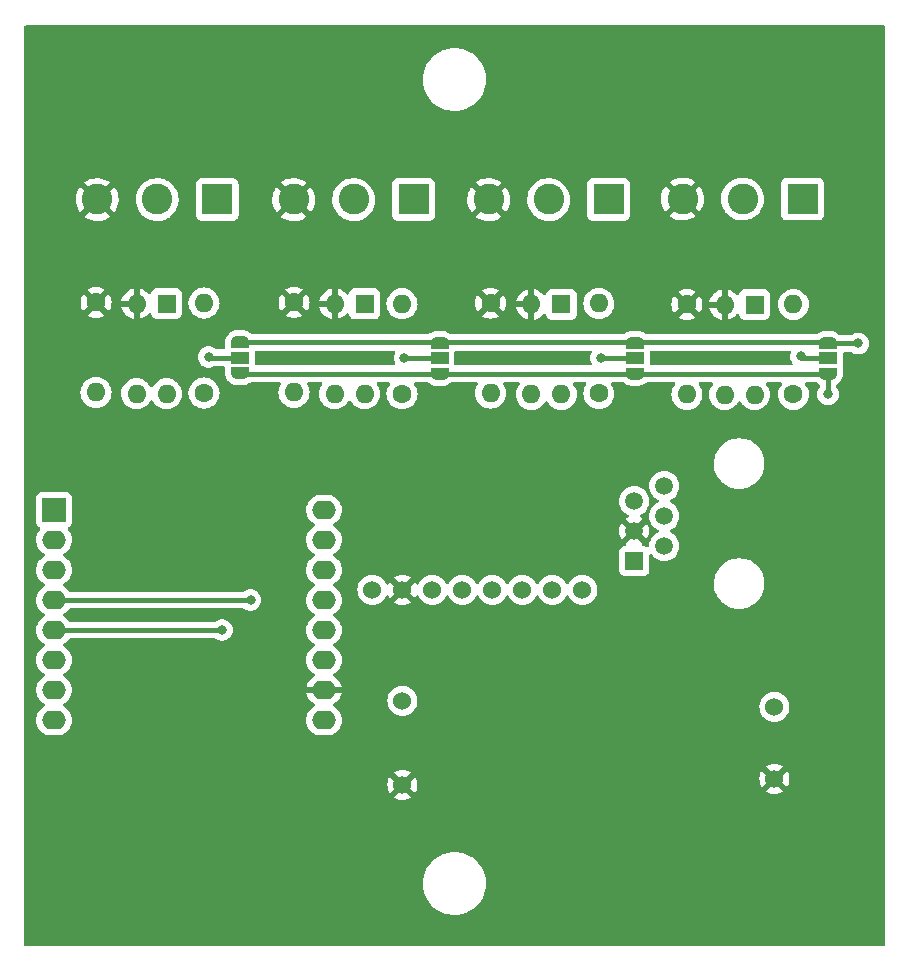
<source format=gbr>
%TF.GenerationSoftware,KiCad,Pcbnew,(6.0.7)*%
%TF.CreationDate,2023-01-06T17:08:48+01:00*%
%TF.ProjectId,s0 interface,73302069-6e74-4657-9266-6163652e6b69,rev?*%
%TF.SameCoordinates,Original*%
%TF.FileFunction,Copper,L2,Bot*%
%TF.FilePolarity,Positive*%
%FSLAX46Y46*%
G04 Gerber Fmt 4.6, Leading zero omitted, Abs format (unit mm)*
G04 Created by KiCad (PCBNEW (6.0.7)) date 2023-01-06 17:08:48*
%MOMM*%
%LPD*%
G01*
G04 APERTURE LIST*
G04 Aperture macros list*
%AMFreePoly0*
4,1,22,0.550000,-0.750000,0.000000,-0.750000,0.000000,-0.745033,-0.079941,-0.743568,-0.215256,-0.701293,-0.333266,-0.622738,-0.424486,-0.514219,-0.481581,-0.384460,-0.499164,-0.250000,-0.500000,-0.250000,-0.500000,0.250000,-0.499164,0.250000,-0.499963,0.256109,-0.478152,0.396186,-0.417904,0.524511,-0.324060,0.630769,-0.204165,0.706417,-0.067858,0.745374,0.000000,0.744959,0.000000,0.750000,
0.550000,0.750000,0.550000,-0.750000,0.550000,-0.750000,$1*%
%AMFreePoly1*
4,1,20,0.000000,0.744959,0.073905,0.744508,0.209726,0.703889,0.328688,0.626782,0.421226,0.519385,0.479903,0.390333,0.500000,0.250000,0.500000,-0.250000,0.499851,-0.262216,0.476331,-0.402017,0.414519,-0.529596,0.319384,-0.634700,0.198574,-0.708877,0.061801,-0.746166,0.000000,-0.745033,0.000000,-0.750000,-0.550000,-0.750000,-0.550000,0.750000,0.000000,0.750000,0.000000,0.744959,
0.000000,0.744959,$1*%
G04 Aperture macros list end*
%TA.AperFunction,ComponentPad*%
%ADD10R,1.520000X1.520000*%
%TD*%
%TA.AperFunction,ComponentPad*%
%ADD11C,1.520000*%
%TD*%
%TA.AperFunction,ComponentPad*%
%ADD12R,2.600000X2.600000*%
%TD*%
%TA.AperFunction,ComponentPad*%
%ADD13C,2.600000*%
%TD*%
%TA.AperFunction,ComponentPad*%
%ADD14O,1.600000X1.600000*%
%TD*%
%TA.AperFunction,ComponentPad*%
%ADD15C,1.600000*%
%TD*%
%TA.AperFunction,SMDPad,CuDef*%
%ADD16FreePoly0,270.000000*%
%TD*%
%TA.AperFunction,SMDPad,CuDef*%
%ADD17R,1.500000X1.000000*%
%TD*%
%TA.AperFunction,SMDPad,CuDef*%
%ADD18FreePoly1,270.000000*%
%TD*%
%TA.AperFunction,ComponentPad*%
%ADD19R,1.600000X1.600000*%
%TD*%
%TA.AperFunction,ComponentPad*%
%ADD20C,1.524000*%
%TD*%
%TA.AperFunction,ComponentPad*%
%ADD21R,2.000000X2.000000*%
%TD*%
%TA.AperFunction,ComponentPad*%
%ADD22O,2.000000X1.600000*%
%TD*%
%TA.AperFunction,ViaPad*%
%ADD23C,0.800000*%
%TD*%
%TA.AperFunction,Conductor*%
%ADD24C,0.400000*%
%TD*%
G04 APERTURE END LIST*
D10*
%TO.P,P1,1*%
%TO.N,unconnected-(P1-Pad1)*%
X206225000Y-81280000D03*
D11*
%TO.P,P1,2*%
%TO.N,+3.3V*%
X208765000Y-80010000D03*
%TO.P,P1,3*%
%TO.N,GND*%
X206225000Y-78740000D03*
%TO.P,P1,4*%
%TO.N,unconnected-(P1-Pad4)*%
X208765000Y-77470000D03*
%TO.P,P1,5*%
%TO.N,Net-(IC1-Pad15)*%
X206225000Y-76200000D03*
%TO.P,P1,6*%
%TO.N,unconnected-(P1-Pad6)*%
X208765000Y-74930000D03*
%TD*%
D12*
%TO.P,S0-4,1,Pin_1*%
%TO.N,Net-(JP4-Pad2)*%
X220477000Y-50627000D03*
D13*
%TO.P,S0-4,2,Pin_2*%
%TO.N,Net-(R8-Pad2)*%
X215397000Y-50627000D03*
%TO.P,S0-4,3,Pin_3*%
%TO.N,GND*%
X210317000Y-50627000D03*
%TD*%
D14*
%TO.P,R8,2*%
%TO.N,Net-(R8-Pad2)*%
X219705000Y-59563000D03*
D15*
%TO.P,R8,1*%
%TO.N,Net-(IC7-Pad1)*%
X219705000Y-67183000D03*
%TD*%
D14*
%TO.P,R4,2*%
%TO.N,Net-(IC1-Pad16)*%
X210688000Y-67183000D03*
D15*
%TO.P,R4,1*%
%TO.N,GND*%
X210688000Y-59563000D03*
%TD*%
D16*
%TO.P,JP4,1,A*%
%TO.N,+5V*%
X222626000Y-62835000D03*
D17*
%TO.P,JP4,2,C*%
%TO.N,Net-(JP4-Pad2)*%
X222626000Y-64135000D03*
D18*
%TO.P,JP4,3,B*%
%TO.N,VCC*%
X222626000Y-65435000D03*
%TD*%
D19*
%TO.P,IC7,1*%
%TO.N,Net-(IC7-Pad1)*%
X216408000Y-59573000D03*
D14*
%TO.P,IC7,2*%
%TO.N,GND*%
X213868000Y-59573000D03*
%TO.P,IC7,3*%
%TO.N,Net-(IC1-Pad16)*%
X213868000Y-67193000D03*
%TO.P,IC7,4*%
%TO.N,+3.3V*%
X216408000Y-67193000D03*
%TD*%
%TO.P,IC6,4*%
%TO.N,+3.3V*%
X166629000Y-67114500D03*
%TO.P,IC6,3*%
%TO.N,Net-(IC1-Pad6)*%
X164089000Y-67114500D03*
%TO.P,IC6,2*%
%TO.N,GND*%
X164089000Y-59494500D03*
D19*
%TO.P,IC6,1*%
%TO.N,Net-(IC6-Pad1)*%
X166629000Y-59494500D03*
%TD*%
D13*
%TO.P,S0-3,3,Pin_3*%
%TO.N,GND*%
X193903600Y-50673000D03*
%TO.P,S0-3,2,Pin_2*%
%TO.N,Net-(R7-Pad2)*%
X198983600Y-50673000D03*
D12*
%TO.P,S0-3,1,Pin_1*%
%TO.N,Net-(JP3-Pad2)*%
X204063600Y-50673000D03*
%TD*%
D13*
%TO.P,S0-2,3,Pin_3*%
%TO.N,GND*%
X177393600Y-50673000D03*
%TO.P,S0-2,2,Pin_2*%
%TO.N,Net-(R6-Pad2)*%
X182473600Y-50673000D03*
D12*
%TO.P,S0-2,1,Pin_1*%
%TO.N,Net-(JP2-Pad2)*%
X187553600Y-50673000D03*
%TD*%
D20*
%TO.P,IC2,1,Pin_1*%
%TO.N,+3.3V*%
X184055000Y-83725000D03*
%TO.P,IC2,2,Pin_2*%
%TO.N,GND*%
X186595000Y-83725000D03*
%TO.P,IC2,3,Pin_3*%
%TO.N,unconnected-(IC2-Pad3)*%
X189135000Y-83725000D03*
%TO.P,IC2,4,Pin_4*%
%TO.N,Net-(IC1-Pad14)*%
X191675000Y-83725000D03*
%TO.P,IC2,5,Pin_5*%
%TO.N,Net-(IC1-Pad13)*%
X194215000Y-83725000D03*
%TO.P,IC2,6,Pin_6*%
%TO.N,unconnected-(IC2-Pad6)*%
X196755000Y-83725000D03*
%TO.P,IC2,7,Pin_7*%
%TO.N,unconnected-(IC2-Pad7)*%
X199295000Y-83725000D03*
%TO.P,IC2,8,Pin_8*%
%TO.N,unconnected-(IC2-Pad8)*%
X201835000Y-83725000D03*
%TD*%
D14*
%TO.P,R5,2*%
%TO.N,Net-(R5-Pad2)*%
X169799000Y-59436000D03*
D15*
%TO.P,R5,1*%
%TO.N,Net-(IC6-Pad1)*%
X169799000Y-67056000D03*
%TD*%
%TO.P,R7,1*%
%TO.N,Net-(IC4-Pad1)*%
X203225400Y-67096400D03*
D14*
%TO.P,R7,2*%
%TO.N,Net-(R7-Pad2)*%
X203225400Y-59476400D03*
%TD*%
D19*
%TO.P,IC5,1*%
%TO.N,Net-(IC5-Pad1)*%
X183393000Y-59509500D03*
D14*
%TO.P,IC5,2*%
%TO.N,GND*%
X180853000Y-59509500D03*
%TO.P,IC5,3*%
%TO.N,Net-(IC1-Pad5)*%
X180853000Y-67129500D03*
%TO.P,IC5,4*%
%TO.N,+3.3V*%
X183393000Y-67129500D03*
%TD*%
D20*
%TO.P,DC1,4,Pin_4*%
%TO.N,VCC*%
X186595000Y-93123000D03*
%TO.P,DC1,3,Pin_3*%
%TO.N,GND*%
X186595000Y-100235000D03*
%TO.P,DC1,2,Pin_2*%
%TO.N,+5V*%
X218091000Y-93631000D03*
%TO.P,DC1,1,Pin_1*%
%TO.N,GND*%
X218091000Y-99727000D03*
%TD*%
D19*
%TO.P,IC4,1*%
%TO.N,Net-(IC4-Pad1)*%
X200055400Y-59558000D03*
D14*
%TO.P,IC4,2*%
%TO.N,GND*%
X197515400Y-59558000D03*
%TO.P,IC4,3*%
%TO.N,Net-(IC1-Pad4)*%
X197515400Y-67178000D03*
%TO.P,IC4,4*%
%TO.N,+3.3V*%
X200055400Y-67178000D03*
%TD*%
D15*
%TO.P,R6,1*%
%TO.N,Net-(IC5-Pad1)*%
X186563000Y-67119500D03*
D14*
%TO.P,R6,2*%
%TO.N,Net-(R6-Pad2)*%
X186563000Y-59499500D03*
%TD*%
%TO.P,R1,2*%
%TO.N,Net-(IC1-Pad6)*%
X160655000Y-67007500D03*
D15*
%TO.P,R1,1*%
%TO.N,GND*%
X160655000Y-59387500D03*
%TD*%
%TO.P,R3,1*%
%TO.N,GND*%
X194056000Y-59451000D03*
D14*
%TO.P,R3,2*%
%TO.N,Net-(IC1-Pad4)*%
X194056000Y-67071000D03*
%TD*%
D15*
%TO.P,R2,1*%
%TO.N,GND*%
X177419000Y-59372500D03*
D14*
%TO.P,R2,2*%
%TO.N,Net-(IC1-Pad5)*%
X177419000Y-66992500D03*
%TD*%
D21*
%TO.P,IC1,1,~{RST}*%
%TO.N,unconnected-(IC1-Pad1)*%
X157099000Y-76962000D03*
D22*
%TO.P,IC1,2,A0*%
%TO.N,unconnected-(IC1-Pad2)*%
X157099000Y-79502000D03*
%TO.P,IC1,3,D0*%
%TO.N,unconnected-(IC1-Pad3)*%
X157099000Y-82042000D03*
%TO.P,IC1,4,SCK/D5*%
%TO.N,Net-(IC1-Pad4)*%
X157099000Y-84582000D03*
%TO.P,IC1,5,MISO/D6*%
%TO.N,Net-(IC1-Pad5)*%
X157099000Y-87122000D03*
%TO.P,IC1,6,MOSI/D7*%
%TO.N,Net-(IC1-Pad6)*%
X157099000Y-89662000D03*
%TO.P,IC1,7,CS/D8*%
%TO.N,unconnected-(IC1-Pad7)*%
X157099000Y-92202000D03*
%TO.P,IC1,8,3V3*%
%TO.N,+3.3V*%
X157099000Y-94742000D03*
%TO.P,IC1,9,5V*%
%TO.N,+5V*%
X179959000Y-94742000D03*
%TO.P,IC1,10,GND*%
%TO.N,GND*%
X179959000Y-92202000D03*
%TO.P,IC1,11,D4*%
%TO.N,unconnected-(IC1-Pad11)*%
X179959000Y-89662000D03*
%TO.P,IC1,12,D3*%
%TO.N,unconnected-(IC1-Pad12)*%
X179959000Y-87122000D03*
%TO.P,IC1,13,SDA/D2*%
%TO.N,Net-(IC1-Pad13)*%
X179959000Y-84582000D03*
%TO.P,IC1,14,SCL/D1*%
%TO.N,Net-(IC1-Pad14)*%
X179959000Y-82042000D03*
%TO.P,IC1,15,RX*%
%TO.N,Net-(IC1-Pad15)*%
X179959000Y-79502000D03*
%TO.P,IC1,16,TX*%
%TO.N,Net-(IC1-Pad16)*%
X179959000Y-76962000D03*
%TD*%
D13*
%TO.P,S0-1,3,Pin_3*%
%TO.N,GND*%
X160756600Y-50673000D03*
%TO.P,S0-1,2,Pin_2*%
%TO.N,Net-(R5-Pad2)*%
X165836600Y-50673000D03*
D12*
%TO.P,S0-1,1,Pin_1*%
%TO.N,Net-(JP1-Pad2)*%
X170916600Y-50673000D03*
%TD*%
D16*
%TO.P,JP3,1,A*%
%TO.N,+5V*%
X206273400Y-62820000D03*
D17*
%TO.P,JP3,2,C*%
%TO.N,Net-(JP3-Pad2)*%
X206273400Y-64120000D03*
D18*
%TO.P,JP3,3,B*%
%TO.N,VCC*%
X206273400Y-65420000D03*
%TD*%
%TO.P,JP1,3,B*%
%TO.N,VCC*%
X172847000Y-65356500D03*
D17*
%TO.P,JP1,2,C*%
%TO.N,Net-(JP1-Pad2)*%
X172847000Y-64056500D03*
D16*
%TO.P,JP1,1,A*%
%TO.N,+5V*%
X172847000Y-62756500D03*
%TD*%
D18*
%TO.P,JP2,3,B*%
%TO.N,VCC*%
X189738000Y-65435000D03*
D17*
%TO.P,JP2,2,C*%
%TO.N,Net-(JP2-Pad2)*%
X189738000Y-64135000D03*
D16*
%TO.P,JP2,1,A*%
%TO.N,+5V*%
X189738000Y-62835000D03*
%TD*%
D23*
%TO.N,GND*%
X213868000Y-64008000D03*
X197485000Y-64008000D03*
X180848000Y-64135000D03*
%TO.N,VCC*%
X222631000Y-67183000D03*
%TO.N,+5V*%
X225171000Y-62865000D03*
%TO.N,Net-(IC1-Pad5)*%
X171323000Y-87122000D03*
%TO.N,Net-(IC1-Pad4)*%
X173736000Y-84582000D03*
%TO.N,Net-(JP4-Pad2)*%
X220345000Y-63959500D03*
%TO.N,Net-(JP3-Pad2)*%
X203405500Y-64086500D03*
%TO.N,Net-(JP2-Pad2)*%
X186768500Y-64086500D03*
%TO.N,Net-(JP1-Pad2)*%
X170180000Y-64008000D03*
%TD*%
D24*
%TO.N,VCC*%
X222631000Y-67183000D02*
X222631000Y-65440000D01*
X222631000Y-65440000D02*
X222626000Y-65435000D01*
%TO.N,+5V*%
X222656000Y-62865000D02*
X222626000Y-62835000D01*
X225171000Y-62865000D02*
X222656000Y-62865000D01*
X189659500Y-62756500D02*
X189738000Y-62835000D01*
X172847000Y-62756500D02*
X189659500Y-62756500D01*
%TO.N,Net-(IC1-Pad5)*%
X171323000Y-87122000D02*
X157099000Y-87122000D01*
%TO.N,Net-(IC1-Pad4)*%
X173736000Y-84582000D02*
X157099000Y-84582000D01*
%TO.N,Net-(JP4-Pad2)*%
X220472000Y-64135000D02*
X220296500Y-63959500D01*
X221996000Y-64135000D02*
X220472000Y-64135000D01*
%TO.N,Net-(JP3-Pad2)*%
X206072500Y-64135000D02*
X203454000Y-64135000D01*
%TO.N,Net-(JP2-Pad2)*%
X189435500Y-64135000D02*
X186817000Y-64135000D01*
%TO.N,Net-(JP1-Pad2)*%
X170228500Y-64056500D02*
X170180000Y-64008000D01*
X172847000Y-64056500D02*
X170228500Y-64056500D01*
%TO.N,VCC*%
X172925500Y-65435000D02*
X172847000Y-65356500D01*
X221996000Y-65435000D02*
X172925500Y-65435000D01*
%TO.N,+5V*%
X221917500Y-62756500D02*
X221996000Y-62835000D01*
X172847000Y-62756500D02*
X221917500Y-62756500D01*
%TD*%
%TA.AperFunction,Conductor*%
%TO.N,GND*%
G36*
X227398621Y-35961502D02*
G01*
X227445114Y-36015158D01*
X227456500Y-36067500D01*
X227456500Y-113792500D01*
X227436498Y-113860621D01*
X227382842Y-113907114D01*
X227330500Y-113918500D01*
X154685500Y-113918500D01*
X154617379Y-113898498D01*
X154570886Y-113844842D01*
X154559500Y-113792500D01*
X154559500Y-108631485D01*
X188344854Y-108631485D01*
X188345156Y-108635320D01*
X188363108Y-108863417D01*
X188370370Y-108955695D01*
X188435206Y-109274378D01*
X188538398Y-109582784D01*
X188678405Y-109876316D01*
X188853141Y-110150597D01*
X188855584Y-110153560D01*
X188855585Y-110153562D01*
X189005308Y-110335190D01*
X189060001Y-110401538D01*
X189295902Y-110625399D01*
X189557326Y-110818843D01*
X189698851Y-110898914D01*
X189837019Y-110977086D01*
X189837023Y-110977088D01*
X189840376Y-110978985D01*
X190140832Y-111103438D01*
X190244288Y-111132129D01*
X190450500Y-111189317D01*
X190450508Y-111189319D01*
X190454216Y-111190347D01*
X190775856Y-111238416D01*
X190779154Y-111238560D01*
X190890918Y-111243440D01*
X190890922Y-111243440D01*
X190892294Y-111243500D01*
X191090598Y-111243500D01*
X191332605Y-111228698D01*
X191336388Y-111227997D01*
X191336395Y-111227996D01*
X191536459Y-111190916D01*
X191652372Y-111169433D01*
X191861682Y-111103438D01*
X191958860Y-111072798D01*
X191958863Y-111072797D01*
X191962532Y-111071640D01*
X191966029Y-111070046D01*
X191966035Y-111070044D01*
X192254954Y-110938376D01*
X192254958Y-110938374D01*
X192258462Y-110936777D01*
X192535751Y-110766854D01*
X192538755Y-110764464D01*
X192538760Y-110764461D01*
X192663007Y-110665630D01*
X192790264Y-110564405D01*
X192792958Y-110561664D01*
X192792962Y-110561660D01*
X193015513Y-110335190D01*
X193015517Y-110335185D01*
X193018208Y-110332447D01*
X193216185Y-110074439D01*
X193381242Y-109794227D01*
X193510920Y-109495988D01*
X193603285Y-109184169D01*
X193656961Y-108863417D01*
X193671146Y-108538515D01*
X193658388Y-108376410D01*
X193645932Y-108218140D01*
X193645932Y-108218137D01*
X193645630Y-108214305D01*
X193580794Y-107895622D01*
X193477602Y-107587216D01*
X193337595Y-107293684D01*
X193162859Y-107019403D01*
X193015470Y-106840606D01*
X192958442Y-106771425D01*
X192958438Y-106771420D01*
X192955999Y-106768462D01*
X192720098Y-106544601D01*
X192458674Y-106351157D01*
X192253781Y-106235234D01*
X192178981Y-106192914D01*
X192178977Y-106192912D01*
X192175624Y-106191015D01*
X191875168Y-106066562D01*
X191771712Y-106037871D01*
X191565500Y-105980683D01*
X191565492Y-105980681D01*
X191561784Y-105979653D01*
X191240144Y-105931584D01*
X191236846Y-105931440D01*
X191125082Y-105926560D01*
X191125078Y-105926560D01*
X191123706Y-105926500D01*
X190925402Y-105926500D01*
X190683395Y-105941302D01*
X190679612Y-105942003D01*
X190679605Y-105942004D01*
X190523512Y-105970934D01*
X190363628Y-106000567D01*
X190179058Y-106058762D01*
X190057140Y-106097202D01*
X190057137Y-106097203D01*
X190053468Y-106098360D01*
X190049971Y-106099954D01*
X190049965Y-106099956D01*
X189761046Y-106231624D01*
X189761042Y-106231626D01*
X189757538Y-106233223D01*
X189480249Y-106403146D01*
X189477245Y-106405536D01*
X189477240Y-106405539D01*
X189352993Y-106504370D01*
X189225736Y-106605595D01*
X189223042Y-106608336D01*
X189223038Y-106608340D01*
X189000487Y-106834810D01*
X189000483Y-106834815D01*
X188997792Y-106837553D01*
X188799815Y-107095561D01*
X188634758Y-107375773D01*
X188505080Y-107674012D01*
X188412715Y-107985831D01*
X188359039Y-108306583D01*
X188344854Y-108631485D01*
X154559500Y-108631485D01*
X154559500Y-101293777D01*
X185900777Y-101293777D01*
X185910074Y-101305793D01*
X185953069Y-101335898D01*
X185962555Y-101341376D01*
X186153993Y-101430645D01*
X186164285Y-101434391D01*
X186368309Y-101489059D01*
X186379104Y-101490962D01*
X186589525Y-101509372D01*
X186600475Y-101509372D01*
X186810896Y-101490962D01*
X186821691Y-101489059D01*
X187025715Y-101434391D01*
X187036007Y-101430645D01*
X187227445Y-101341376D01*
X187236931Y-101335898D01*
X187280764Y-101305207D01*
X187289139Y-101294729D01*
X187282071Y-101281281D01*
X186607812Y-100607022D01*
X186593868Y-100599408D01*
X186592035Y-100599539D01*
X186585420Y-100603790D01*
X185907207Y-101282003D01*
X185900777Y-101293777D01*
X154559500Y-101293777D01*
X154559500Y-100240475D01*
X185320628Y-100240475D01*
X185339038Y-100450896D01*
X185340941Y-100461691D01*
X185395609Y-100665715D01*
X185399355Y-100676007D01*
X185488623Y-100867441D01*
X185494103Y-100876932D01*
X185524794Y-100920765D01*
X185535271Y-100929140D01*
X185548718Y-100922072D01*
X186222978Y-100247812D01*
X186229356Y-100236132D01*
X186959408Y-100236132D01*
X186959539Y-100237965D01*
X186963790Y-100244580D01*
X187642003Y-100922793D01*
X187653777Y-100929223D01*
X187665793Y-100919926D01*
X187695897Y-100876932D01*
X187701377Y-100867441D01*
X187739458Y-100785777D01*
X217396777Y-100785777D01*
X217406074Y-100797793D01*
X217449069Y-100827898D01*
X217458555Y-100833376D01*
X217649993Y-100922645D01*
X217660285Y-100926391D01*
X217864309Y-100981059D01*
X217875104Y-100982962D01*
X218085525Y-101001372D01*
X218096475Y-101001372D01*
X218306896Y-100982962D01*
X218317691Y-100981059D01*
X218521715Y-100926391D01*
X218532007Y-100922645D01*
X218723445Y-100833376D01*
X218732931Y-100827898D01*
X218776764Y-100797207D01*
X218785139Y-100786729D01*
X218778071Y-100773281D01*
X218103812Y-100099022D01*
X218089868Y-100091408D01*
X218088035Y-100091539D01*
X218081420Y-100095790D01*
X217403207Y-100774003D01*
X217396777Y-100785777D01*
X187739458Y-100785777D01*
X187790645Y-100676007D01*
X187794391Y-100665715D01*
X187849059Y-100461691D01*
X187850962Y-100450896D01*
X187869372Y-100240475D01*
X187869372Y-100229525D01*
X187850962Y-100019104D01*
X187849059Y-100008309D01*
X187794391Y-99804285D01*
X187790645Y-99793993D01*
X187761958Y-99732475D01*
X216816628Y-99732475D01*
X216835038Y-99942896D01*
X216836941Y-99953691D01*
X216891609Y-100157715D01*
X216895355Y-100168007D01*
X216984623Y-100359441D01*
X216990103Y-100368932D01*
X217020794Y-100412765D01*
X217031271Y-100421140D01*
X217044718Y-100414072D01*
X217718978Y-99739812D01*
X217725356Y-99728132D01*
X218455408Y-99728132D01*
X218455539Y-99729965D01*
X218459790Y-99736580D01*
X219138003Y-100414793D01*
X219149777Y-100421223D01*
X219161793Y-100411926D01*
X219191897Y-100368932D01*
X219197377Y-100359441D01*
X219286645Y-100168007D01*
X219290391Y-100157715D01*
X219345059Y-99953691D01*
X219346962Y-99942896D01*
X219365372Y-99732475D01*
X219365372Y-99721525D01*
X219346962Y-99511104D01*
X219345059Y-99500309D01*
X219290391Y-99296285D01*
X219286645Y-99285993D01*
X219197377Y-99094559D01*
X219191897Y-99085068D01*
X219161206Y-99041235D01*
X219150729Y-99032860D01*
X219137282Y-99039928D01*
X218463022Y-99714188D01*
X218455408Y-99728132D01*
X217725356Y-99728132D01*
X217726592Y-99725868D01*
X217726461Y-99724035D01*
X217722210Y-99717420D01*
X217043997Y-99039207D01*
X217032223Y-99032777D01*
X217020207Y-99042074D01*
X216990103Y-99085068D01*
X216984623Y-99094559D01*
X216895355Y-99285993D01*
X216891609Y-99296285D01*
X216836941Y-99500309D01*
X216835038Y-99511104D01*
X216816628Y-99721525D01*
X216816628Y-99732475D01*
X187761958Y-99732475D01*
X187701377Y-99602559D01*
X187695897Y-99593068D01*
X187665206Y-99549235D01*
X187654729Y-99540860D01*
X187641282Y-99547928D01*
X186967022Y-100222188D01*
X186959408Y-100236132D01*
X186229356Y-100236132D01*
X186230592Y-100233868D01*
X186230461Y-100232035D01*
X186226210Y-100225420D01*
X185547997Y-99547207D01*
X185536223Y-99540777D01*
X185524207Y-99550074D01*
X185494103Y-99593068D01*
X185488623Y-99602559D01*
X185399355Y-99793993D01*
X185395609Y-99804285D01*
X185340941Y-100008309D01*
X185339038Y-100019104D01*
X185320628Y-100229525D01*
X185320628Y-100240475D01*
X154559500Y-100240475D01*
X154559500Y-99175271D01*
X185900860Y-99175271D01*
X185907928Y-99188718D01*
X186582188Y-99862978D01*
X186596132Y-99870592D01*
X186597965Y-99870461D01*
X186604580Y-99866210D01*
X187282793Y-99187997D01*
X187289223Y-99176223D01*
X187279926Y-99164207D01*
X187236931Y-99134102D01*
X187227445Y-99128624D01*
X187036007Y-99039355D01*
X187025715Y-99035609D01*
X186821691Y-98980941D01*
X186810896Y-98979038D01*
X186600475Y-98960628D01*
X186589525Y-98960628D01*
X186379104Y-98979038D01*
X186368309Y-98980941D01*
X186164285Y-99035609D01*
X186153993Y-99039355D01*
X185962559Y-99128623D01*
X185953068Y-99134103D01*
X185909235Y-99164794D01*
X185900860Y-99175271D01*
X154559500Y-99175271D01*
X154559500Y-98667271D01*
X217396860Y-98667271D01*
X217403928Y-98680718D01*
X218078188Y-99354978D01*
X218092132Y-99362592D01*
X218093965Y-99362461D01*
X218100580Y-99358210D01*
X218778793Y-98679997D01*
X218785223Y-98668223D01*
X218775926Y-98656207D01*
X218732931Y-98626102D01*
X218723445Y-98620624D01*
X218532007Y-98531355D01*
X218521715Y-98527609D01*
X218317691Y-98472941D01*
X218306896Y-98471038D01*
X218096475Y-98452628D01*
X218085525Y-98452628D01*
X217875104Y-98471038D01*
X217864309Y-98472941D01*
X217660285Y-98527609D01*
X217649993Y-98531355D01*
X217458559Y-98620623D01*
X217449068Y-98626103D01*
X217405235Y-98656794D01*
X217396860Y-98667271D01*
X154559500Y-98667271D01*
X154559500Y-94742000D01*
X155585502Y-94742000D01*
X155605457Y-94970087D01*
X155664716Y-95191243D01*
X155667039Y-95196224D01*
X155667039Y-95196225D01*
X155759151Y-95393762D01*
X155759154Y-95393767D01*
X155761477Y-95398749D01*
X155892802Y-95586300D01*
X156054700Y-95748198D01*
X156059208Y-95751355D01*
X156059211Y-95751357D01*
X156137389Y-95806098D01*
X156242251Y-95879523D01*
X156247233Y-95881846D01*
X156247238Y-95881849D01*
X156444775Y-95973961D01*
X156449757Y-95976284D01*
X156455065Y-95977706D01*
X156455067Y-95977707D01*
X156665598Y-96034119D01*
X156665600Y-96034119D01*
X156670913Y-96035543D01*
X156770480Y-96044254D01*
X156839149Y-96050262D01*
X156839156Y-96050262D01*
X156841873Y-96050500D01*
X157356127Y-96050500D01*
X157358844Y-96050262D01*
X157358851Y-96050262D01*
X157427520Y-96044254D01*
X157527087Y-96035543D01*
X157532400Y-96034119D01*
X157532402Y-96034119D01*
X157742933Y-95977707D01*
X157742935Y-95977706D01*
X157748243Y-95976284D01*
X157753225Y-95973961D01*
X157950762Y-95881849D01*
X157950767Y-95881846D01*
X157955749Y-95879523D01*
X158060611Y-95806098D01*
X158138789Y-95751357D01*
X158138792Y-95751355D01*
X158143300Y-95748198D01*
X158305198Y-95586300D01*
X158436523Y-95398749D01*
X158438846Y-95393767D01*
X158438849Y-95393762D01*
X158530961Y-95196225D01*
X158530961Y-95196224D01*
X158533284Y-95191243D01*
X158592543Y-94970087D01*
X158612498Y-94742000D01*
X178445502Y-94742000D01*
X178465457Y-94970087D01*
X178524716Y-95191243D01*
X178527039Y-95196224D01*
X178527039Y-95196225D01*
X178619151Y-95393762D01*
X178619154Y-95393767D01*
X178621477Y-95398749D01*
X178752802Y-95586300D01*
X178914700Y-95748198D01*
X178919208Y-95751355D01*
X178919211Y-95751357D01*
X178997389Y-95806098D01*
X179102251Y-95879523D01*
X179107233Y-95881846D01*
X179107238Y-95881849D01*
X179304775Y-95973961D01*
X179309757Y-95976284D01*
X179315065Y-95977706D01*
X179315067Y-95977707D01*
X179525598Y-96034119D01*
X179525600Y-96034119D01*
X179530913Y-96035543D01*
X179630480Y-96044254D01*
X179699149Y-96050262D01*
X179699156Y-96050262D01*
X179701873Y-96050500D01*
X180216127Y-96050500D01*
X180218844Y-96050262D01*
X180218851Y-96050262D01*
X180287520Y-96044254D01*
X180387087Y-96035543D01*
X180392400Y-96034119D01*
X180392402Y-96034119D01*
X180602933Y-95977707D01*
X180602935Y-95977706D01*
X180608243Y-95976284D01*
X180613225Y-95973961D01*
X180810762Y-95881849D01*
X180810767Y-95881846D01*
X180815749Y-95879523D01*
X180920611Y-95806098D01*
X180998789Y-95751357D01*
X180998792Y-95751355D01*
X181003300Y-95748198D01*
X181165198Y-95586300D01*
X181296523Y-95398749D01*
X181298846Y-95393767D01*
X181298849Y-95393762D01*
X181390961Y-95196225D01*
X181390961Y-95196224D01*
X181393284Y-95191243D01*
X181452543Y-94970087D01*
X181472498Y-94742000D01*
X181452543Y-94513913D01*
X181421450Y-94397874D01*
X181394707Y-94298067D01*
X181394706Y-94298065D01*
X181393284Y-94292757D01*
X181390961Y-94287775D01*
X181298849Y-94090238D01*
X181298846Y-94090233D01*
X181296523Y-94085251D01*
X181165198Y-93897700D01*
X181003300Y-93735802D01*
X180998792Y-93732645D01*
X180998789Y-93732643D01*
X180920611Y-93677902D01*
X180815749Y-93604477D01*
X180810767Y-93602154D01*
X180810762Y-93602151D01*
X180775951Y-93585919D01*
X180722666Y-93539002D01*
X180703205Y-93470725D01*
X180723747Y-93402765D01*
X180775951Y-93357529D01*
X180810511Y-93341414D01*
X180820007Y-93335931D01*
X180998467Y-93210972D01*
X181006875Y-93203916D01*
X181087791Y-93123000D01*
X185319647Y-93123000D01*
X185339022Y-93344463D01*
X185396560Y-93559196D01*
X185398882Y-93564177D01*
X185398883Y-93564178D01*
X185488186Y-93755689D01*
X185488189Y-93755694D01*
X185490512Y-93760676D01*
X185493668Y-93765183D01*
X185493669Y-93765185D01*
X185589616Y-93902211D01*
X185618023Y-93942781D01*
X185775219Y-94099977D01*
X185779727Y-94103134D01*
X185779730Y-94103136D01*
X185855495Y-94156187D01*
X185957323Y-94227488D01*
X185962305Y-94229811D01*
X185962310Y-94229814D01*
X186108680Y-94298067D01*
X186158804Y-94321440D01*
X186164112Y-94322862D01*
X186164114Y-94322863D01*
X186229949Y-94340503D01*
X186373537Y-94378978D01*
X186595000Y-94398353D01*
X186816463Y-94378978D01*
X186960051Y-94340503D01*
X187025886Y-94322863D01*
X187025888Y-94322862D01*
X187031196Y-94321440D01*
X187081320Y-94298067D01*
X187227690Y-94229814D01*
X187227695Y-94229811D01*
X187232677Y-94227488D01*
X187334505Y-94156187D01*
X187410270Y-94103136D01*
X187410273Y-94103134D01*
X187414781Y-94099977D01*
X187571977Y-93942781D01*
X187600385Y-93902211D01*
X187696331Y-93765185D01*
X187696332Y-93765183D01*
X187699488Y-93760676D01*
X187701811Y-93755694D01*
X187701814Y-93755689D01*
X187759957Y-93631000D01*
X216815647Y-93631000D01*
X216835022Y-93852463D01*
X216892560Y-94067196D01*
X216894882Y-94072177D01*
X216894883Y-94072178D01*
X216984186Y-94263689D01*
X216984189Y-94263694D01*
X216986512Y-94268676D01*
X216989668Y-94273183D01*
X216989669Y-94273185D01*
X217077313Y-94398353D01*
X217114023Y-94450781D01*
X217271219Y-94607977D01*
X217275727Y-94611134D01*
X217275730Y-94611136D01*
X217351495Y-94664187D01*
X217453323Y-94735488D01*
X217458305Y-94737811D01*
X217458310Y-94737814D01*
X217649822Y-94827117D01*
X217654804Y-94829440D01*
X217660112Y-94830862D01*
X217660114Y-94830863D01*
X217725949Y-94848503D01*
X217869537Y-94886978D01*
X218091000Y-94906353D01*
X218312463Y-94886978D01*
X218456051Y-94848503D01*
X218521886Y-94830863D01*
X218521888Y-94830862D01*
X218527196Y-94829440D01*
X218532178Y-94827117D01*
X218723690Y-94737814D01*
X218723695Y-94737811D01*
X218728677Y-94735488D01*
X218830505Y-94664187D01*
X218906270Y-94611136D01*
X218906273Y-94611134D01*
X218910781Y-94607977D01*
X219067977Y-94450781D01*
X219104688Y-94398353D01*
X219192331Y-94273185D01*
X219192332Y-94273183D01*
X219195488Y-94268676D01*
X219197811Y-94263694D01*
X219197814Y-94263689D01*
X219287117Y-94072178D01*
X219287118Y-94072177D01*
X219289440Y-94067196D01*
X219346978Y-93852463D01*
X219366353Y-93631000D01*
X219346978Y-93409537D01*
X219308503Y-93265949D01*
X219290863Y-93200114D01*
X219290862Y-93200112D01*
X219289440Y-93194804D01*
X219253404Y-93117525D01*
X219197814Y-92998311D01*
X219197811Y-92998306D01*
X219195488Y-92993324D01*
X219127498Y-92896224D01*
X219071136Y-92815730D01*
X219071134Y-92815727D01*
X219067977Y-92811219D01*
X218910781Y-92654023D01*
X218906273Y-92650866D01*
X218906270Y-92650864D01*
X218830505Y-92597813D01*
X218728677Y-92526512D01*
X218723695Y-92524189D01*
X218723690Y-92524186D01*
X218532178Y-92434883D01*
X218532177Y-92434882D01*
X218527196Y-92432560D01*
X218521888Y-92431138D01*
X218521886Y-92431137D01*
X218456051Y-92413497D01*
X218312463Y-92375022D01*
X218091000Y-92355647D01*
X217869537Y-92375022D01*
X217725949Y-92413497D01*
X217660114Y-92431137D01*
X217660112Y-92431138D01*
X217654804Y-92432560D01*
X217649823Y-92434882D01*
X217649822Y-92434883D01*
X217458311Y-92524186D01*
X217458306Y-92524189D01*
X217453324Y-92526512D01*
X217448817Y-92529668D01*
X217448815Y-92529669D01*
X217275730Y-92650864D01*
X217275727Y-92650866D01*
X217271219Y-92654023D01*
X217114023Y-92811219D01*
X217110866Y-92815727D01*
X217110864Y-92815730D01*
X217054502Y-92896224D01*
X216986512Y-92993324D01*
X216984189Y-92998306D01*
X216984186Y-92998311D01*
X216928596Y-93117525D01*
X216892560Y-93194804D01*
X216891138Y-93200112D01*
X216891137Y-93200114D01*
X216873497Y-93265949D01*
X216835022Y-93409537D01*
X216815647Y-93631000D01*
X187759957Y-93631000D01*
X187791117Y-93564178D01*
X187791118Y-93564177D01*
X187793440Y-93559196D01*
X187850978Y-93344463D01*
X187870353Y-93123000D01*
X187850978Y-92901537D01*
X187793440Y-92686804D01*
X187776681Y-92650864D01*
X187701814Y-92490311D01*
X187701811Y-92490306D01*
X187699488Y-92485324D01*
X187678955Y-92456000D01*
X187575136Y-92307730D01*
X187575134Y-92307727D01*
X187571977Y-92303219D01*
X187414781Y-92146023D01*
X187410273Y-92142866D01*
X187410270Y-92142864D01*
X187334505Y-92089813D01*
X187232677Y-92018512D01*
X187227695Y-92016189D01*
X187227690Y-92016186D01*
X187036178Y-91926883D01*
X187036177Y-91926882D01*
X187031196Y-91924560D01*
X187025888Y-91923138D01*
X187025886Y-91923137D01*
X186960051Y-91905497D01*
X186816463Y-91867022D01*
X186595000Y-91847647D01*
X186373537Y-91867022D01*
X186229949Y-91905497D01*
X186164114Y-91923137D01*
X186164112Y-91923138D01*
X186158804Y-91924560D01*
X186153823Y-91926882D01*
X186153822Y-91926883D01*
X185962311Y-92016186D01*
X185962306Y-92016189D01*
X185957324Y-92018512D01*
X185952817Y-92021668D01*
X185952815Y-92021669D01*
X185779730Y-92142864D01*
X185779727Y-92142866D01*
X185775219Y-92146023D01*
X185618023Y-92303219D01*
X185614866Y-92307727D01*
X185614864Y-92307730D01*
X185511045Y-92456000D01*
X185490512Y-92485324D01*
X185488189Y-92490306D01*
X185488186Y-92490311D01*
X185413319Y-92650864D01*
X185396560Y-92686804D01*
X185339022Y-92901537D01*
X185319647Y-93123000D01*
X181087791Y-93123000D01*
X181160916Y-93049875D01*
X181167972Y-93041467D01*
X181292931Y-92863007D01*
X181298414Y-92853511D01*
X181390490Y-92656053D01*
X181394236Y-92645761D01*
X181440394Y-92473497D01*
X181440058Y-92459401D01*
X181432116Y-92456000D01*
X178491033Y-92456000D01*
X178477502Y-92459973D01*
X178476273Y-92468522D01*
X178523764Y-92645761D01*
X178527510Y-92656053D01*
X178619586Y-92853511D01*
X178625069Y-92863007D01*
X178750028Y-93041467D01*
X178757084Y-93049875D01*
X178911125Y-93203916D01*
X178919533Y-93210972D01*
X179097993Y-93335931D01*
X179107489Y-93341414D01*
X179142049Y-93357529D01*
X179195334Y-93404446D01*
X179214795Y-93472723D01*
X179194253Y-93540683D01*
X179142049Y-93585919D01*
X179107238Y-93602151D01*
X179107233Y-93602154D01*
X179102251Y-93604477D01*
X178997389Y-93677902D01*
X178919211Y-93732643D01*
X178919208Y-93732645D01*
X178914700Y-93735802D01*
X178752802Y-93897700D01*
X178621477Y-94085251D01*
X178619154Y-94090233D01*
X178619151Y-94090238D01*
X178527039Y-94287775D01*
X178524716Y-94292757D01*
X178523294Y-94298065D01*
X178523293Y-94298067D01*
X178496550Y-94397874D01*
X178465457Y-94513913D01*
X178445502Y-94742000D01*
X158612498Y-94742000D01*
X158592543Y-94513913D01*
X158561450Y-94397874D01*
X158534707Y-94298067D01*
X158534706Y-94298065D01*
X158533284Y-94292757D01*
X158530961Y-94287775D01*
X158438849Y-94090238D01*
X158438846Y-94090233D01*
X158436523Y-94085251D01*
X158305198Y-93897700D01*
X158143300Y-93735802D01*
X158138792Y-93732645D01*
X158138789Y-93732643D01*
X158060611Y-93677902D01*
X157955749Y-93604477D01*
X157950767Y-93602154D01*
X157950762Y-93602151D01*
X157916543Y-93586195D01*
X157863258Y-93539278D01*
X157843797Y-93471001D01*
X157864339Y-93403041D01*
X157916543Y-93357805D01*
X157950762Y-93341849D01*
X157950767Y-93341846D01*
X157955749Y-93339523D01*
X158060611Y-93266098D01*
X158138789Y-93211357D01*
X158138792Y-93211355D01*
X158143300Y-93208198D01*
X158305198Y-93046300D01*
X158338801Y-92998311D01*
X158406562Y-92901537D01*
X158436523Y-92858749D01*
X158438846Y-92853767D01*
X158438849Y-92853762D01*
X158530961Y-92656225D01*
X158530961Y-92656224D01*
X158533284Y-92651243D01*
X158578951Y-92480815D01*
X158591119Y-92435402D01*
X158591119Y-92435400D01*
X158592543Y-92430087D01*
X158612498Y-92202000D01*
X158592543Y-91973913D01*
X158564283Y-91868446D01*
X158534707Y-91758067D01*
X158534706Y-91758065D01*
X158533284Y-91752757D01*
X158438966Y-91550489D01*
X158438849Y-91550238D01*
X158438846Y-91550233D01*
X158436523Y-91545251D01*
X158305198Y-91357700D01*
X158143300Y-91195802D01*
X158138792Y-91192645D01*
X158138789Y-91192643D01*
X158060611Y-91137902D01*
X157955749Y-91064477D01*
X157950767Y-91062154D01*
X157950762Y-91062151D01*
X157916543Y-91046195D01*
X157863258Y-90999278D01*
X157843797Y-90931001D01*
X157864339Y-90863041D01*
X157916543Y-90817805D01*
X157950762Y-90801849D01*
X157950767Y-90801846D01*
X157955749Y-90799523D01*
X158060611Y-90726098D01*
X158138789Y-90671357D01*
X158138792Y-90671355D01*
X158143300Y-90668198D01*
X158305198Y-90506300D01*
X158436523Y-90318749D01*
X158438846Y-90313767D01*
X158438849Y-90313762D01*
X158530961Y-90116225D01*
X158530961Y-90116224D01*
X158533284Y-90111243D01*
X158592543Y-89890087D01*
X158612498Y-89662000D01*
X178445502Y-89662000D01*
X178465457Y-89890087D01*
X178524716Y-90111243D01*
X178527039Y-90116224D01*
X178527039Y-90116225D01*
X178619151Y-90313762D01*
X178619154Y-90313767D01*
X178621477Y-90318749D01*
X178752802Y-90506300D01*
X178914700Y-90668198D01*
X178919208Y-90671355D01*
X178919211Y-90671357D01*
X178997389Y-90726098D01*
X179102251Y-90799523D01*
X179107233Y-90801846D01*
X179107238Y-90801849D01*
X179142049Y-90818081D01*
X179195334Y-90864998D01*
X179214795Y-90933275D01*
X179194253Y-91001235D01*
X179142049Y-91046471D01*
X179107489Y-91062586D01*
X179097993Y-91068069D01*
X178919533Y-91193028D01*
X178911125Y-91200084D01*
X178757084Y-91354125D01*
X178750028Y-91362533D01*
X178625069Y-91540993D01*
X178619586Y-91550489D01*
X178527510Y-91747947D01*
X178523764Y-91758239D01*
X178477606Y-91930503D01*
X178477942Y-91944599D01*
X178485884Y-91948000D01*
X181426967Y-91948000D01*
X181440498Y-91944027D01*
X181441727Y-91935478D01*
X181394236Y-91758239D01*
X181390490Y-91747947D01*
X181298414Y-91550489D01*
X181292931Y-91540993D01*
X181167972Y-91362533D01*
X181160916Y-91354125D01*
X181006875Y-91200084D01*
X180998467Y-91193028D01*
X180820007Y-91068069D01*
X180810511Y-91062586D01*
X180775951Y-91046471D01*
X180722666Y-90999554D01*
X180703205Y-90931277D01*
X180723747Y-90863317D01*
X180775951Y-90818081D01*
X180810762Y-90801849D01*
X180810767Y-90801846D01*
X180815749Y-90799523D01*
X180920611Y-90726098D01*
X180998789Y-90671357D01*
X180998792Y-90671355D01*
X181003300Y-90668198D01*
X181165198Y-90506300D01*
X181296523Y-90318749D01*
X181298846Y-90313767D01*
X181298849Y-90313762D01*
X181390961Y-90116225D01*
X181390961Y-90116224D01*
X181393284Y-90111243D01*
X181452543Y-89890087D01*
X181472498Y-89662000D01*
X181452543Y-89433913D01*
X181393284Y-89212757D01*
X181390961Y-89207775D01*
X181298849Y-89010238D01*
X181298846Y-89010233D01*
X181296523Y-89005251D01*
X181165198Y-88817700D01*
X181003300Y-88655802D01*
X180998792Y-88652645D01*
X180998789Y-88652643D01*
X180920611Y-88597902D01*
X180815749Y-88524477D01*
X180810767Y-88522154D01*
X180810762Y-88522151D01*
X180776543Y-88506195D01*
X180723258Y-88459278D01*
X180703797Y-88391001D01*
X180724339Y-88323041D01*
X180776543Y-88277805D01*
X180810762Y-88261849D01*
X180810767Y-88261846D01*
X180815749Y-88259523D01*
X180920611Y-88186098D01*
X180998789Y-88131357D01*
X180998792Y-88131355D01*
X181003300Y-88128198D01*
X181165198Y-87966300D01*
X181200557Y-87915803D01*
X181223098Y-87883611D01*
X181296523Y-87778749D01*
X181298846Y-87773767D01*
X181298849Y-87773762D01*
X181390961Y-87576225D01*
X181390961Y-87576224D01*
X181393284Y-87571243D01*
X181415785Y-87487271D01*
X181451119Y-87355402D01*
X181451119Y-87355400D01*
X181452543Y-87350087D01*
X181472498Y-87122000D01*
X181452543Y-86893913D01*
X181451119Y-86888598D01*
X181394707Y-86678067D01*
X181394706Y-86678065D01*
X181393284Y-86672757D01*
X181350100Y-86580148D01*
X181298849Y-86470238D01*
X181298846Y-86470233D01*
X181296523Y-86465251D01*
X181202437Y-86330882D01*
X181168357Y-86282211D01*
X181168355Y-86282208D01*
X181165198Y-86277700D01*
X181003300Y-86115802D01*
X180998792Y-86112645D01*
X180998789Y-86112643D01*
X180920611Y-86057902D01*
X180815749Y-85984477D01*
X180810767Y-85982154D01*
X180810762Y-85982151D01*
X180776543Y-85966195D01*
X180723258Y-85919278D01*
X180703797Y-85851001D01*
X180724339Y-85783041D01*
X180776543Y-85737805D01*
X180810762Y-85721849D01*
X180810767Y-85721846D01*
X180815749Y-85719523D01*
X180920611Y-85646098D01*
X180998789Y-85591357D01*
X180998792Y-85591355D01*
X181003300Y-85588198D01*
X181165198Y-85426300D01*
X181200557Y-85375803D01*
X181223098Y-85343611D01*
X181296523Y-85238749D01*
X181298846Y-85233767D01*
X181298849Y-85233762D01*
X181390961Y-85036225D01*
X181390961Y-85036224D01*
X181393284Y-85031243D01*
X181400321Y-85004983D01*
X181451119Y-84815402D01*
X181451119Y-84815400D01*
X181452543Y-84810087D01*
X181472498Y-84582000D01*
X181452543Y-84353913D01*
X181425245Y-84252035D01*
X181394707Y-84138067D01*
X181394706Y-84138065D01*
X181393284Y-84132757D01*
X181308892Y-83951776D01*
X181298849Y-83930238D01*
X181298846Y-83930233D01*
X181296523Y-83925251D01*
X181202437Y-83790882D01*
X181168357Y-83742211D01*
X181168355Y-83742208D01*
X181165198Y-83737700D01*
X181152498Y-83725000D01*
X182779647Y-83725000D01*
X182799022Y-83946463D01*
X182800446Y-83951776D01*
X182850363Y-84138067D01*
X182856560Y-84161196D01*
X182858882Y-84166177D01*
X182858883Y-84166178D01*
X182948186Y-84357689D01*
X182948189Y-84357694D01*
X182950512Y-84362676D01*
X182953668Y-84367183D01*
X182953669Y-84367185D01*
X182994243Y-84425130D01*
X183078023Y-84544781D01*
X183235219Y-84701977D01*
X183239727Y-84705134D01*
X183239730Y-84705136D01*
X183315495Y-84758187D01*
X183417323Y-84829488D01*
X183422305Y-84831811D01*
X183422310Y-84831814D01*
X183612810Y-84920645D01*
X183618804Y-84923440D01*
X183624112Y-84924862D01*
X183624114Y-84924863D01*
X183689949Y-84942503D01*
X183833537Y-84980978D01*
X184055000Y-85000353D01*
X184276463Y-84980978D01*
X184420051Y-84942503D01*
X184485886Y-84924863D01*
X184485888Y-84924862D01*
X184491196Y-84923440D01*
X184497190Y-84920645D01*
X184687690Y-84831814D01*
X184687695Y-84831811D01*
X184692677Y-84829488D01*
X184757959Y-84783777D01*
X185900777Y-84783777D01*
X185910074Y-84795793D01*
X185953069Y-84825898D01*
X185962555Y-84831376D01*
X186153993Y-84920645D01*
X186164285Y-84924391D01*
X186368309Y-84979059D01*
X186379104Y-84980962D01*
X186589525Y-84999372D01*
X186600475Y-84999372D01*
X186810896Y-84980962D01*
X186821691Y-84979059D01*
X187025715Y-84924391D01*
X187036007Y-84920645D01*
X187227445Y-84831376D01*
X187236931Y-84825898D01*
X187280764Y-84795207D01*
X187289139Y-84784729D01*
X187282071Y-84771281D01*
X186607812Y-84097022D01*
X186593868Y-84089408D01*
X186592035Y-84089539D01*
X186585420Y-84093790D01*
X185907207Y-84772003D01*
X185900777Y-84783777D01*
X184757959Y-84783777D01*
X184794505Y-84758187D01*
X184870270Y-84705136D01*
X184870273Y-84705134D01*
X184874781Y-84701977D01*
X185031977Y-84544781D01*
X185115758Y-84425130D01*
X185156331Y-84367185D01*
X185156332Y-84367183D01*
X185159488Y-84362676D01*
X185161811Y-84357694D01*
X185161814Y-84357689D01*
X185211081Y-84252035D01*
X185257999Y-84198750D01*
X185326276Y-84179289D01*
X185394236Y-84199831D01*
X185439471Y-84252035D01*
X185488623Y-84357441D01*
X185494103Y-84366932D01*
X185524794Y-84410765D01*
X185535271Y-84419140D01*
X185548718Y-84412072D01*
X186222978Y-83737812D01*
X186229356Y-83726132D01*
X186959408Y-83726132D01*
X186959539Y-83727965D01*
X186963790Y-83734580D01*
X187642003Y-84412793D01*
X187653777Y-84419223D01*
X187665793Y-84409926D01*
X187695897Y-84366932D01*
X187701377Y-84357441D01*
X187750529Y-84252035D01*
X187797447Y-84198750D01*
X187865724Y-84179289D01*
X187933684Y-84199831D01*
X187978919Y-84252035D01*
X188028186Y-84357689D01*
X188028189Y-84357694D01*
X188030512Y-84362676D01*
X188033668Y-84367183D01*
X188033669Y-84367185D01*
X188074243Y-84425130D01*
X188158023Y-84544781D01*
X188315219Y-84701977D01*
X188319727Y-84705134D01*
X188319730Y-84705136D01*
X188395495Y-84758187D01*
X188497323Y-84829488D01*
X188502305Y-84831811D01*
X188502310Y-84831814D01*
X188692810Y-84920645D01*
X188698804Y-84923440D01*
X188704112Y-84924862D01*
X188704114Y-84924863D01*
X188769949Y-84942503D01*
X188913537Y-84980978D01*
X189135000Y-85000353D01*
X189356463Y-84980978D01*
X189500051Y-84942503D01*
X189565886Y-84924863D01*
X189565888Y-84924862D01*
X189571196Y-84923440D01*
X189577190Y-84920645D01*
X189767690Y-84831814D01*
X189767695Y-84831811D01*
X189772677Y-84829488D01*
X189874505Y-84758187D01*
X189950270Y-84705136D01*
X189950273Y-84705134D01*
X189954781Y-84701977D01*
X190111977Y-84544781D01*
X190195758Y-84425130D01*
X190236331Y-84367185D01*
X190236332Y-84367183D01*
X190239488Y-84362676D01*
X190241811Y-84357694D01*
X190241814Y-84357689D01*
X190290805Y-84252627D01*
X190337723Y-84199342D01*
X190406000Y-84179881D01*
X190473960Y-84200423D01*
X190519195Y-84252627D01*
X190568186Y-84357689D01*
X190568189Y-84357694D01*
X190570512Y-84362676D01*
X190573668Y-84367183D01*
X190573669Y-84367185D01*
X190614243Y-84425130D01*
X190698023Y-84544781D01*
X190855219Y-84701977D01*
X190859727Y-84705134D01*
X190859730Y-84705136D01*
X190935495Y-84758187D01*
X191037323Y-84829488D01*
X191042305Y-84831811D01*
X191042310Y-84831814D01*
X191232810Y-84920645D01*
X191238804Y-84923440D01*
X191244112Y-84924862D01*
X191244114Y-84924863D01*
X191309949Y-84942503D01*
X191453537Y-84980978D01*
X191675000Y-85000353D01*
X191896463Y-84980978D01*
X192040051Y-84942503D01*
X192105886Y-84924863D01*
X192105888Y-84924862D01*
X192111196Y-84923440D01*
X192117190Y-84920645D01*
X192307690Y-84831814D01*
X192307695Y-84831811D01*
X192312677Y-84829488D01*
X192414505Y-84758187D01*
X192490270Y-84705136D01*
X192490273Y-84705134D01*
X192494781Y-84701977D01*
X192651977Y-84544781D01*
X192735758Y-84425130D01*
X192776331Y-84367185D01*
X192776332Y-84367183D01*
X192779488Y-84362676D01*
X192781811Y-84357694D01*
X192781814Y-84357689D01*
X192830805Y-84252627D01*
X192877723Y-84199342D01*
X192946000Y-84179881D01*
X193013960Y-84200423D01*
X193059195Y-84252627D01*
X193108186Y-84357689D01*
X193108189Y-84357694D01*
X193110512Y-84362676D01*
X193113668Y-84367183D01*
X193113669Y-84367185D01*
X193154243Y-84425130D01*
X193238023Y-84544781D01*
X193395219Y-84701977D01*
X193399727Y-84705134D01*
X193399730Y-84705136D01*
X193475495Y-84758187D01*
X193577323Y-84829488D01*
X193582305Y-84831811D01*
X193582310Y-84831814D01*
X193772810Y-84920645D01*
X193778804Y-84923440D01*
X193784112Y-84924862D01*
X193784114Y-84924863D01*
X193849949Y-84942503D01*
X193993537Y-84980978D01*
X194215000Y-85000353D01*
X194436463Y-84980978D01*
X194580051Y-84942503D01*
X194645886Y-84924863D01*
X194645888Y-84924862D01*
X194651196Y-84923440D01*
X194657190Y-84920645D01*
X194847690Y-84831814D01*
X194847695Y-84831811D01*
X194852677Y-84829488D01*
X194954505Y-84758187D01*
X195030270Y-84705136D01*
X195030273Y-84705134D01*
X195034781Y-84701977D01*
X195191977Y-84544781D01*
X195275758Y-84425130D01*
X195316331Y-84367185D01*
X195316332Y-84367183D01*
X195319488Y-84362676D01*
X195321811Y-84357694D01*
X195321814Y-84357689D01*
X195370805Y-84252627D01*
X195417723Y-84199342D01*
X195486000Y-84179881D01*
X195553960Y-84200423D01*
X195599195Y-84252627D01*
X195648186Y-84357689D01*
X195648189Y-84357694D01*
X195650512Y-84362676D01*
X195653668Y-84367183D01*
X195653669Y-84367185D01*
X195694243Y-84425130D01*
X195778023Y-84544781D01*
X195935219Y-84701977D01*
X195939727Y-84705134D01*
X195939730Y-84705136D01*
X196015495Y-84758187D01*
X196117323Y-84829488D01*
X196122305Y-84831811D01*
X196122310Y-84831814D01*
X196312810Y-84920645D01*
X196318804Y-84923440D01*
X196324112Y-84924862D01*
X196324114Y-84924863D01*
X196389949Y-84942503D01*
X196533537Y-84980978D01*
X196755000Y-85000353D01*
X196976463Y-84980978D01*
X197120051Y-84942503D01*
X197185886Y-84924863D01*
X197185888Y-84924862D01*
X197191196Y-84923440D01*
X197197190Y-84920645D01*
X197387690Y-84831814D01*
X197387695Y-84831811D01*
X197392677Y-84829488D01*
X197494505Y-84758187D01*
X197570270Y-84705136D01*
X197570273Y-84705134D01*
X197574781Y-84701977D01*
X197731977Y-84544781D01*
X197815758Y-84425130D01*
X197856331Y-84367185D01*
X197856332Y-84367183D01*
X197859488Y-84362676D01*
X197861811Y-84357694D01*
X197861814Y-84357689D01*
X197910805Y-84252627D01*
X197957723Y-84199342D01*
X198026000Y-84179881D01*
X198093960Y-84200423D01*
X198139195Y-84252627D01*
X198188186Y-84357689D01*
X198188189Y-84357694D01*
X198190512Y-84362676D01*
X198193668Y-84367183D01*
X198193669Y-84367185D01*
X198234243Y-84425130D01*
X198318023Y-84544781D01*
X198475219Y-84701977D01*
X198479727Y-84705134D01*
X198479730Y-84705136D01*
X198555495Y-84758187D01*
X198657323Y-84829488D01*
X198662305Y-84831811D01*
X198662310Y-84831814D01*
X198852810Y-84920645D01*
X198858804Y-84923440D01*
X198864112Y-84924862D01*
X198864114Y-84924863D01*
X198929949Y-84942503D01*
X199073537Y-84980978D01*
X199295000Y-85000353D01*
X199516463Y-84980978D01*
X199660051Y-84942503D01*
X199725886Y-84924863D01*
X199725888Y-84924862D01*
X199731196Y-84923440D01*
X199737190Y-84920645D01*
X199927690Y-84831814D01*
X199927695Y-84831811D01*
X199932677Y-84829488D01*
X200034505Y-84758187D01*
X200110270Y-84705136D01*
X200110273Y-84705134D01*
X200114781Y-84701977D01*
X200271977Y-84544781D01*
X200355758Y-84425130D01*
X200396331Y-84367185D01*
X200396332Y-84367183D01*
X200399488Y-84362676D01*
X200401811Y-84357694D01*
X200401814Y-84357689D01*
X200450805Y-84252627D01*
X200497723Y-84199342D01*
X200566000Y-84179881D01*
X200633960Y-84200423D01*
X200679195Y-84252627D01*
X200728186Y-84357689D01*
X200728189Y-84357694D01*
X200730512Y-84362676D01*
X200733668Y-84367183D01*
X200733669Y-84367185D01*
X200774243Y-84425130D01*
X200858023Y-84544781D01*
X201015219Y-84701977D01*
X201019727Y-84705134D01*
X201019730Y-84705136D01*
X201095495Y-84758187D01*
X201197323Y-84829488D01*
X201202305Y-84831811D01*
X201202310Y-84831814D01*
X201392810Y-84920645D01*
X201398804Y-84923440D01*
X201404112Y-84924862D01*
X201404114Y-84924863D01*
X201469949Y-84942503D01*
X201613537Y-84980978D01*
X201835000Y-85000353D01*
X202056463Y-84980978D01*
X202200051Y-84942503D01*
X202265886Y-84924863D01*
X202265888Y-84924862D01*
X202271196Y-84923440D01*
X202277190Y-84920645D01*
X202467690Y-84831814D01*
X202467695Y-84831811D01*
X202472677Y-84829488D01*
X202574505Y-84758187D01*
X202650270Y-84705136D01*
X202650273Y-84705134D01*
X202654781Y-84701977D01*
X202811977Y-84544781D01*
X202895758Y-84425130D01*
X202936331Y-84367185D01*
X202936332Y-84367183D01*
X202939488Y-84362676D01*
X202941811Y-84357694D01*
X202941814Y-84357689D01*
X203031117Y-84166178D01*
X203031118Y-84166177D01*
X203033440Y-84161196D01*
X203039638Y-84138067D01*
X203089554Y-83951776D01*
X203090978Y-83946463D01*
X203110353Y-83725000D01*
X203090978Y-83503537D01*
X203048932Y-83346619D01*
X203042945Y-83324277D01*
X212980735Y-83324277D01*
X212981294Y-83328521D01*
X212981294Y-83328525D01*
X212984939Y-83356210D01*
X213018705Y-83612687D01*
X213095465Y-83893276D01*
X213097149Y-83897224D01*
X213207478Y-84155886D01*
X213209596Y-84160852D01*
X213358985Y-84410462D01*
X213361669Y-84413813D01*
X213361671Y-84413815D01*
X213376322Y-84432102D01*
X213540867Y-84637489D01*
X213675620Y-84765365D01*
X213745643Y-84831814D01*
X213751878Y-84837731D01*
X213988113Y-85007483D01*
X214013924Y-85021149D01*
X214187828Y-85113226D01*
X214245200Y-85143603D01*
X214249223Y-85145075D01*
X214249227Y-85145077D01*
X214505197Y-85238749D01*
X214518382Y-85243574D01*
X214802604Y-85305544D01*
X214831650Y-85307830D01*
X215028297Y-85323307D01*
X215028304Y-85323307D01*
X215030753Y-85323500D01*
X215188121Y-85323500D01*
X215190257Y-85323354D01*
X215190268Y-85323354D01*
X215400949Y-85308991D01*
X215400955Y-85308990D01*
X215405226Y-85308699D01*
X215409421Y-85307830D01*
X215409423Y-85307830D01*
X215547653Y-85279204D01*
X215690081Y-85249709D01*
X215964295Y-85152605D01*
X216222793Y-85019184D01*
X216226294Y-85016723D01*
X216226298Y-85016721D01*
X216357669Y-84924391D01*
X216460792Y-84851915D01*
X216673888Y-84653894D01*
X216684895Y-84640447D01*
X216855423Y-84432102D01*
X216858139Y-84428784D01*
X217010133Y-84180752D01*
X217018718Y-84161196D01*
X217120100Y-83930238D01*
X217127059Y-83914386D01*
X217128866Y-83908045D01*
X217163578Y-83786187D01*
X217206754Y-83634616D01*
X217209286Y-83616829D01*
X217247137Y-83350870D01*
X217247742Y-83346619D01*
X217249072Y-83092559D01*
X217249243Y-83060009D01*
X217249243Y-83060003D01*
X217249265Y-83055723D01*
X217248275Y-83048198D01*
X217211855Y-82771569D01*
X217211295Y-82767313D01*
X217134535Y-82486724D01*
X217098935Y-82403261D01*
X217022090Y-82223100D01*
X217022088Y-82223096D01*
X217020404Y-82219148D01*
X216871015Y-81969538D01*
X216856337Y-81951216D01*
X216691823Y-81745869D01*
X216689133Y-81742511D01*
X216478122Y-81542269D01*
X216241887Y-81372517D01*
X215984800Y-81236397D01*
X215980777Y-81234925D01*
X215980773Y-81234923D01*
X215715649Y-81137901D01*
X215715647Y-81137900D01*
X215711618Y-81136426D01*
X215427396Y-81074456D01*
X215383598Y-81071009D01*
X215201703Y-81056693D01*
X215201696Y-81056693D01*
X215199247Y-81056500D01*
X215041879Y-81056500D01*
X215039743Y-81056646D01*
X215039732Y-81056646D01*
X214829051Y-81071009D01*
X214829045Y-81071010D01*
X214824774Y-81071301D01*
X214820579Y-81072170D01*
X214820577Y-81072170D01*
X214805130Y-81075369D01*
X214539919Y-81130291D01*
X214265705Y-81227395D01*
X214007207Y-81360816D01*
X214003706Y-81363277D01*
X214003702Y-81363279D01*
X213965344Y-81390238D01*
X213769208Y-81528085D01*
X213556112Y-81726106D01*
X213553398Y-81729422D01*
X213553395Y-81729425D01*
X213479757Y-81819393D01*
X213371861Y-81951216D01*
X213219867Y-82199248D01*
X213218148Y-82203165D01*
X213218146Y-82203168D01*
X213188771Y-82270087D01*
X213102941Y-82465614D01*
X213101765Y-82469742D01*
X213101764Y-82469745D01*
X213095640Y-82491243D01*
X213023246Y-82745384D01*
X213022642Y-82749626D01*
X213022641Y-82749632D01*
X213002636Y-82890197D01*
X212982258Y-83033381D01*
X212981948Y-83092559D01*
X212980805Y-83311001D01*
X212980735Y-83324277D01*
X203042945Y-83324277D01*
X203034863Y-83294114D01*
X203034862Y-83294112D01*
X203033440Y-83288804D01*
X203012884Y-83244722D01*
X202941814Y-83092311D01*
X202941811Y-83092306D01*
X202939488Y-83087324D01*
X202917361Y-83055723D01*
X202815136Y-82909730D01*
X202815134Y-82909727D01*
X202811977Y-82905219D01*
X202654781Y-82748023D01*
X202650273Y-82744866D01*
X202650270Y-82744864D01*
X202574505Y-82691813D01*
X202472677Y-82620512D01*
X202467695Y-82618189D01*
X202467690Y-82618186D01*
X202276178Y-82528883D01*
X202276177Y-82528882D01*
X202271196Y-82526560D01*
X202265888Y-82525138D01*
X202265886Y-82525137D01*
X202157985Y-82496225D01*
X202056463Y-82469022D01*
X201835000Y-82449647D01*
X201613537Y-82469022D01*
X201512015Y-82496225D01*
X201404114Y-82525137D01*
X201404112Y-82525138D01*
X201398804Y-82526560D01*
X201393823Y-82528882D01*
X201393822Y-82528883D01*
X201202311Y-82618186D01*
X201202306Y-82618189D01*
X201197324Y-82620512D01*
X201192817Y-82623668D01*
X201192815Y-82623669D01*
X201019730Y-82744864D01*
X201019727Y-82744866D01*
X201015219Y-82748023D01*
X200858023Y-82905219D01*
X200854866Y-82909727D01*
X200854864Y-82909730D01*
X200752639Y-83055723D01*
X200730512Y-83087324D01*
X200728189Y-83092306D01*
X200728186Y-83092311D01*
X200679195Y-83197373D01*
X200632277Y-83250658D01*
X200564000Y-83270119D01*
X200496040Y-83249577D01*
X200450805Y-83197373D01*
X200401814Y-83092311D01*
X200401811Y-83092306D01*
X200399488Y-83087324D01*
X200377361Y-83055723D01*
X200275136Y-82909730D01*
X200275134Y-82909727D01*
X200271977Y-82905219D01*
X200114781Y-82748023D01*
X200110273Y-82744866D01*
X200110270Y-82744864D01*
X200034505Y-82691813D01*
X199932677Y-82620512D01*
X199927695Y-82618189D01*
X199927690Y-82618186D01*
X199736178Y-82528883D01*
X199736177Y-82528882D01*
X199731196Y-82526560D01*
X199725888Y-82525138D01*
X199725886Y-82525137D01*
X199617985Y-82496225D01*
X199516463Y-82469022D01*
X199295000Y-82449647D01*
X199073537Y-82469022D01*
X198972015Y-82496225D01*
X198864114Y-82525137D01*
X198864112Y-82525138D01*
X198858804Y-82526560D01*
X198853823Y-82528882D01*
X198853822Y-82528883D01*
X198662311Y-82618186D01*
X198662306Y-82618189D01*
X198657324Y-82620512D01*
X198652817Y-82623668D01*
X198652815Y-82623669D01*
X198479730Y-82744864D01*
X198479727Y-82744866D01*
X198475219Y-82748023D01*
X198318023Y-82905219D01*
X198314866Y-82909727D01*
X198314864Y-82909730D01*
X198212639Y-83055723D01*
X198190512Y-83087324D01*
X198188189Y-83092306D01*
X198188186Y-83092311D01*
X198139195Y-83197373D01*
X198092277Y-83250658D01*
X198024000Y-83270119D01*
X197956040Y-83249577D01*
X197910805Y-83197373D01*
X197861814Y-83092311D01*
X197861811Y-83092306D01*
X197859488Y-83087324D01*
X197837361Y-83055723D01*
X197735136Y-82909730D01*
X197735134Y-82909727D01*
X197731977Y-82905219D01*
X197574781Y-82748023D01*
X197570273Y-82744866D01*
X197570270Y-82744864D01*
X197494505Y-82691813D01*
X197392677Y-82620512D01*
X197387695Y-82618189D01*
X197387690Y-82618186D01*
X197196178Y-82528883D01*
X197196177Y-82528882D01*
X197191196Y-82526560D01*
X197185888Y-82525138D01*
X197185886Y-82525137D01*
X197077985Y-82496225D01*
X196976463Y-82469022D01*
X196755000Y-82449647D01*
X196533537Y-82469022D01*
X196432015Y-82496225D01*
X196324114Y-82525137D01*
X196324112Y-82525138D01*
X196318804Y-82526560D01*
X196313823Y-82528882D01*
X196313822Y-82528883D01*
X196122311Y-82618186D01*
X196122306Y-82618189D01*
X196117324Y-82620512D01*
X196112817Y-82623668D01*
X196112815Y-82623669D01*
X195939730Y-82744864D01*
X195939727Y-82744866D01*
X195935219Y-82748023D01*
X195778023Y-82905219D01*
X195774866Y-82909727D01*
X195774864Y-82909730D01*
X195672639Y-83055723D01*
X195650512Y-83087324D01*
X195648189Y-83092306D01*
X195648186Y-83092311D01*
X195599195Y-83197373D01*
X195552277Y-83250658D01*
X195484000Y-83270119D01*
X195416040Y-83249577D01*
X195370805Y-83197373D01*
X195321814Y-83092311D01*
X195321811Y-83092306D01*
X195319488Y-83087324D01*
X195297361Y-83055723D01*
X195195136Y-82909730D01*
X195195134Y-82909727D01*
X195191977Y-82905219D01*
X195034781Y-82748023D01*
X195030273Y-82744866D01*
X195030270Y-82744864D01*
X194954505Y-82691813D01*
X194852677Y-82620512D01*
X194847695Y-82618189D01*
X194847690Y-82618186D01*
X194656178Y-82528883D01*
X194656177Y-82528882D01*
X194651196Y-82526560D01*
X194645888Y-82525138D01*
X194645886Y-82525137D01*
X194537985Y-82496225D01*
X194436463Y-82469022D01*
X194215000Y-82449647D01*
X193993537Y-82469022D01*
X193892015Y-82496225D01*
X193784114Y-82525137D01*
X193784112Y-82525138D01*
X193778804Y-82526560D01*
X193773823Y-82528882D01*
X193773822Y-82528883D01*
X193582311Y-82618186D01*
X193582306Y-82618189D01*
X193577324Y-82620512D01*
X193572817Y-82623668D01*
X193572815Y-82623669D01*
X193399730Y-82744864D01*
X193399727Y-82744866D01*
X193395219Y-82748023D01*
X193238023Y-82905219D01*
X193234866Y-82909727D01*
X193234864Y-82909730D01*
X193132639Y-83055723D01*
X193110512Y-83087324D01*
X193108189Y-83092306D01*
X193108186Y-83092311D01*
X193059195Y-83197373D01*
X193012277Y-83250658D01*
X192944000Y-83270119D01*
X192876040Y-83249577D01*
X192830805Y-83197373D01*
X192781814Y-83092311D01*
X192781811Y-83092306D01*
X192779488Y-83087324D01*
X192757361Y-83055723D01*
X192655136Y-82909730D01*
X192655134Y-82909727D01*
X192651977Y-82905219D01*
X192494781Y-82748023D01*
X192490273Y-82744866D01*
X192490270Y-82744864D01*
X192414505Y-82691813D01*
X192312677Y-82620512D01*
X192307695Y-82618189D01*
X192307690Y-82618186D01*
X192116178Y-82528883D01*
X192116177Y-82528882D01*
X192111196Y-82526560D01*
X192105888Y-82525138D01*
X192105886Y-82525137D01*
X191997985Y-82496225D01*
X191896463Y-82469022D01*
X191675000Y-82449647D01*
X191453537Y-82469022D01*
X191352015Y-82496225D01*
X191244114Y-82525137D01*
X191244112Y-82525138D01*
X191238804Y-82526560D01*
X191233823Y-82528882D01*
X191233822Y-82528883D01*
X191042311Y-82618186D01*
X191042306Y-82618189D01*
X191037324Y-82620512D01*
X191032817Y-82623668D01*
X191032815Y-82623669D01*
X190859730Y-82744864D01*
X190859727Y-82744866D01*
X190855219Y-82748023D01*
X190698023Y-82905219D01*
X190694866Y-82909727D01*
X190694864Y-82909730D01*
X190592639Y-83055723D01*
X190570512Y-83087324D01*
X190568189Y-83092306D01*
X190568186Y-83092311D01*
X190519195Y-83197373D01*
X190472277Y-83250658D01*
X190404000Y-83270119D01*
X190336040Y-83249577D01*
X190290805Y-83197373D01*
X190241814Y-83092311D01*
X190241811Y-83092306D01*
X190239488Y-83087324D01*
X190217361Y-83055723D01*
X190115136Y-82909730D01*
X190115134Y-82909727D01*
X190111977Y-82905219D01*
X189954781Y-82748023D01*
X189950273Y-82744866D01*
X189950270Y-82744864D01*
X189874505Y-82691813D01*
X189772677Y-82620512D01*
X189767695Y-82618189D01*
X189767690Y-82618186D01*
X189576178Y-82528883D01*
X189576177Y-82528882D01*
X189571196Y-82526560D01*
X189565888Y-82525138D01*
X189565886Y-82525137D01*
X189457985Y-82496225D01*
X189356463Y-82469022D01*
X189135000Y-82449647D01*
X188913537Y-82469022D01*
X188812015Y-82496225D01*
X188704114Y-82525137D01*
X188704112Y-82525138D01*
X188698804Y-82526560D01*
X188693823Y-82528882D01*
X188693822Y-82528883D01*
X188502311Y-82618186D01*
X188502306Y-82618189D01*
X188497324Y-82620512D01*
X188492817Y-82623668D01*
X188492815Y-82623669D01*
X188319730Y-82744864D01*
X188319727Y-82744866D01*
X188315219Y-82748023D01*
X188158023Y-82905219D01*
X188154866Y-82909727D01*
X188154864Y-82909730D01*
X188052639Y-83055723D01*
X188030512Y-83087324D01*
X188028189Y-83092306D01*
X188028186Y-83092311D01*
X187978919Y-83197965D01*
X187932001Y-83251250D01*
X187863724Y-83270711D01*
X187795764Y-83250169D01*
X187750529Y-83197965D01*
X187701377Y-83092559D01*
X187695897Y-83083068D01*
X187665206Y-83039235D01*
X187654729Y-83030860D01*
X187641282Y-83037928D01*
X186967022Y-83712188D01*
X186959408Y-83726132D01*
X186229356Y-83726132D01*
X186230592Y-83723868D01*
X186230461Y-83722035D01*
X186226210Y-83715420D01*
X185547997Y-83037207D01*
X185536223Y-83030777D01*
X185524207Y-83040074D01*
X185494103Y-83083068D01*
X185488623Y-83092559D01*
X185439471Y-83197965D01*
X185392553Y-83251250D01*
X185324276Y-83270711D01*
X185256316Y-83250169D01*
X185211081Y-83197965D01*
X185161814Y-83092311D01*
X185161811Y-83092306D01*
X185159488Y-83087324D01*
X185137361Y-83055723D01*
X185035136Y-82909730D01*
X185035134Y-82909727D01*
X185031977Y-82905219D01*
X184874781Y-82748023D01*
X184870273Y-82744866D01*
X184870270Y-82744864D01*
X184794505Y-82691813D01*
X184756599Y-82665271D01*
X185900860Y-82665271D01*
X185907928Y-82678718D01*
X186582188Y-83352978D01*
X186596132Y-83360592D01*
X186597965Y-83360461D01*
X186604580Y-83356210D01*
X187282793Y-82677997D01*
X187289223Y-82666223D01*
X187279926Y-82654207D01*
X187236931Y-82624102D01*
X187227445Y-82618624D01*
X187036007Y-82529355D01*
X187025715Y-82525609D01*
X186821691Y-82470941D01*
X186810896Y-82469038D01*
X186600475Y-82450628D01*
X186589525Y-82450628D01*
X186379104Y-82469038D01*
X186368309Y-82470941D01*
X186164285Y-82525609D01*
X186153993Y-82529355D01*
X185962559Y-82618623D01*
X185953068Y-82624103D01*
X185909235Y-82654794D01*
X185900860Y-82665271D01*
X184756599Y-82665271D01*
X184692677Y-82620512D01*
X184687695Y-82618189D01*
X184687690Y-82618186D01*
X184496178Y-82528883D01*
X184496177Y-82528882D01*
X184491196Y-82526560D01*
X184485888Y-82525138D01*
X184485886Y-82525137D01*
X184377985Y-82496225D01*
X184276463Y-82469022D01*
X184055000Y-82449647D01*
X183833537Y-82469022D01*
X183732015Y-82496225D01*
X183624114Y-82525137D01*
X183624112Y-82525138D01*
X183618804Y-82526560D01*
X183613823Y-82528882D01*
X183613822Y-82528883D01*
X183422311Y-82618186D01*
X183422306Y-82618189D01*
X183417324Y-82620512D01*
X183412817Y-82623668D01*
X183412815Y-82623669D01*
X183239730Y-82744864D01*
X183239727Y-82744866D01*
X183235219Y-82748023D01*
X183078023Y-82905219D01*
X183074866Y-82909727D01*
X183074864Y-82909730D01*
X182972639Y-83055723D01*
X182950512Y-83087324D01*
X182948189Y-83092306D01*
X182948186Y-83092311D01*
X182877116Y-83244722D01*
X182856560Y-83288804D01*
X182855138Y-83294112D01*
X182855137Y-83294114D01*
X182841068Y-83346619D01*
X182799022Y-83503537D01*
X182779647Y-83725000D01*
X181152498Y-83725000D01*
X181003300Y-83575802D01*
X180998792Y-83572645D01*
X180998789Y-83572643D01*
X180892507Y-83498224D01*
X180815749Y-83444477D01*
X180810767Y-83442154D01*
X180810762Y-83442151D01*
X180776543Y-83426195D01*
X180723258Y-83379278D01*
X180703797Y-83311001D01*
X180724339Y-83243041D01*
X180776543Y-83197805D01*
X180810762Y-83181849D01*
X180810767Y-83181846D01*
X180815749Y-83179523D01*
X180940300Y-83092311D01*
X180998789Y-83051357D01*
X180998792Y-83051355D01*
X181003300Y-83048198D01*
X181165198Y-82886300D01*
X181296523Y-82698749D01*
X181298846Y-82693767D01*
X181298849Y-82693762D01*
X181390961Y-82496225D01*
X181390961Y-82496224D01*
X181393284Y-82491243D01*
X181394896Y-82485229D01*
X181451119Y-82275402D01*
X181451119Y-82275400D01*
X181452543Y-82270087D01*
X181468462Y-82088134D01*
X204956500Y-82088134D01*
X204963255Y-82150316D01*
X205014385Y-82286705D01*
X205101739Y-82403261D01*
X205218295Y-82490615D01*
X205354684Y-82541745D01*
X205416866Y-82548500D01*
X207033134Y-82548500D01*
X207095316Y-82541745D01*
X207231705Y-82490615D01*
X207348261Y-82403261D01*
X207435615Y-82286705D01*
X207486745Y-82150316D01*
X207493500Y-82088134D01*
X207493500Y-80805292D01*
X207513502Y-80737171D01*
X207567158Y-80690678D01*
X207637432Y-80680574D01*
X207702012Y-80710068D01*
X207722713Y-80733021D01*
X207773318Y-80805292D01*
X207789561Y-80828490D01*
X207946510Y-80985439D01*
X207951018Y-80988596D01*
X207951021Y-80988598D01*
X208013924Y-81032643D01*
X208128327Y-81112749D01*
X208133309Y-81115072D01*
X208133314Y-81115075D01*
X208324508Y-81204230D01*
X208329490Y-81206553D01*
X208334798Y-81207975D01*
X208334800Y-81207976D01*
X208538571Y-81262576D01*
X208538573Y-81262576D01*
X208543886Y-81264000D01*
X208765000Y-81283345D01*
X208986114Y-81264000D01*
X208991427Y-81262576D01*
X208991429Y-81262576D01*
X209195200Y-81207976D01*
X209195202Y-81207975D01*
X209200510Y-81206553D01*
X209205492Y-81204230D01*
X209396686Y-81115075D01*
X209396691Y-81115072D01*
X209401673Y-81112749D01*
X209516076Y-81032643D01*
X209578979Y-80988598D01*
X209578982Y-80988596D01*
X209583490Y-80985439D01*
X209740439Y-80828490D01*
X209756683Y-80805292D01*
X209864592Y-80651181D01*
X209864593Y-80651179D01*
X209867749Y-80646672D01*
X209870072Y-80641690D01*
X209870075Y-80641685D01*
X209959230Y-80450492D01*
X209959231Y-80450490D01*
X209961553Y-80445510D01*
X210019000Y-80231114D01*
X210038345Y-80010000D01*
X210019000Y-79788886D01*
X209961553Y-79574490D01*
X209925197Y-79496525D01*
X209870075Y-79378315D01*
X209870072Y-79378310D01*
X209867749Y-79373328D01*
X209798138Y-79273913D01*
X209743598Y-79196021D01*
X209743596Y-79196018D01*
X209740439Y-79191510D01*
X209583490Y-79034561D01*
X209578982Y-79031404D01*
X209578979Y-79031402D01*
X209503313Y-78978420D01*
X209401673Y-78907251D01*
X209396691Y-78904928D01*
X209396686Y-78904925D01*
X209287894Y-78854195D01*
X209234609Y-78807278D01*
X209215148Y-78739000D01*
X209235690Y-78671041D01*
X209287894Y-78625805D01*
X209396686Y-78575075D01*
X209396691Y-78575072D01*
X209401673Y-78572749D01*
X209516076Y-78492643D01*
X209578979Y-78448598D01*
X209578982Y-78448596D01*
X209583490Y-78445439D01*
X209740439Y-78288490D01*
X209791274Y-78215891D01*
X209864592Y-78111181D01*
X209864593Y-78111179D01*
X209867749Y-78106672D01*
X209870072Y-78101690D01*
X209870075Y-78101685D01*
X209959230Y-77910492D01*
X209959231Y-77910490D01*
X209961553Y-77905510D01*
X210019000Y-77691114D01*
X210038345Y-77470000D01*
X210019000Y-77248886D01*
X210001777Y-77184607D01*
X209962976Y-77039800D01*
X209962975Y-77039798D01*
X209961553Y-77034490D01*
X209871411Y-76841181D01*
X209870075Y-76838315D01*
X209870072Y-76838310D01*
X209867749Y-76833328D01*
X209798138Y-76733913D01*
X209743598Y-76656021D01*
X209743596Y-76656018D01*
X209740439Y-76651510D01*
X209583490Y-76494561D01*
X209578982Y-76491404D01*
X209578979Y-76491402D01*
X209470771Y-76415634D01*
X209401673Y-76367251D01*
X209396691Y-76364928D01*
X209396686Y-76364925D01*
X209287894Y-76314195D01*
X209234609Y-76267278D01*
X209215148Y-76199000D01*
X209235690Y-76131041D01*
X209287894Y-76085805D01*
X209396686Y-76035075D01*
X209396691Y-76035072D01*
X209401673Y-76032749D01*
X209571455Y-75913866D01*
X209578979Y-75908598D01*
X209578982Y-75908596D01*
X209583490Y-75905439D01*
X209740439Y-75748490D01*
X209753359Y-75730039D01*
X209864592Y-75571181D01*
X209864593Y-75571179D01*
X209867749Y-75566672D01*
X209870072Y-75561690D01*
X209870075Y-75561685D01*
X209959230Y-75370492D01*
X209959231Y-75370490D01*
X209961553Y-75365510D01*
X210000167Y-75221402D01*
X210017576Y-75156429D01*
X210017576Y-75156427D01*
X210019000Y-75151114D01*
X210038345Y-74930000D01*
X210019000Y-74708886D01*
X209961553Y-74494490D01*
X209953625Y-74477489D01*
X209870075Y-74298315D01*
X209870072Y-74298310D01*
X209867749Y-74293328D01*
X209864592Y-74288819D01*
X209743598Y-74116021D01*
X209743596Y-74116018D01*
X209740439Y-74111510D01*
X209583490Y-73954561D01*
X209578982Y-73951404D01*
X209578979Y-73951402D01*
X209503313Y-73898420D01*
X209401673Y-73827251D01*
X209396691Y-73824928D01*
X209396686Y-73824925D01*
X209205492Y-73735770D01*
X209205491Y-73735769D01*
X209200510Y-73733447D01*
X209195202Y-73732025D01*
X209195200Y-73732024D01*
X208991429Y-73677424D01*
X208991427Y-73677424D01*
X208986114Y-73676000D01*
X208765000Y-73656655D01*
X208543886Y-73676000D01*
X208538573Y-73677424D01*
X208538571Y-73677424D01*
X208334800Y-73732024D01*
X208334798Y-73732025D01*
X208329490Y-73733447D01*
X208324510Y-73735769D01*
X208324508Y-73735770D01*
X208133315Y-73824925D01*
X208133310Y-73824928D01*
X208128328Y-73827251D01*
X208123821Y-73830407D01*
X208123819Y-73830408D01*
X207951021Y-73951402D01*
X207951018Y-73951404D01*
X207946510Y-73954561D01*
X207789561Y-74111510D01*
X207786404Y-74116018D01*
X207786402Y-74116021D01*
X207665408Y-74288819D01*
X207662251Y-74293328D01*
X207659928Y-74298310D01*
X207659925Y-74298315D01*
X207576375Y-74477489D01*
X207568447Y-74494490D01*
X207511000Y-74708886D01*
X207491655Y-74930000D01*
X207511000Y-75151114D01*
X207512424Y-75156427D01*
X207512424Y-75156429D01*
X207529834Y-75221402D01*
X207568447Y-75365510D01*
X207570769Y-75370490D01*
X207570770Y-75370492D01*
X207659925Y-75561685D01*
X207659928Y-75561690D01*
X207662251Y-75566672D01*
X207665407Y-75571179D01*
X207665408Y-75571181D01*
X207776642Y-75730039D01*
X207789561Y-75748490D01*
X207946510Y-75905439D01*
X207951018Y-75908596D01*
X207951021Y-75908598D01*
X207958545Y-75913866D01*
X208128327Y-76032749D01*
X208133309Y-76035072D01*
X208133314Y-76035075D01*
X208242106Y-76085805D01*
X208295391Y-76132722D01*
X208314852Y-76201000D01*
X208294310Y-76268959D01*
X208242106Y-76314195D01*
X208133315Y-76364925D01*
X208133310Y-76364928D01*
X208128328Y-76367251D01*
X208123821Y-76370407D01*
X208123819Y-76370408D01*
X207951021Y-76491402D01*
X207951018Y-76491404D01*
X207946510Y-76494561D01*
X207789561Y-76651510D01*
X207786404Y-76656018D01*
X207786402Y-76656021D01*
X207731862Y-76733913D01*
X207662251Y-76833328D01*
X207659928Y-76838310D01*
X207659925Y-76838315D01*
X207658589Y-76841181D01*
X207568447Y-77034490D01*
X207567025Y-77039798D01*
X207567024Y-77039800D01*
X207528223Y-77184607D01*
X207511000Y-77248886D01*
X207491655Y-77470000D01*
X207511000Y-77691114D01*
X207568447Y-77905510D01*
X207570769Y-77910490D01*
X207570770Y-77910492D01*
X207659925Y-78101685D01*
X207659928Y-78101690D01*
X207662251Y-78106672D01*
X207665407Y-78111179D01*
X207665408Y-78111181D01*
X207738727Y-78215891D01*
X207789561Y-78288490D01*
X207946510Y-78445439D01*
X207951018Y-78448596D01*
X207951021Y-78448598D01*
X208013924Y-78492643D01*
X208128327Y-78572749D01*
X208133309Y-78575072D01*
X208133314Y-78575075D01*
X208242106Y-78625805D01*
X208295391Y-78672722D01*
X208314852Y-78741000D01*
X208294310Y-78808959D01*
X208242106Y-78854195D01*
X208133315Y-78904925D01*
X208133310Y-78904928D01*
X208128328Y-78907251D01*
X208123821Y-78910407D01*
X208123819Y-78910408D01*
X207951021Y-79031402D01*
X207951018Y-79031404D01*
X207946510Y-79034561D01*
X207789561Y-79191510D01*
X207786404Y-79196018D01*
X207786402Y-79196021D01*
X207731862Y-79273913D01*
X207662251Y-79373328D01*
X207659928Y-79378310D01*
X207659925Y-79378315D01*
X207604803Y-79496525D01*
X207568447Y-79574490D01*
X207511000Y-79788886D01*
X207491655Y-80010000D01*
X207491945Y-80013318D01*
X207472132Y-80080796D01*
X207418476Y-80127289D01*
X207348202Y-80137393D01*
X207290569Y-80113501D01*
X207238892Y-80074771D01*
X207238890Y-80074770D01*
X207231705Y-80069385D01*
X207095316Y-80018255D01*
X207033134Y-80011500D01*
X207009303Y-80011500D01*
X206941182Y-79991498D01*
X206894689Y-79937842D01*
X206884585Y-79867568D01*
X206910881Y-79806830D01*
X206917704Y-79798294D01*
X206910635Y-79784845D01*
X206237812Y-79112022D01*
X206223868Y-79104408D01*
X206222035Y-79104539D01*
X206215420Y-79108790D01*
X205538643Y-79785567D01*
X205532213Y-79797342D01*
X205540768Y-79808400D01*
X205566631Y-79874518D01*
X205552643Y-79944123D01*
X205503244Y-79995115D01*
X205441111Y-80011500D01*
X205416866Y-80011500D01*
X205354684Y-80018255D01*
X205218295Y-80069385D01*
X205101739Y-80156739D01*
X205014385Y-80273295D01*
X204963255Y-80409684D01*
X204956500Y-80471866D01*
X204956500Y-82088134D01*
X181468462Y-82088134D01*
X181472498Y-82042000D01*
X181452543Y-81813913D01*
X181432618Y-81739553D01*
X181394707Y-81598067D01*
X181394706Y-81598065D01*
X181393284Y-81592757D01*
X181369741Y-81542269D01*
X181298849Y-81390238D01*
X181298846Y-81390233D01*
X181296523Y-81385251D01*
X181191262Y-81234923D01*
X181168357Y-81202211D01*
X181168355Y-81202208D01*
X181165198Y-81197700D01*
X181003300Y-81035802D01*
X180998792Y-81032645D01*
X180998789Y-81032643D01*
X180920611Y-80977902D01*
X180815749Y-80904477D01*
X180810767Y-80902154D01*
X180810762Y-80902151D01*
X180776543Y-80886195D01*
X180723258Y-80839278D01*
X180703797Y-80771001D01*
X180724339Y-80703041D01*
X180776543Y-80657805D01*
X180810762Y-80641849D01*
X180810767Y-80641846D01*
X180815749Y-80639523D01*
X180920611Y-80566098D01*
X180998789Y-80511357D01*
X180998792Y-80511355D01*
X181003300Y-80508198D01*
X181165198Y-80346300D01*
X181210430Y-80281703D01*
X181249689Y-80225634D01*
X181296523Y-80158749D01*
X181298846Y-80153767D01*
X181298849Y-80153762D01*
X181390961Y-79956225D01*
X181390961Y-79956224D01*
X181393284Y-79951243D01*
X181435320Y-79794366D01*
X181451119Y-79735402D01*
X181451119Y-79735400D01*
X181452543Y-79730087D01*
X181472498Y-79502000D01*
X181452543Y-79273913D01*
X181393284Y-79052757D01*
X181383326Y-79031402D01*
X181298849Y-78850238D01*
X181298846Y-78850233D01*
X181296523Y-78845251D01*
X181226659Y-78745475D01*
X204952635Y-78745475D01*
X204971014Y-78955547D01*
X204972917Y-78966340D01*
X205027495Y-79170028D01*
X205031241Y-79180320D01*
X205120359Y-79371435D01*
X205125842Y-79380931D01*
X205156230Y-79424329D01*
X205166707Y-79432704D01*
X205180155Y-79425635D01*
X205852978Y-78752812D01*
X205859356Y-78741132D01*
X206589408Y-78741132D01*
X206589539Y-78742965D01*
X206593790Y-78749580D01*
X207270567Y-79426357D01*
X207282342Y-79432787D01*
X207294357Y-79423491D01*
X207324158Y-79380931D01*
X207329641Y-79371435D01*
X207418759Y-79180320D01*
X207422505Y-79170028D01*
X207477083Y-78966340D01*
X207478986Y-78955547D01*
X207497365Y-78745475D01*
X207497365Y-78734525D01*
X207478986Y-78524453D01*
X207477083Y-78513660D01*
X207422505Y-78309972D01*
X207418759Y-78299680D01*
X207329641Y-78108565D01*
X207324158Y-78099069D01*
X207293770Y-78055671D01*
X207283293Y-78047296D01*
X207269845Y-78054365D01*
X206597022Y-78727188D01*
X206589408Y-78741132D01*
X205859356Y-78741132D01*
X205860592Y-78738868D01*
X205860461Y-78737035D01*
X205856210Y-78730420D01*
X205179433Y-78053643D01*
X205167658Y-78047213D01*
X205155643Y-78056509D01*
X205125842Y-78099069D01*
X205120359Y-78108565D01*
X205031241Y-78299680D01*
X205027495Y-78309972D01*
X204972917Y-78513660D01*
X204971014Y-78524453D01*
X204952635Y-78734525D01*
X204952635Y-78745475D01*
X181226659Y-78745475D01*
X181175717Y-78672722D01*
X181168357Y-78662211D01*
X181168355Y-78662208D01*
X181165198Y-78657700D01*
X181003300Y-78495802D01*
X180998792Y-78492645D01*
X180998789Y-78492643D01*
X180876805Y-78407229D01*
X180815749Y-78364477D01*
X180810767Y-78362154D01*
X180810762Y-78362151D01*
X180776543Y-78346195D01*
X180723258Y-78299278D01*
X180703797Y-78231001D01*
X180724339Y-78163041D01*
X180776543Y-78117805D01*
X180810762Y-78101849D01*
X180810767Y-78101846D01*
X180815749Y-78099523D01*
X180938558Y-78013531D01*
X180998789Y-77971357D01*
X180998792Y-77971355D01*
X181003300Y-77968198D01*
X181165198Y-77806300D01*
X181296523Y-77618749D01*
X181298846Y-77613767D01*
X181298849Y-77613762D01*
X181390961Y-77416225D01*
X181390961Y-77416224D01*
X181393284Y-77411243D01*
X181435320Y-77254366D01*
X181451119Y-77195402D01*
X181451119Y-77195400D01*
X181452543Y-77190087D01*
X181472498Y-76962000D01*
X181452543Y-76733913D01*
X181393284Y-76512757D01*
X181353029Y-76426429D01*
X181298849Y-76310238D01*
X181298846Y-76310233D01*
X181296523Y-76305251D01*
X181222826Y-76200000D01*
X204951655Y-76200000D01*
X204971000Y-76421114D01*
X204972424Y-76426427D01*
X204972424Y-76426429D01*
X204995556Y-76512757D01*
X205028447Y-76635510D01*
X205030769Y-76640490D01*
X205030770Y-76640492D01*
X205119925Y-76831685D01*
X205119928Y-76831690D01*
X205122251Y-76836672D01*
X205125407Y-76841179D01*
X205125408Y-76841181D01*
X205206173Y-76956525D01*
X205249561Y-77018490D01*
X205406510Y-77175439D01*
X205411018Y-77178596D01*
X205411021Y-77178598D01*
X205419603Y-77184607D01*
X205588327Y-77302749D01*
X205593309Y-77305072D01*
X205593314Y-77305075D01*
X205702697Y-77356081D01*
X205755982Y-77402999D01*
X205775443Y-77471276D01*
X205754901Y-77539236D01*
X205702696Y-77584471D01*
X205593569Y-77635357D01*
X205584069Y-77640842D01*
X205540671Y-77671230D01*
X205532296Y-77681707D01*
X205539365Y-77695155D01*
X206212188Y-78367978D01*
X206226132Y-78375592D01*
X206227965Y-78375461D01*
X206234580Y-78371210D01*
X206911357Y-77694433D01*
X206917787Y-77682658D01*
X206908491Y-77670643D01*
X206865931Y-77640842D01*
X206856431Y-77635357D01*
X206747304Y-77584471D01*
X206694018Y-77537554D01*
X206674557Y-77469277D01*
X206695099Y-77401317D01*
X206747303Y-77356081D01*
X206856686Y-77305075D01*
X206856691Y-77305072D01*
X206861673Y-77302749D01*
X207030397Y-77184607D01*
X207038979Y-77178598D01*
X207038982Y-77178596D01*
X207043490Y-77175439D01*
X207200439Y-77018490D01*
X207243828Y-76956525D01*
X207324592Y-76841181D01*
X207324593Y-76841179D01*
X207327749Y-76836672D01*
X207330072Y-76831690D01*
X207330075Y-76831685D01*
X207419230Y-76640492D01*
X207419231Y-76640490D01*
X207421553Y-76635510D01*
X207454445Y-76512757D01*
X207477576Y-76426429D01*
X207477576Y-76426427D01*
X207479000Y-76421114D01*
X207498345Y-76200000D01*
X207479000Y-75978886D01*
X207460668Y-75910469D01*
X207422976Y-75769800D01*
X207422975Y-75769798D01*
X207421553Y-75764490D01*
X207404405Y-75727716D01*
X207330075Y-75568315D01*
X207330072Y-75568310D01*
X207327749Y-75563328D01*
X207255577Y-75460255D01*
X207203598Y-75386021D01*
X207203596Y-75386018D01*
X207200439Y-75381510D01*
X207043490Y-75224561D01*
X207038982Y-75221404D01*
X207038979Y-75221402D01*
X206929338Y-75144631D01*
X206861673Y-75097251D01*
X206856691Y-75094928D01*
X206856686Y-75094925D01*
X206665492Y-75005770D01*
X206665491Y-75005769D01*
X206660510Y-75003447D01*
X206655202Y-75002025D01*
X206655200Y-75002024D01*
X206451429Y-74947424D01*
X206451427Y-74947424D01*
X206446114Y-74946000D01*
X206225000Y-74926655D01*
X206003886Y-74946000D01*
X205998573Y-74947424D01*
X205998571Y-74947424D01*
X205794800Y-75002024D01*
X205794798Y-75002025D01*
X205789490Y-75003447D01*
X205784510Y-75005769D01*
X205784508Y-75005770D01*
X205593315Y-75094925D01*
X205593310Y-75094928D01*
X205588328Y-75097251D01*
X205583821Y-75100407D01*
X205583819Y-75100408D01*
X205411021Y-75221402D01*
X205411018Y-75221404D01*
X205406510Y-75224561D01*
X205249561Y-75381510D01*
X205246404Y-75386018D01*
X205246402Y-75386021D01*
X205194423Y-75460255D01*
X205122251Y-75563328D01*
X205119928Y-75568310D01*
X205119925Y-75568315D01*
X205045595Y-75727716D01*
X205028447Y-75764490D01*
X205027025Y-75769798D01*
X205027024Y-75769800D01*
X204989332Y-75910469D01*
X204971000Y-75978886D01*
X204951655Y-76200000D01*
X181222826Y-76200000D01*
X181175717Y-76132722D01*
X181168357Y-76122211D01*
X181168355Y-76122208D01*
X181165198Y-76117700D01*
X181003300Y-75955802D01*
X180998792Y-75952645D01*
X180998789Y-75952643D01*
X180865824Y-75859540D01*
X180815749Y-75824477D01*
X180810767Y-75822154D01*
X180810762Y-75822151D01*
X180613225Y-75730039D01*
X180613224Y-75730039D01*
X180608243Y-75727716D01*
X180602935Y-75726294D01*
X180602933Y-75726293D01*
X180392402Y-75669881D01*
X180392400Y-75669881D01*
X180387087Y-75668457D01*
X180287520Y-75659746D01*
X180218851Y-75653738D01*
X180218844Y-75653738D01*
X180216127Y-75653500D01*
X179701873Y-75653500D01*
X179699156Y-75653738D01*
X179699149Y-75653738D01*
X179630480Y-75659746D01*
X179530913Y-75668457D01*
X179525600Y-75669881D01*
X179525598Y-75669881D01*
X179315067Y-75726293D01*
X179315065Y-75726294D01*
X179309757Y-75727716D01*
X179304776Y-75730039D01*
X179304775Y-75730039D01*
X179107238Y-75822151D01*
X179107233Y-75822154D01*
X179102251Y-75824477D01*
X179052176Y-75859540D01*
X178919211Y-75952643D01*
X178919208Y-75952645D01*
X178914700Y-75955802D01*
X178752802Y-76117700D01*
X178749645Y-76122208D01*
X178749643Y-76122211D01*
X178742283Y-76132722D01*
X178621477Y-76305251D01*
X178619154Y-76310233D01*
X178619151Y-76310238D01*
X178564971Y-76426429D01*
X178524716Y-76512757D01*
X178465457Y-76733913D01*
X178445502Y-76962000D01*
X178465457Y-77190087D01*
X178466881Y-77195400D01*
X178466881Y-77195402D01*
X178482681Y-77254366D01*
X178524716Y-77411243D01*
X178527039Y-77416224D01*
X178527039Y-77416225D01*
X178619151Y-77613762D01*
X178619154Y-77613767D01*
X178621477Y-77618749D01*
X178752802Y-77806300D01*
X178914700Y-77968198D01*
X178919208Y-77971355D01*
X178919211Y-77971357D01*
X178979442Y-78013531D01*
X179102251Y-78099523D01*
X179107233Y-78101846D01*
X179107238Y-78101849D01*
X179141457Y-78117805D01*
X179194742Y-78164722D01*
X179214203Y-78232999D01*
X179193661Y-78300959D01*
X179141457Y-78346195D01*
X179107238Y-78362151D01*
X179107233Y-78362154D01*
X179102251Y-78364477D01*
X179041195Y-78407229D01*
X178919211Y-78492643D01*
X178919208Y-78492645D01*
X178914700Y-78495802D01*
X178752802Y-78657700D01*
X178749645Y-78662208D01*
X178749643Y-78662211D01*
X178742283Y-78672722D01*
X178621477Y-78845251D01*
X178619154Y-78850233D01*
X178619151Y-78850238D01*
X178534674Y-79031402D01*
X178524716Y-79052757D01*
X178465457Y-79273913D01*
X178445502Y-79502000D01*
X178465457Y-79730087D01*
X178466881Y-79735400D01*
X178466881Y-79735402D01*
X178482681Y-79794366D01*
X178524716Y-79951243D01*
X178527039Y-79956224D01*
X178527039Y-79956225D01*
X178619151Y-80153762D01*
X178619154Y-80153767D01*
X178621477Y-80158749D01*
X178668311Y-80225634D01*
X178707571Y-80281703D01*
X178752802Y-80346300D01*
X178914700Y-80508198D01*
X178919208Y-80511355D01*
X178919211Y-80511357D01*
X178997389Y-80566098D01*
X179102251Y-80639523D01*
X179107233Y-80641846D01*
X179107238Y-80641849D01*
X179141457Y-80657805D01*
X179194742Y-80704722D01*
X179214203Y-80772999D01*
X179193661Y-80840959D01*
X179141457Y-80886195D01*
X179107238Y-80902151D01*
X179107233Y-80902154D01*
X179102251Y-80904477D01*
X178997389Y-80977902D01*
X178919211Y-81032643D01*
X178919208Y-81032645D01*
X178914700Y-81035802D01*
X178752802Y-81197700D01*
X178749645Y-81202208D01*
X178749643Y-81202211D01*
X178726738Y-81234923D01*
X178621477Y-81385251D01*
X178619154Y-81390233D01*
X178619151Y-81390238D01*
X178548259Y-81542269D01*
X178524716Y-81592757D01*
X178523294Y-81598065D01*
X178523293Y-81598067D01*
X178485382Y-81739553D01*
X178465457Y-81813913D01*
X178445502Y-82042000D01*
X178465457Y-82270087D01*
X178466881Y-82275400D01*
X178466881Y-82275402D01*
X178523105Y-82485229D01*
X178524716Y-82491243D01*
X178527039Y-82496224D01*
X178527039Y-82496225D01*
X178619151Y-82693762D01*
X178619154Y-82693767D01*
X178621477Y-82698749D01*
X178752802Y-82886300D01*
X178914700Y-83048198D01*
X178919208Y-83051355D01*
X178919211Y-83051357D01*
X178977700Y-83092311D01*
X179102251Y-83179523D01*
X179107233Y-83181846D01*
X179107238Y-83181849D01*
X179141457Y-83197805D01*
X179194742Y-83244722D01*
X179214203Y-83312999D01*
X179193661Y-83380959D01*
X179141457Y-83426195D01*
X179107238Y-83442151D01*
X179107233Y-83442154D01*
X179102251Y-83444477D01*
X179025493Y-83498224D01*
X178919211Y-83572643D01*
X178919208Y-83572645D01*
X178914700Y-83575802D01*
X178752802Y-83737700D01*
X178749645Y-83742208D01*
X178749643Y-83742211D01*
X178715563Y-83790882D01*
X178621477Y-83925251D01*
X178619154Y-83930233D01*
X178619151Y-83930238D01*
X178609108Y-83951776D01*
X178524716Y-84132757D01*
X178523294Y-84138065D01*
X178523293Y-84138067D01*
X178492755Y-84252035D01*
X178465457Y-84353913D01*
X178445502Y-84582000D01*
X178465457Y-84810087D01*
X178466881Y-84815400D01*
X178466881Y-84815402D01*
X178517680Y-85004983D01*
X178524716Y-85031243D01*
X178527039Y-85036224D01*
X178527039Y-85036225D01*
X178619151Y-85233762D01*
X178619154Y-85233767D01*
X178621477Y-85238749D01*
X178694902Y-85343611D01*
X178717444Y-85375803D01*
X178752802Y-85426300D01*
X178914700Y-85588198D01*
X178919208Y-85591355D01*
X178919211Y-85591357D01*
X178997389Y-85646098D01*
X179102251Y-85719523D01*
X179107233Y-85721846D01*
X179107238Y-85721849D01*
X179141457Y-85737805D01*
X179194742Y-85784722D01*
X179214203Y-85852999D01*
X179193661Y-85920959D01*
X179141457Y-85966195D01*
X179107238Y-85982151D01*
X179107233Y-85982154D01*
X179102251Y-85984477D01*
X178997389Y-86057902D01*
X178919211Y-86112643D01*
X178919208Y-86112645D01*
X178914700Y-86115802D01*
X178752802Y-86277700D01*
X178749645Y-86282208D01*
X178749643Y-86282211D01*
X178715563Y-86330882D01*
X178621477Y-86465251D01*
X178619154Y-86470233D01*
X178619151Y-86470238D01*
X178567900Y-86580148D01*
X178524716Y-86672757D01*
X178523294Y-86678065D01*
X178523293Y-86678067D01*
X178466881Y-86888598D01*
X178465457Y-86893913D01*
X178445502Y-87122000D01*
X178465457Y-87350087D01*
X178466881Y-87355400D01*
X178466881Y-87355402D01*
X178502216Y-87487271D01*
X178524716Y-87571243D01*
X178527039Y-87576224D01*
X178527039Y-87576225D01*
X178619151Y-87773762D01*
X178619154Y-87773767D01*
X178621477Y-87778749D01*
X178694902Y-87883611D01*
X178717444Y-87915803D01*
X178752802Y-87966300D01*
X178914700Y-88128198D01*
X178919208Y-88131355D01*
X178919211Y-88131357D01*
X178997389Y-88186098D01*
X179102251Y-88259523D01*
X179107233Y-88261846D01*
X179107238Y-88261849D01*
X179141457Y-88277805D01*
X179194742Y-88324722D01*
X179214203Y-88392999D01*
X179193661Y-88460959D01*
X179141457Y-88506195D01*
X179107238Y-88522151D01*
X179107233Y-88522154D01*
X179102251Y-88524477D01*
X178997389Y-88597902D01*
X178919211Y-88652643D01*
X178919208Y-88652645D01*
X178914700Y-88655802D01*
X178752802Y-88817700D01*
X178621477Y-89005251D01*
X178619154Y-89010233D01*
X178619151Y-89010238D01*
X178527039Y-89207775D01*
X178524716Y-89212757D01*
X178465457Y-89433913D01*
X178445502Y-89662000D01*
X158612498Y-89662000D01*
X158592543Y-89433913D01*
X158533284Y-89212757D01*
X158530961Y-89207775D01*
X158438849Y-89010238D01*
X158438846Y-89010233D01*
X158436523Y-89005251D01*
X158305198Y-88817700D01*
X158143300Y-88655802D01*
X158138792Y-88652645D01*
X158138789Y-88652643D01*
X158060611Y-88597902D01*
X157955749Y-88524477D01*
X157950767Y-88522154D01*
X157950762Y-88522151D01*
X157916543Y-88506195D01*
X157863258Y-88459278D01*
X157843797Y-88391001D01*
X157864339Y-88323041D01*
X157916543Y-88277805D01*
X157950762Y-88261849D01*
X157950767Y-88261846D01*
X157955749Y-88259523D01*
X158060611Y-88186098D01*
X158138789Y-88131357D01*
X158138792Y-88131355D01*
X158143300Y-88128198D01*
X158305198Y-87966300D01*
X158308357Y-87961789D01*
X158362665Y-87884229D01*
X158418122Y-87839901D01*
X158465878Y-87830500D01*
X170711595Y-87830500D01*
X170779716Y-87850502D01*
X170785656Y-87854564D01*
X170866248Y-87913118D01*
X170872276Y-87915802D01*
X170872278Y-87915803D01*
X170975565Y-87961789D01*
X171040712Y-87990794D01*
X171134113Y-88010647D01*
X171221056Y-88029128D01*
X171221061Y-88029128D01*
X171227513Y-88030500D01*
X171418487Y-88030500D01*
X171424939Y-88029128D01*
X171424944Y-88029128D01*
X171511887Y-88010647D01*
X171605288Y-87990794D01*
X171670435Y-87961789D01*
X171773722Y-87915803D01*
X171773724Y-87915802D01*
X171779752Y-87913118D01*
X171934253Y-87800866D01*
X172062040Y-87658944D01*
X172157527Y-87493556D01*
X172216542Y-87311928D01*
X172236504Y-87122000D01*
X172216542Y-86932072D01*
X172157527Y-86750444D01*
X172062040Y-86585056D01*
X171934253Y-86443134D01*
X171779752Y-86330882D01*
X171773724Y-86328198D01*
X171773722Y-86328197D01*
X171611319Y-86255891D01*
X171611318Y-86255891D01*
X171605288Y-86253206D01*
X171511887Y-86233353D01*
X171424944Y-86214872D01*
X171424939Y-86214872D01*
X171418487Y-86213500D01*
X171227513Y-86213500D01*
X171221061Y-86214872D01*
X171221056Y-86214872D01*
X171134112Y-86233353D01*
X171040712Y-86253206D01*
X171034682Y-86255891D01*
X171034681Y-86255891D01*
X170872278Y-86328197D01*
X170872276Y-86328198D01*
X170866248Y-86330882D01*
X170860907Y-86334762D01*
X170860906Y-86334763D01*
X170785656Y-86389436D01*
X170718789Y-86413294D01*
X170711595Y-86413500D01*
X158465878Y-86413500D01*
X158397757Y-86393498D01*
X158362665Y-86359771D01*
X158308357Y-86282211D01*
X158308355Y-86282208D01*
X158305198Y-86277700D01*
X158143300Y-86115802D01*
X158138792Y-86112645D01*
X158138789Y-86112643D01*
X158060611Y-86057902D01*
X157955749Y-85984477D01*
X157950767Y-85982154D01*
X157950762Y-85982151D01*
X157916543Y-85966195D01*
X157863258Y-85919278D01*
X157843797Y-85851001D01*
X157864339Y-85783041D01*
X157916543Y-85737805D01*
X157950762Y-85721849D01*
X157950767Y-85721846D01*
X157955749Y-85719523D01*
X158060611Y-85646098D01*
X158138789Y-85591357D01*
X158138792Y-85591355D01*
X158143300Y-85588198D01*
X158305198Y-85426300D01*
X158308357Y-85421789D01*
X158362665Y-85344229D01*
X158418122Y-85299901D01*
X158465878Y-85290500D01*
X173124595Y-85290500D01*
X173192716Y-85310502D01*
X173198656Y-85314564D01*
X173279248Y-85373118D01*
X173285276Y-85375802D01*
X173285278Y-85375803D01*
X173388565Y-85421789D01*
X173453712Y-85450794D01*
X173547112Y-85470647D01*
X173634056Y-85489128D01*
X173634061Y-85489128D01*
X173640513Y-85490500D01*
X173831487Y-85490500D01*
X173837939Y-85489128D01*
X173837944Y-85489128D01*
X173924888Y-85470647D01*
X174018288Y-85450794D01*
X174083435Y-85421789D01*
X174186722Y-85375803D01*
X174186724Y-85375802D01*
X174192752Y-85373118D01*
X174347253Y-85260866D01*
X174475040Y-85118944D01*
X174570527Y-84953556D01*
X174629542Y-84771928D01*
X174649504Y-84582000D01*
X174633401Y-84428784D01*
X174630232Y-84398635D01*
X174630232Y-84398633D01*
X174629542Y-84392072D01*
X174570527Y-84210444D01*
X174564742Y-84200423D01*
X174522798Y-84127775D01*
X174475040Y-84045056D01*
X174391051Y-83951776D01*
X174351675Y-83908045D01*
X174351674Y-83908044D01*
X174347253Y-83903134D01*
X174192752Y-83790882D01*
X174186724Y-83788198D01*
X174186722Y-83788197D01*
X174024319Y-83715891D01*
X174024318Y-83715891D01*
X174018288Y-83713206D01*
X173924888Y-83693353D01*
X173837944Y-83674872D01*
X173837939Y-83674872D01*
X173831487Y-83673500D01*
X173640513Y-83673500D01*
X173634061Y-83674872D01*
X173634056Y-83674872D01*
X173547113Y-83693353D01*
X173453712Y-83713206D01*
X173447682Y-83715891D01*
X173447681Y-83715891D01*
X173285278Y-83788197D01*
X173285276Y-83788198D01*
X173279248Y-83790882D01*
X173273907Y-83794762D01*
X173273906Y-83794763D01*
X173198656Y-83849436D01*
X173131789Y-83873294D01*
X173124595Y-83873500D01*
X158465878Y-83873500D01*
X158397757Y-83853498D01*
X158362665Y-83819771D01*
X158308357Y-83742211D01*
X158308355Y-83742208D01*
X158305198Y-83737700D01*
X158143300Y-83575802D01*
X158138792Y-83572645D01*
X158138789Y-83572643D01*
X158032507Y-83498224D01*
X157955749Y-83444477D01*
X157950767Y-83442154D01*
X157950762Y-83442151D01*
X157916543Y-83426195D01*
X157863258Y-83379278D01*
X157843797Y-83311001D01*
X157864339Y-83243041D01*
X157916543Y-83197805D01*
X157950762Y-83181849D01*
X157950767Y-83181846D01*
X157955749Y-83179523D01*
X158080300Y-83092311D01*
X158138789Y-83051357D01*
X158138792Y-83051355D01*
X158143300Y-83048198D01*
X158305198Y-82886300D01*
X158436523Y-82698749D01*
X158438846Y-82693767D01*
X158438849Y-82693762D01*
X158530961Y-82496225D01*
X158530961Y-82496224D01*
X158533284Y-82491243D01*
X158534896Y-82485229D01*
X158591119Y-82275402D01*
X158591119Y-82275400D01*
X158592543Y-82270087D01*
X158612498Y-82042000D01*
X158592543Y-81813913D01*
X158572618Y-81739553D01*
X158534707Y-81598067D01*
X158534706Y-81598065D01*
X158533284Y-81592757D01*
X158509741Y-81542269D01*
X158438849Y-81390238D01*
X158438846Y-81390233D01*
X158436523Y-81385251D01*
X158331262Y-81234923D01*
X158308357Y-81202211D01*
X158308355Y-81202208D01*
X158305198Y-81197700D01*
X158143300Y-81035802D01*
X158138792Y-81032645D01*
X158138789Y-81032643D01*
X158060611Y-80977902D01*
X157955749Y-80904477D01*
X157950767Y-80902154D01*
X157950762Y-80902151D01*
X157916543Y-80886195D01*
X157863258Y-80839278D01*
X157843797Y-80771001D01*
X157864339Y-80703041D01*
X157916543Y-80657805D01*
X157950762Y-80641849D01*
X157950767Y-80641846D01*
X157955749Y-80639523D01*
X158060611Y-80566098D01*
X158138789Y-80511357D01*
X158138792Y-80511355D01*
X158143300Y-80508198D01*
X158305198Y-80346300D01*
X158350430Y-80281703D01*
X158389689Y-80225634D01*
X158436523Y-80158749D01*
X158438846Y-80153767D01*
X158438849Y-80153762D01*
X158530961Y-79956225D01*
X158530961Y-79956224D01*
X158533284Y-79951243D01*
X158575320Y-79794366D01*
X158591119Y-79735402D01*
X158591119Y-79735400D01*
X158592543Y-79730087D01*
X158612498Y-79502000D01*
X158592543Y-79273913D01*
X158533284Y-79052757D01*
X158523326Y-79031402D01*
X158438849Y-78850238D01*
X158438846Y-78850233D01*
X158436523Y-78845251D01*
X158315717Y-78672722D01*
X158308357Y-78662211D01*
X158308355Y-78662208D01*
X158305198Y-78657700D01*
X158276365Y-78628867D01*
X158242339Y-78566555D01*
X158247404Y-78495740D01*
X158289951Y-78438904D01*
X158321232Y-78421790D01*
X158337293Y-78415769D01*
X158337296Y-78415767D01*
X158345705Y-78412615D01*
X158462261Y-78325261D01*
X158549615Y-78208705D01*
X158600745Y-78072316D01*
X158607500Y-78010134D01*
X158607500Y-75913866D01*
X158600745Y-75851684D01*
X158549615Y-75715295D01*
X158462261Y-75598739D01*
X158345705Y-75511385D01*
X158209316Y-75460255D01*
X158147134Y-75453500D01*
X156050866Y-75453500D01*
X155988684Y-75460255D01*
X155852295Y-75511385D01*
X155735739Y-75598739D01*
X155648385Y-75715295D01*
X155597255Y-75851684D01*
X155590500Y-75913866D01*
X155590500Y-78010134D01*
X155597255Y-78072316D01*
X155648385Y-78208705D01*
X155735739Y-78325261D01*
X155852295Y-78412615D01*
X155860704Y-78415767D01*
X155860707Y-78415769D01*
X155876768Y-78421790D01*
X155933533Y-78464431D01*
X155958234Y-78530992D01*
X155943027Y-78600341D01*
X155921635Y-78628867D01*
X155892802Y-78657700D01*
X155889645Y-78662208D01*
X155889643Y-78662211D01*
X155882283Y-78672722D01*
X155761477Y-78845251D01*
X155759154Y-78850233D01*
X155759151Y-78850238D01*
X155674674Y-79031402D01*
X155664716Y-79052757D01*
X155605457Y-79273913D01*
X155585502Y-79502000D01*
X155605457Y-79730087D01*
X155606881Y-79735400D01*
X155606881Y-79735402D01*
X155622681Y-79794366D01*
X155664716Y-79951243D01*
X155667039Y-79956224D01*
X155667039Y-79956225D01*
X155759151Y-80153762D01*
X155759154Y-80153767D01*
X155761477Y-80158749D01*
X155808311Y-80225634D01*
X155847571Y-80281703D01*
X155892802Y-80346300D01*
X156054700Y-80508198D01*
X156059208Y-80511355D01*
X156059211Y-80511357D01*
X156137389Y-80566098D01*
X156242251Y-80639523D01*
X156247233Y-80641846D01*
X156247238Y-80641849D01*
X156281457Y-80657805D01*
X156334742Y-80704722D01*
X156354203Y-80772999D01*
X156333661Y-80840959D01*
X156281457Y-80886195D01*
X156247238Y-80902151D01*
X156247233Y-80902154D01*
X156242251Y-80904477D01*
X156137389Y-80977902D01*
X156059211Y-81032643D01*
X156059208Y-81032645D01*
X156054700Y-81035802D01*
X155892802Y-81197700D01*
X155889645Y-81202208D01*
X155889643Y-81202211D01*
X155866738Y-81234923D01*
X155761477Y-81385251D01*
X155759154Y-81390233D01*
X155759151Y-81390238D01*
X155688259Y-81542269D01*
X155664716Y-81592757D01*
X155663294Y-81598065D01*
X155663293Y-81598067D01*
X155625382Y-81739553D01*
X155605457Y-81813913D01*
X155585502Y-82042000D01*
X155605457Y-82270087D01*
X155606881Y-82275400D01*
X155606881Y-82275402D01*
X155663105Y-82485229D01*
X155664716Y-82491243D01*
X155667039Y-82496224D01*
X155667039Y-82496225D01*
X155759151Y-82693762D01*
X155759154Y-82693767D01*
X155761477Y-82698749D01*
X155892802Y-82886300D01*
X156054700Y-83048198D01*
X156059208Y-83051355D01*
X156059211Y-83051357D01*
X156117700Y-83092311D01*
X156242251Y-83179523D01*
X156247233Y-83181846D01*
X156247238Y-83181849D01*
X156281457Y-83197805D01*
X156334742Y-83244722D01*
X156354203Y-83312999D01*
X156333661Y-83380959D01*
X156281457Y-83426195D01*
X156247238Y-83442151D01*
X156247233Y-83442154D01*
X156242251Y-83444477D01*
X156165493Y-83498224D01*
X156059211Y-83572643D01*
X156059208Y-83572645D01*
X156054700Y-83575802D01*
X155892802Y-83737700D01*
X155889645Y-83742208D01*
X155889643Y-83742211D01*
X155855563Y-83790882D01*
X155761477Y-83925251D01*
X155759154Y-83930233D01*
X155759151Y-83930238D01*
X155749108Y-83951776D01*
X155664716Y-84132757D01*
X155663294Y-84138065D01*
X155663293Y-84138067D01*
X155632755Y-84252035D01*
X155605457Y-84353913D01*
X155585502Y-84582000D01*
X155605457Y-84810087D01*
X155606881Y-84815400D01*
X155606881Y-84815402D01*
X155657680Y-85004983D01*
X155664716Y-85031243D01*
X155667039Y-85036224D01*
X155667039Y-85036225D01*
X155759151Y-85233762D01*
X155759154Y-85233767D01*
X155761477Y-85238749D01*
X155834902Y-85343611D01*
X155857444Y-85375803D01*
X155892802Y-85426300D01*
X156054700Y-85588198D01*
X156059208Y-85591355D01*
X156059211Y-85591357D01*
X156137389Y-85646098D01*
X156242251Y-85719523D01*
X156247233Y-85721846D01*
X156247238Y-85721849D01*
X156281457Y-85737805D01*
X156334742Y-85784722D01*
X156354203Y-85852999D01*
X156333661Y-85920959D01*
X156281457Y-85966195D01*
X156247238Y-85982151D01*
X156247233Y-85982154D01*
X156242251Y-85984477D01*
X156137389Y-86057902D01*
X156059211Y-86112643D01*
X156059208Y-86112645D01*
X156054700Y-86115802D01*
X155892802Y-86277700D01*
X155889645Y-86282208D01*
X155889643Y-86282211D01*
X155855563Y-86330882D01*
X155761477Y-86465251D01*
X155759154Y-86470233D01*
X155759151Y-86470238D01*
X155707900Y-86580148D01*
X155664716Y-86672757D01*
X155663294Y-86678065D01*
X155663293Y-86678067D01*
X155606881Y-86888598D01*
X155605457Y-86893913D01*
X155585502Y-87122000D01*
X155605457Y-87350087D01*
X155606881Y-87355400D01*
X155606881Y-87355402D01*
X155642216Y-87487271D01*
X155664716Y-87571243D01*
X155667039Y-87576224D01*
X155667039Y-87576225D01*
X155759151Y-87773762D01*
X155759154Y-87773767D01*
X155761477Y-87778749D01*
X155834902Y-87883611D01*
X155857444Y-87915803D01*
X155892802Y-87966300D01*
X156054700Y-88128198D01*
X156059208Y-88131355D01*
X156059211Y-88131357D01*
X156137389Y-88186098D01*
X156242251Y-88259523D01*
X156247233Y-88261846D01*
X156247238Y-88261849D01*
X156281457Y-88277805D01*
X156334742Y-88324722D01*
X156354203Y-88392999D01*
X156333661Y-88460959D01*
X156281457Y-88506195D01*
X156247238Y-88522151D01*
X156247233Y-88522154D01*
X156242251Y-88524477D01*
X156137389Y-88597902D01*
X156059211Y-88652643D01*
X156059208Y-88652645D01*
X156054700Y-88655802D01*
X155892802Y-88817700D01*
X155761477Y-89005251D01*
X155759154Y-89010233D01*
X155759151Y-89010238D01*
X155667039Y-89207775D01*
X155664716Y-89212757D01*
X155605457Y-89433913D01*
X155585502Y-89662000D01*
X155605457Y-89890087D01*
X155664716Y-90111243D01*
X155667039Y-90116224D01*
X155667039Y-90116225D01*
X155759151Y-90313762D01*
X155759154Y-90313767D01*
X155761477Y-90318749D01*
X155892802Y-90506300D01*
X156054700Y-90668198D01*
X156059208Y-90671355D01*
X156059211Y-90671357D01*
X156137389Y-90726098D01*
X156242251Y-90799523D01*
X156247233Y-90801846D01*
X156247238Y-90801849D01*
X156281457Y-90817805D01*
X156334742Y-90864722D01*
X156354203Y-90932999D01*
X156333661Y-91000959D01*
X156281457Y-91046195D01*
X156247238Y-91062151D01*
X156247233Y-91062154D01*
X156242251Y-91064477D01*
X156137389Y-91137902D01*
X156059211Y-91192643D01*
X156059208Y-91192645D01*
X156054700Y-91195802D01*
X155892802Y-91357700D01*
X155761477Y-91545251D01*
X155759154Y-91550233D01*
X155759151Y-91550238D01*
X155759034Y-91550489D01*
X155664716Y-91752757D01*
X155663294Y-91758065D01*
X155663293Y-91758067D01*
X155633717Y-91868446D01*
X155605457Y-91973913D01*
X155585502Y-92202000D01*
X155605457Y-92430087D01*
X155606881Y-92435400D01*
X155606881Y-92435402D01*
X155619050Y-92480815D01*
X155664716Y-92651243D01*
X155667039Y-92656224D01*
X155667039Y-92656225D01*
X155759151Y-92853762D01*
X155759154Y-92853767D01*
X155761477Y-92858749D01*
X155791438Y-92901537D01*
X155859200Y-92998311D01*
X155892802Y-93046300D01*
X156054700Y-93208198D01*
X156059208Y-93211355D01*
X156059211Y-93211357D01*
X156137389Y-93266098D01*
X156242251Y-93339523D01*
X156247233Y-93341846D01*
X156247238Y-93341849D01*
X156281457Y-93357805D01*
X156334742Y-93404722D01*
X156354203Y-93472999D01*
X156333661Y-93540959D01*
X156281457Y-93586195D01*
X156247238Y-93602151D01*
X156247233Y-93602154D01*
X156242251Y-93604477D01*
X156137389Y-93677902D01*
X156059211Y-93732643D01*
X156059208Y-93732645D01*
X156054700Y-93735802D01*
X155892802Y-93897700D01*
X155761477Y-94085251D01*
X155759154Y-94090233D01*
X155759151Y-94090238D01*
X155667039Y-94287775D01*
X155664716Y-94292757D01*
X155663294Y-94298065D01*
X155663293Y-94298067D01*
X155636550Y-94397874D01*
X155605457Y-94513913D01*
X155585502Y-94742000D01*
X154559500Y-94742000D01*
X154559500Y-73164277D01*
X212980735Y-73164277D01*
X213018705Y-73452687D01*
X213095465Y-73733276D01*
X213097149Y-73737224D01*
X213188504Y-73951402D01*
X213209596Y-74000852D01*
X213358985Y-74250462D01*
X213361669Y-74253813D01*
X213361671Y-74253815D01*
X213393327Y-74293328D01*
X213540867Y-74477489D01*
X213751878Y-74677731D01*
X213988113Y-74847483D01*
X214013924Y-74861149D01*
X214137644Y-74926655D01*
X214245200Y-74983603D01*
X214249223Y-74985075D01*
X214249227Y-74985077D01*
X214514351Y-75082099D01*
X214518382Y-75083574D01*
X214802604Y-75145544D01*
X214831650Y-75147830D01*
X215028297Y-75163307D01*
X215028304Y-75163307D01*
X215030753Y-75163500D01*
X215188121Y-75163500D01*
X215190257Y-75163354D01*
X215190268Y-75163354D01*
X215400949Y-75148991D01*
X215400955Y-75148990D01*
X215405226Y-75148699D01*
X215409421Y-75147830D01*
X215409423Y-75147830D01*
X215547654Y-75119204D01*
X215690081Y-75089709D01*
X215933678Y-75003447D01*
X215960254Y-74994036D01*
X215964295Y-74992605D01*
X216222793Y-74859184D01*
X216226294Y-74856723D01*
X216226298Y-74856721D01*
X216341792Y-74775550D01*
X216460792Y-74691915D01*
X216540618Y-74617736D01*
X216670745Y-74496815D01*
X216670748Y-74496812D01*
X216673888Y-74493894D01*
X216684895Y-74480447D01*
X216855423Y-74272102D01*
X216858139Y-74268784D01*
X217010133Y-74020752D01*
X217018869Y-74000852D01*
X217093688Y-73830408D01*
X217127059Y-73754386D01*
X217133073Y-73733276D01*
X217154899Y-73656655D01*
X217206754Y-73474616D01*
X217209286Y-73456829D01*
X217247137Y-73190870D01*
X217247742Y-73186619D01*
X217249265Y-72895723D01*
X217211295Y-72607313D01*
X217134535Y-72326724D01*
X217020404Y-72059148D01*
X216871015Y-71809538D01*
X216856337Y-71791216D01*
X216691823Y-71585869D01*
X216689133Y-71582511D01*
X216478122Y-71382269D01*
X216241887Y-71212517D01*
X215984800Y-71076397D01*
X215980777Y-71074925D01*
X215980773Y-71074923D01*
X215715649Y-70977901D01*
X215715647Y-70977900D01*
X215711618Y-70976426D01*
X215427396Y-70914456D01*
X215383598Y-70911009D01*
X215201703Y-70896693D01*
X215201696Y-70896693D01*
X215199247Y-70896500D01*
X215041879Y-70896500D01*
X215039743Y-70896646D01*
X215039732Y-70896646D01*
X214829051Y-70911009D01*
X214829045Y-70911010D01*
X214824774Y-70911301D01*
X214820579Y-70912170D01*
X214820577Y-70912170D01*
X214805130Y-70915369D01*
X214539919Y-70970291D01*
X214265705Y-71067395D01*
X214007207Y-71200816D01*
X214003706Y-71203277D01*
X214003702Y-71203279D01*
X213990558Y-71212517D01*
X213769208Y-71368085D01*
X213556112Y-71566106D01*
X213553398Y-71569422D01*
X213553395Y-71569425D01*
X213539936Y-71585869D01*
X213371861Y-71791216D01*
X213219867Y-72039248D01*
X213218148Y-72043165D01*
X213218146Y-72043168D01*
X213209397Y-72063100D01*
X213102941Y-72305614D01*
X213101765Y-72309742D01*
X213101764Y-72309745D01*
X213077218Y-72395913D01*
X213023246Y-72585384D01*
X213022642Y-72589626D01*
X213022641Y-72589632D01*
X213020125Y-72607313D01*
X212982258Y-72873381D01*
X212980735Y-73164277D01*
X154559500Y-73164277D01*
X154559500Y-67007500D01*
X159341502Y-67007500D01*
X159361457Y-67235587D01*
X159362881Y-67240900D01*
X159362881Y-67240902D01*
X159418032Y-67446725D01*
X159420716Y-67456743D01*
X159423039Y-67461724D01*
X159423039Y-67461725D01*
X159515151Y-67659262D01*
X159515154Y-67659267D01*
X159517477Y-67664249D01*
X159558473Y-67722797D01*
X159641028Y-67840697D01*
X159648802Y-67851800D01*
X159810700Y-68013698D01*
X159815208Y-68016855D01*
X159815211Y-68016857D01*
X159879965Y-68062198D01*
X159998251Y-68145023D01*
X160003233Y-68147346D01*
X160003238Y-68147349D01*
X160188899Y-68233923D01*
X160205757Y-68241784D01*
X160211065Y-68243206D01*
X160211067Y-68243207D01*
X160421598Y-68299619D01*
X160421600Y-68299619D01*
X160426913Y-68301043D01*
X160655000Y-68320998D01*
X160883087Y-68301043D01*
X160888400Y-68299619D01*
X160888402Y-68299619D01*
X161098933Y-68243207D01*
X161098935Y-68243206D01*
X161104243Y-68241784D01*
X161121101Y-68233923D01*
X161306762Y-68147349D01*
X161306767Y-68147346D01*
X161311749Y-68145023D01*
X161430035Y-68062198D01*
X161494789Y-68016857D01*
X161494792Y-68016855D01*
X161499300Y-68013698D01*
X161661198Y-67851800D01*
X161668973Y-67840697D01*
X161751527Y-67722797D01*
X161792523Y-67664249D01*
X161794846Y-67659267D01*
X161794849Y-67659262D01*
X161886961Y-67461725D01*
X161886961Y-67461724D01*
X161889284Y-67456743D01*
X161891969Y-67446725D01*
X161947119Y-67240902D01*
X161947119Y-67240900D01*
X161948543Y-67235587D01*
X161959137Y-67114500D01*
X162775502Y-67114500D01*
X162795457Y-67342587D01*
X162796881Y-67347900D01*
X162796881Y-67347902D01*
X162813812Y-67411087D01*
X162854716Y-67563743D01*
X162857039Y-67568724D01*
X162857039Y-67568725D01*
X162949151Y-67766262D01*
X162949154Y-67766267D01*
X162951477Y-67771249D01*
X163007880Y-67851800D01*
X163066970Y-67936189D01*
X163082802Y-67958800D01*
X163244700Y-68120698D01*
X163249208Y-68123855D01*
X163249211Y-68123857D01*
X163282761Y-68147349D01*
X163432251Y-68252023D01*
X163437233Y-68254346D01*
X163437238Y-68254349D01*
X163605584Y-68332849D01*
X163639757Y-68348784D01*
X163645065Y-68350206D01*
X163645067Y-68350207D01*
X163855598Y-68406619D01*
X163855600Y-68406619D01*
X163860913Y-68408043D01*
X164089000Y-68427998D01*
X164317087Y-68408043D01*
X164322400Y-68406619D01*
X164322402Y-68406619D01*
X164532933Y-68350207D01*
X164532935Y-68350206D01*
X164538243Y-68348784D01*
X164572416Y-68332849D01*
X164740762Y-68254349D01*
X164740767Y-68254346D01*
X164745749Y-68252023D01*
X164895239Y-68147349D01*
X164928789Y-68123857D01*
X164928792Y-68123855D01*
X164933300Y-68120698D01*
X165095198Y-67958800D01*
X165111031Y-67936189D01*
X165170120Y-67851800D01*
X165226523Y-67771249D01*
X165228846Y-67766267D01*
X165228849Y-67766262D01*
X165244805Y-67732043D01*
X165291722Y-67678758D01*
X165359999Y-67659297D01*
X165427959Y-67679839D01*
X165473195Y-67732043D01*
X165489151Y-67766262D01*
X165489154Y-67766267D01*
X165491477Y-67771249D01*
X165547880Y-67851800D01*
X165606970Y-67936189D01*
X165622802Y-67958800D01*
X165784700Y-68120698D01*
X165789208Y-68123855D01*
X165789211Y-68123857D01*
X165822761Y-68147349D01*
X165972251Y-68252023D01*
X165977233Y-68254346D01*
X165977238Y-68254349D01*
X166145584Y-68332849D01*
X166179757Y-68348784D01*
X166185065Y-68350206D01*
X166185067Y-68350207D01*
X166395598Y-68406619D01*
X166395600Y-68406619D01*
X166400913Y-68408043D01*
X166629000Y-68427998D01*
X166857087Y-68408043D01*
X166862400Y-68406619D01*
X166862402Y-68406619D01*
X167072933Y-68350207D01*
X167072935Y-68350206D01*
X167078243Y-68348784D01*
X167112416Y-68332849D01*
X167280762Y-68254349D01*
X167280767Y-68254346D01*
X167285749Y-68252023D01*
X167435239Y-68147349D01*
X167468789Y-68123857D01*
X167468792Y-68123855D01*
X167473300Y-68120698D01*
X167635198Y-67958800D01*
X167651031Y-67936189D01*
X167710120Y-67851800D01*
X167766523Y-67771249D01*
X167768846Y-67766267D01*
X167768849Y-67766262D01*
X167860961Y-67568725D01*
X167860961Y-67568724D01*
X167863284Y-67563743D01*
X167904189Y-67411087D01*
X167921119Y-67347902D01*
X167921119Y-67347900D01*
X167922543Y-67342587D01*
X167942498Y-67114500D01*
X167937380Y-67056000D01*
X168485502Y-67056000D01*
X168505457Y-67284087D01*
X168506881Y-67289400D01*
X168506881Y-67289402D01*
X168550298Y-67451433D01*
X168564716Y-67505243D01*
X168567039Y-67510224D01*
X168567039Y-67510225D01*
X168659151Y-67707762D01*
X168659154Y-67707767D01*
X168661477Y-67712749D01*
X168716099Y-67790757D01*
X168761571Y-67855697D01*
X168792802Y-67900300D01*
X168954700Y-68062198D01*
X168959208Y-68065355D01*
X168959211Y-68065357D01*
X169032681Y-68116801D01*
X169142251Y-68193523D01*
X169147233Y-68195846D01*
X169147238Y-68195849D01*
X169278428Y-68257023D01*
X169349757Y-68290284D01*
X169355065Y-68291706D01*
X169355067Y-68291707D01*
X169565598Y-68348119D01*
X169565600Y-68348119D01*
X169570913Y-68349543D01*
X169799000Y-68369498D01*
X170027087Y-68349543D01*
X170032400Y-68348119D01*
X170032402Y-68348119D01*
X170242933Y-68291707D01*
X170242935Y-68291706D01*
X170248243Y-68290284D01*
X170319572Y-68257023D01*
X170450762Y-68195849D01*
X170450767Y-68195846D01*
X170455749Y-68193523D01*
X170565319Y-68116801D01*
X170638789Y-68065357D01*
X170638792Y-68065355D01*
X170643300Y-68062198D01*
X170805198Y-67900300D01*
X170836430Y-67855697D01*
X170881901Y-67790757D01*
X170936523Y-67712749D01*
X170938846Y-67707767D01*
X170938849Y-67707762D01*
X171030961Y-67510225D01*
X171030961Y-67510224D01*
X171033284Y-67505243D01*
X171047703Y-67451433D01*
X171091119Y-67289402D01*
X171091119Y-67289400D01*
X171092543Y-67284087D01*
X171112498Y-67056000D01*
X171092543Y-66827913D01*
X171089814Y-66817729D01*
X171034707Y-66612067D01*
X171034706Y-66612065D01*
X171033284Y-66606757D01*
X171016006Y-66569703D01*
X170938849Y-66404238D01*
X170938846Y-66404233D01*
X170936523Y-66399251D01*
X170841472Y-66263504D01*
X170808357Y-66216211D01*
X170808355Y-66216208D01*
X170805198Y-66211700D01*
X170643300Y-66049802D01*
X170638792Y-66046645D01*
X170638789Y-66046643D01*
X170539295Y-65976977D01*
X170455749Y-65918477D01*
X170450767Y-65916154D01*
X170450762Y-65916151D01*
X170253225Y-65824039D01*
X170253224Y-65824039D01*
X170248243Y-65821716D01*
X170242935Y-65820294D01*
X170242933Y-65820293D01*
X170032402Y-65763881D01*
X170032400Y-65763881D01*
X170027087Y-65762457D01*
X169799000Y-65742502D01*
X169570913Y-65762457D01*
X169565600Y-65763881D01*
X169565598Y-65763881D01*
X169355067Y-65820293D01*
X169355065Y-65820294D01*
X169349757Y-65821716D01*
X169344776Y-65824039D01*
X169344775Y-65824039D01*
X169147238Y-65916151D01*
X169147233Y-65916154D01*
X169142251Y-65918477D01*
X169058705Y-65976977D01*
X168959211Y-66046643D01*
X168959208Y-66046645D01*
X168954700Y-66049802D01*
X168792802Y-66211700D01*
X168789645Y-66216208D01*
X168789643Y-66216211D01*
X168756528Y-66263504D01*
X168661477Y-66399251D01*
X168659154Y-66404233D01*
X168659151Y-66404238D01*
X168581994Y-66569703D01*
X168564716Y-66606757D01*
X168563294Y-66612065D01*
X168563293Y-66612067D01*
X168508186Y-66817729D01*
X168505457Y-66827913D01*
X168485502Y-67056000D01*
X167937380Y-67056000D01*
X167922543Y-66886413D01*
X167920034Y-66877050D01*
X167864707Y-66670567D01*
X167864706Y-66670565D01*
X167863284Y-66665257D01*
X167854844Y-66647157D01*
X167768849Y-66462738D01*
X167768846Y-66462733D01*
X167766523Y-66457751D01*
X167682600Y-66337897D01*
X167638357Y-66274711D01*
X167638355Y-66274708D01*
X167635198Y-66270200D01*
X167473300Y-66108302D01*
X167468792Y-66105145D01*
X167468789Y-66105143D01*
X167326054Y-66005199D01*
X167285749Y-65976977D01*
X167280767Y-65974654D01*
X167280762Y-65974651D01*
X167083225Y-65882539D01*
X167083224Y-65882539D01*
X167078243Y-65880216D01*
X167072935Y-65878794D01*
X167072933Y-65878793D01*
X166862402Y-65822381D01*
X166862400Y-65822381D01*
X166857087Y-65820957D01*
X166629000Y-65801002D01*
X166400913Y-65820957D01*
X166395600Y-65822381D01*
X166395598Y-65822381D01*
X166185067Y-65878793D01*
X166185065Y-65878794D01*
X166179757Y-65880216D01*
X166174776Y-65882539D01*
X166174775Y-65882539D01*
X165977238Y-65974651D01*
X165977233Y-65974654D01*
X165972251Y-65976977D01*
X165931946Y-66005199D01*
X165789211Y-66105143D01*
X165789208Y-66105145D01*
X165784700Y-66108302D01*
X165622802Y-66270200D01*
X165619645Y-66274708D01*
X165619643Y-66274711D01*
X165575400Y-66337897D01*
X165491477Y-66457751D01*
X165489154Y-66462733D01*
X165489151Y-66462738D01*
X165473195Y-66496957D01*
X165426278Y-66550242D01*
X165358001Y-66569703D01*
X165290041Y-66549161D01*
X165244805Y-66496957D01*
X165228849Y-66462738D01*
X165228846Y-66462733D01*
X165226523Y-66457751D01*
X165142600Y-66337897D01*
X165098357Y-66274711D01*
X165098355Y-66274708D01*
X165095198Y-66270200D01*
X164933300Y-66108302D01*
X164928792Y-66105145D01*
X164928789Y-66105143D01*
X164786054Y-66005199D01*
X164745749Y-65976977D01*
X164740767Y-65974654D01*
X164740762Y-65974651D01*
X164543225Y-65882539D01*
X164543224Y-65882539D01*
X164538243Y-65880216D01*
X164532935Y-65878794D01*
X164532933Y-65878793D01*
X164322402Y-65822381D01*
X164322400Y-65822381D01*
X164317087Y-65820957D01*
X164089000Y-65801002D01*
X163860913Y-65820957D01*
X163855600Y-65822381D01*
X163855598Y-65822381D01*
X163645067Y-65878793D01*
X163645065Y-65878794D01*
X163639757Y-65880216D01*
X163634776Y-65882539D01*
X163634775Y-65882539D01*
X163437238Y-65974651D01*
X163437233Y-65974654D01*
X163432251Y-65976977D01*
X163391946Y-66005199D01*
X163249211Y-66105143D01*
X163249208Y-66105145D01*
X163244700Y-66108302D01*
X163082802Y-66270200D01*
X163079645Y-66274708D01*
X163079643Y-66274711D01*
X163035400Y-66337897D01*
X162951477Y-66457751D01*
X162949154Y-66462733D01*
X162949151Y-66462738D01*
X162863156Y-66647157D01*
X162854716Y-66665257D01*
X162853294Y-66670565D01*
X162853293Y-66670567D01*
X162797966Y-66877050D01*
X162795457Y-66886413D01*
X162775502Y-67114500D01*
X161959137Y-67114500D01*
X161968498Y-67007500D01*
X161948543Y-66779413D01*
X161937654Y-66738775D01*
X161890707Y-66563567D01*
X161890706Y-66563565D01*
X161889284Y-66558257D01*
X161885547Y-66550242D01*
X161794849Y-66355738D01*
X161794846Y-66355733D01*
X161792523Y-66350751D01*
X161714669Y-66239564D01*
X161664357Y-66167711D01*
X161664355Y-66167708D01*
X161661198Y-66163200D01*
X161499300Y-66001302D01*
X161494792Y-65998145D01*
X161494789Y-65998143D01*
X161386391Y-65922242D01*
X161311749Y-65869977D01*
X161306767Y-65867654D01*
X161306762Y-65867651D01*
X161109225Y-65775539D01*
X161109224Y-65775539D01*
X161104243Y-65773216D01*
X161098935Y-65771794D01*
X161098933Y-65771793D01*
X160888402Y-65715381D01*
X160888400Y-65715381D01*
X160883087Y-65713957D01*
X160655000Y-65694002D01*
X160426913Y-65713957D01*
X160421600Y-65715381D01*
X160421598Y-65715381D01*
X160211067Y-65771793D01*
X160211065Y-65771794D01*
X160205757Y-65773216D01*
X160200776Y-65775539D01*
X160200775Y-65775539D01*
X160003238Y-65867651D01*
X160003233Y-65867654D01*
X159998251Y-65869977D01*
X159923609Y-65922242D01*
X159815211Y-65998143D01*
X159815208Y-65998145D01*
X159810700Y-66001302D01*
X159648802Y-66163200D01*
X159645645Y-66167708D01*
X159645643Y-66167711D01*
X159595331Y-66239564D01*
X159517477Y-66350751D01*
X159515154Y-66355733D01*
X159515151Y-66355738D01*
X159424453Y-66550242D01*
X159420716Y-66558257D01*
X159419294Y-66563565D01*
X159419293Y-66563567D01*
X159372346Y-66738775D01*
X159361457Y-66779413D01*
X159341502Y-67007500D01*
X154559500Y-67007500D01*
X154559500Y-64008000D01*
X169266496Y-64008000D01*
X169267186Y-64014565D01*
X169281361Y-64149428D01*
X169286458Y-64197928D01*
X169345473Y-64379556D01*
X169440960Y-64544944D01*
X169445378Y-64549851D01*
X169445379Y-64549852D01*
X169562310Y-64679717D01*
X169568747Y-64686866D01*
X169649196Y-64745316D01*
X169675535Y-64764452D01*
X169723248Y-64799118D01*
X169729276Y-64801802D01*
X169729278Y-64801803D01*
X169891681Y-64874109D01*
X169897712Y-64876794D01*
X169964546Y-64891000D01*
X170078056Y-64915128D01*
X170078061Y-64915128D01*
X170084513Y-64916500D01*
X170275487Y-64916500D01*
X170281939Y-64915128D01*
X170281944Y-64915128D01*
X170395454Y-64891000D01*
X170462288Y-64876794D01*
X170468319Y-64874109D01*
X170630722Y-64801803D01*
X170630724Y-64801802D01*
X170636752Y-64799118D01*
X170650590Y-64789064D01*
X170717457Y-64765206D01*
X170724651Y-64765000D01*
X171457271Y-64765000D01*
X171525392Y-64785002D01*
X171571885Y-64838658D01*
X171583271Y-64891000D01*
X171583271Y-65343822D01*
X171583250Y-65346130D01*
X171582088Y-65409520D01*
X171600093Y-65554065D01*
X171637766Y-65692245D01*
X171639548Y-65696362D01*
X171639549Y-65696366D01*
X171693793Y-65821716D01*
X171695612Y-65825920D01*
X171770552Y-65947972D01*
X171773415Y-65951420D01*
X171773416Y-65951422D01*
X171858328Y-66053699D01*
X171863592Y-66060040D01*
X171969776Y-66156154D01*
X171973492Y-66158661D01*
X171973494Y-66158662D01*
X172086817Y-66235099D01*
X172086822Y-66235102D01*
X172090536Y-66237607D01*
X172094573Y-66239563D01*
X172094575Y-66239564D01*
X172143988Y-66263504D01*
X172219428Y-66300054D01*
X172358188Y-66344338D01*
X172499426Y-66368100D01*
X172578373Y-66375182D01*
X172580795Y-66375212D01*
X172580802Y-66375212D01*
X172584116Y-66375252D01*
X172590715Y-66375333D01*
X172665035Y-66370495D01*
X172673221Y-66370229D01*
X173017519Y-66370229D01*
X173028778Y-66370733D01*
X173078373Y-66375182D01*
X173080795Y-66375212D01*
X173080802Y-66375212D01*
X173084116Y-66375252D01*
X173090715Y-66375333D01*
X173127007Y-66372971D01*
X173167408Y-66370341D01*
X173167418Y-66370340D01*
X173169829Y-66370183D01*
X173187202Y-66367695D01*
X173307161Y-66350516D01*
X173307167Y-66350515D01*
X173311606Y-66349879D01*
X173315911Y-66348620D01*
X173315916Y-66348619D01*
X173447108Y-66310255D01*
X173451410Y-66308997D01*
X173581789Y-66249717D01*
X173585560Y-66247305D01*
X173585568Y-66247301D01*
X173650715Y-66205637D01*
X173704497Y-66171242D01*
X173707762Y-66168428D01*
X173774302Y-66143799D01*
X173782978Y-66143500D01*
X176174788Y-66143500D01*
X176242909Y-66163502D01*
X176289402Y-66217158D01*
X176299506Y-66287432D01*
X176284058Y-66332064D01*
X176281477Y-66335751D01*
X176222256Y-66462751D01*
X176190321Y-66531238D01*
X176184716Y-66543257D01*
X176183294Y-66548565D01*
X176183293Y-66548567D01*
X176149263Y-66675567D01*
X176125457Y-66764413D01*
X176105502Y-66992500D01*
X176125457Y-67220587D01*
X176126881Y-67225900D01*
X176126881Y-67225902D01*
X176173694Y-67400607D01*
X176184716Y-67441743D01*
X176187039Y-67446724D01*
X176187039Y-67446725D01*
X176279151Y-67644262D01*
X176279154Y-67644267D01*
X176281477Y-67649249D01*
X176339450Y-67732043D01*
X176394417Y-67810543D01*
X176412802Y-67836800D01*
X176574700Y-67998698D01*
X176579208Y-68001855D01*
X176579211Y-68001857D01*
X176615548Y-68027300D01*
X176762251Y-68130023D01*
X176767233Y-68132346D01*
X176767238Y-68132349D01*
X176935584Y-68210849D01*
X176969757Y-68226784D01*
X176975065Y-68228206D01*
X176975067Y-68228207D01*
X177185598Y-68284619D01*
X177185600Y-68284619D01*
X177190913Y-68286043D01*
X177419000Y-68305998D01*
X177647087Y-68286043D01*
X177652400Y-68284619D01*
X177652402Y-68284619D01*
X177862933Y-68228207D01*
X177862935Y-68228206D01*
X177868243Y-68226784D01*
X177902416Y-68210849D01*
X178070762Y-68132349D01*
X178070767Y-68132346D01*
X178075749Y-68130023D01*
X178222452Y-68027300D01*
X178258789Y-68001857D01*
X178258792Y-68001855D01*
X178263300Y-67998698D01*
X178425198Y-67836800D01*
X178443584Y-67810543D01*
X178498550Y-67732043D01*
X178556523Y-67649249D01*
X178558846Y-67644267D01*
X178558849Y-67644262D01*
X178650961Y-67446725D01*
X178650961Y-67446724D01*
X178653284Y-67441743D01*
X178664307Y-67400607D01*
X178711119Y-67225902D01*
X178711119Y-67225900D01*
X178712543Y-67220587D01*
X178732498Y-66992500D01*
X178712543Y-66764413D01*
X178688737Y-66675567D01*
X178654707Y-66548567D01*
X178654706Y-66548565D01*
X178653284Y-66543257D01*
X178647680Y-66531238D01*
X178615744Y-66462751D01*
X178556523Y-66335751D01*
X178554010Y-66332163D01*
X178537355Y-66263504D01*
X178560576Y-66196412D01*
X178616383Y-66152525D01*
X178663212Y-66143500D01*
X179703977Y-66143500D01*
X179772098Y-66163502D01*
X179818591Y-66217158D01*
X179828695Y-66287432D01*
X179807190Y-66341771D01*
X179725980Y-66457751D01*
X179715477Y-66472751D01*
X179713154Y-66477733D01*
X179713151Y-66477738D01*
X179625702Y-66665275D01*
X179618716Y-66680257D01*
X179617294Y-66685565D01*
X179617293Y-66685567D01*
X179562008Y-66891893D01*
X179559457Y-66901413D01*
X179539502Y-67129500D01*
X179559457Y-67357587D01*
X179560881Y-67362900D01*
X179560881Y-67362902D01*
X179616032Y-67568725D01*
X179618716Y-67578743D01*
X179621039Y-67583724D01*
X179621039Y-67583725D01*
X179713151Y-67781262D01*
X179713154Y-67781267D01*
X179715477Y-67786249D01*
X179763097Y-67854257D01*
X179842529Y-67967697D01*
X179846802Y-67973800D01*
X180008700Y-68135698D01*
X180013208Y-68138855D01*
X180013211Y-68138857D01*
X180077965Y-68184198D01*
X180196251Y-68267023D01*
X180201233Y-68269346D01*
X180201238Y-68269349D01*
X180385363Y-68355207D01*
X180403757Y-68363784D01*
X180409065Y-68365206D01*
X180409067Y-68365207D01*
X180619598Y-68421619D01*
X180619600Y-68421619D01*
X180624913Y-68423043D01*
X180853000Y-68442998D01*
X181081087Y-68423043D01*
X181086400Y-68421619D01*
X181086402Y-68421619D01*
X181296933Y-68365207D01*
X181296935Y-68365206D01*
X181302243Y-68363784D01*
X181320637Y-68355207D01*
X181504762Y-68269349D01*
X181504767Y-68269346D01*
X181509749Y-68267023D01*
X181628035Y-68184198D01*
X181692789Y-68138857D01*
X181692792Y-68138855D01*
X181697300Y-68135698D01*
X181859198Y-67973800D01*
X181863472Y-67967697D01*
X181942903Y-67854257D01*
X181990523Y-67786249D01*
X181992846Y-67781267D01*
X181992849Y-67781262D01*
X182008805Y-67747043D01*
X182055722Y-67693758D01*
X182123999Y-67674297D01*
X182191959Y-67694839D01*
X182237195Y-67747043D01*
X182253151Y-67781262D01*
X182253154Y-67781267D01*
X182255477Y-67786249D01*
X182303097Y-67854257D01*
X182382529Y-67967697D01*
X182386802Y-67973800D01*
X182548700Y-68135698D01*
X182553208Y-68138855D01*
X182553211Y-68138857D01*
X182617965Y-68184198D01*
X182736251Y-68267023D01*
X182741233Y-68269346D01*
X182741238Y-68269349D01*
X182925363Y-68355207D01*
X182943757Y-68363784D01*
X182949065Y-68365206D01*
X182949067Y-68365207D01*
X183159598Y-68421619D01*
X183159600Y-68421619D01*
X183164913Y-68423043D01*
X183393000Y-68442998D01*
X183621087Y-68423043D01*
X183626400Y-68421619D01*
X183626402Y-68421619D01*
X183836933Y-68365207D01*
X183836935Y-68365206D01*
X183842243Y-68363784D01*
X183860637Y-68355207D01*
X184044762Y-68269349D01*
X184044767Y-68269346D01*
X184049749Y-68267023D01*
X184168035Y-68184198D01*
X184232789Y-68138857D01*
X184232792Y-68138855D01*
X184237300Y-68135698D01*
X184399198Y-67973800D01*
X184403472Y-67967697D01*
X184482903Y-67854257D01*
X184530523Y-67786249D01*
X184532846Y-67781267D01*
X184532849Y-67781262D01*
X184624961Y-67583725D01*
X184624961Y-67583724D01*
X184627284Y-67578743D01*
X184629969Y-67568725D01*
X184685119Y-67362902D01*
X184685119Y-67362900D01*
X184686543Y-67357587D01*
X184706498Y-67129500D01*
X184686543Y-66901413D01*
X184683992Y-66891893D01*
X184628707Y-66685567D01*
X184628706Y-66685565D01*
X184627284Y-66680257D01*
X184620298Y-66665275D01*
X184532849Y-66477738D01*
X184532846Y-66477733D01*
X184530523Y-66472751D01*
X184520020Y-66457751D01*
X184438810Y-66341771D01*
X184416122Y-66274497D01*
X184433407Y-66205636D01*
X184485177Y-66157052D01*
X184542023Y-66143500D01*
X185406975Y-66143500D01*
X185475096Y-66163502D01*
X185521589Y-66217158D01*
X185531693Y-66287432D01*
X185510188Y-66341771D01*
X185431980Y-66453464D01*
X185425477Y-66462751D01*
X185423154Y-66467733D01*
X185423151Y-66467738D01*
X185331039Y-66665275D01*
X185328716Y-66670257D01*
X185327294Y-66675565D01*
X185327293Y-66675567D01*
X185272221Y-66881098D01*
X185269457Y-66891413D01*
X185249502Y-67119500D01*
X185269457Y-67347587D01*
X185270881Y-67352900D01*
X185270881Y-67352902D01*
X185324915Y-67554556D01*
X185328716Y-67568743D01*
X185331039Y-67573724D01*
X185331039Y-67573725D01*
X185423151Y-67771262D01*
X185423154Y-67771267D01*
X185425477Y-67776249D01*
X185478379Y-67851800D01*
X185537469Y-67936189D01*
X185556802Y-67963800D01*
X185718700Y-68125698D01*
X185723208Y-68128855D01*
X185723211Y-68128857D01*
X185796681Y-68180301D01*
X185906251Y-68257023D01*
X185911233Y-68259346D01*
X185911238Y-68259349D01*
X186101608Y-68348119D01*
X186113757Y-68353784D01*
X186119065Y-68355206D01*
X186119067Y-68355207D01*
X186329598Y-68411619D01*
X186329600Y-68411619D01*
X186334913Y-68413043D01*
X186563000Y-68432998D01*
X186791087Y-68413043D01*
X186796400Y-68411619D01*
X186796402Y-68411619D01*
X187006933Y-68355207D01*
X187006935Y-68355206D01*
X187012243Y-68353784D01*
X187024392Y-68348119D01*
X187214762Y-68259349D01*
X187214767Y-68259346D01*
X187219749Y-68257023D01*
X187329319Y-68180301D01*
X187402789Y-68128857D01*
X187402792Y-68128855D01*
X187407300Y-68125698D01*
X187569198Y-67963800D01*
X187588532Y-67936189D01*
X187647621Y-67851800D01*
X187700523Y-67776249D01*
X187702846Y-67771267D01*
X187702849Y-67771262D01*
X187794961Y-67573725D01*
X187794961Y-67573724D01*
X187797284Y-67568743D01*
X187801086Y-67554556D01*
X187855119Y-67352902D01*
X187855119Y-67352900D01*
X187856543Y-67347587D01*
X187876498Y-67119500D01*
X187856543Y-66891413D01*
X187853779Y-66881098D01*
X187798707Y-66675567D01*
X187798706Y-66675565D01*
X187797284Y-66670257D01*
X187794961Y-66665275D01*
X187702849Y-66467738D01*
X187702846Y-66467733D01*
X187700523Y-66462751D01*
X187694020Y-66453464D01*
X187615812Y-66341771D01*
X187593124Y-66274497D01*
X187610409Y-66205636D01*
X187662179Y-66157052D01*
X187719025Y-66143500D01*
X188711515Y-66143500D01*
X188779636Y-66163502D01*
X188796070Y-66176084D01*
X188860776Y-66234654D01*
X188864492Y-66237161D01*
X188864494Y-66237162D01*
X188977817Y-66313599D01*
X188977822Y-66313602D01*
X188981536Y-66316107D01*
X188985573Y-66318063D01*
X188985575Y-66318064D01*
X189006531Y-66328217D01*
X189110428Y-66378554D01*
X189249188Y-66422838D01*
X189390426Y-66446600D01*
X189469373Y-66453682D01*
X189471795Y-66453712D01*
X189471802Y-66453712D01*
X189475116Y-66453752D01*
X189481715Y-66453833D01*
X189556035Y-66448995D01*
X189564221Y-66448729D01*
X189908519Y-66448729D01*
X189919778Y-66449233D01*
X189969373Y-66453682D01*
X189971795Y-66453712D01*
X189971802Y-66453712D01*
X189975116Y-66453752D01*
X189981715Y-66453833D01*
X190018007Y-66451471D01*
X190058408Y-66448841D01*
X190058418Y-66448840D01*
X190060829Y-66448683D01*
X190078202Y-66446195D01*
X190198161Y-66429016D01*
X190198167Y-66429015D01*
X190202606Y-66428379D01*
X190206911Y-66427120D01*
X190206916Y-66427119D01*
X190338108Y-66388755D01*
X190342410Y-66387497D01*
X190472789Y-66328217D01*
X190476560Y-66325805D01*
X190476568Y-66325801D01*
X190591721Y-66252157D01*
X190591722Y-66252156D01*
X190595497Y-66249742D01*
X190598893Y-66246816D01*
X190598900Y-66246811D01*
X190683347Y-66174047D01*
X190748009Y-66144733D01*
X190765594Y-66143500D01*
X192866015Y-66143500D01*
X192934136Y-66163502D01*
X192980629Y-66217158D01*
X192990733Y-66287432D01*
X192969228Y-66341771D01*
X192923923Y-66406474D01*
X192918477Y-66414251D01*
X192916154Y-66419233D01*
X192916151Y-66419238D01*
X192825453Y-66613742D01*
X192821716Y-66621757D01*
X192820294Y-66627065D01*
X192820293Y-66627067D01*
X192770889Y-66811444D01*
X192762457Y-66842913D01*
X192742502Y-67071000D01*
X192762457Y-67299087D01*
X192763881Y-67304400D01*
X192763881Y-67304402D01*
X192819032Y-67510225D01*
X192821716Y-67520243D01*
X192824039Y-67525224D01*
X192824039Y-67525225D01*
X192916151Y-67722762D01*
X192916154Y-67722767D01*
X192918477Y-67727749D01*
X192959439Y-67786249D01*
X193042028Y-67904197D01*
X193049802Y-67915300D01*
X193211700Y-68077198D01*
X193216208Y-68080355D01*
X193216211Y-68080357D01*
X193278336Y-68123857D01*
X193399251Y-68208523D01*
X193404233Y-68210846D01*
X193404238Y-68210849D01*
X193594608Y-68299619D01*
X193606757Y-68305284D01*
X193612065Y-68306706D01*
X193612067Y-68306707D01*
X193822598Y-68363119D01*
X193822600Y-68363119D01*
X193827913Y-68364543D01*
X194056000Y-68384498D01*
X194284087Y-68364543D01*
X194289400Y-68363119D01*
X194289402Y-68363119D01*
X194499933Y-68306707D01*
X194499935Y-68306706D01*
X194505243Y-68305284D01*
X194517392Y-68299619D01*
X194707762Y-68210849D01*
X194707767Y-68210846D01*
X194712749Y-68208523D01*
X194833664Y-68123857D01*
X194895789Y-68080357D01*
X194895792Y-68080355D01*
X194900300Y-68077198D01*
X195062198Y-67915300D01*
X195069973Y-67904197D01*
X195152561Y-67786249D01*
X195193523Y-67727749D01*
X195195846Y-67722767D01*
X195195849Y-67722762D01*
X195287961Y-67525225D01*
X195287961Y-67525224D01*
X195290284Y-67520243D01*
X195292969Y-67510225D01*
X195348119Y-67304402D01*
X195348119Y-67304400D01*
X195349543Y-67299087D01*
X195369498Y-67071000D01*
X195349543Y-66842913D01*
X195341111Y-66811444D01*
X195291707Y-66627067D01*
X195291706Y-66627065D01*
X195290284Y-66621757D01*
X195286547Y-66613742D01*
X195195849Y-66419238D01*
X195195846Y-66419233D01*
X195193523Y-66414251D01*
X195188078Y-66406474D01*
X195142772Y-66341771D01*
X195120084Y-66274497D01*
X195137369Y-66205636D01*
X195189139Y-66157052D01*
X195245985Y-66143500D01*
X196400338Y-66143500D01*
X196468459Y-66163502D01*
X196514952Y-66217158D01*
X196525056Y-66287432D01*
X196503552Y-66341770D01*
X196377877Y-66521251D01*
X196375554Y-66526233D01*
X196375551Y-66526238D01*
X196283439Y-66723775D01*
X196281116Y-66728757D01*
X196279694Y-66734065D01*
X196279693Y-66734067D01*
X196233384Y-66906893D01*
X196221857Y-66949913D01*
X196201902Y-67178000D01*
X196221857Y-67406087D01*
X196223281Y-67411400D01*
X196223281Y-67411402D01*
X196266698Y-67573433D01*
X196281116Y-67627243D01*
X196283439Y-67632224D01*
X196283439Y-67632225D01*
X196375551Y-67829762D01*
X196375554Y-67829767D01*
X196377877Y-67834749D01*
X196426505Y-67904197D01*
X196505391Y-68016857D01*
X196509202Y-68022300D01*
X196671100Y-68184198D01*
X196675608Y-68187355D01*
X196675611Y-68187357D01*
X196753341Y-68241784D01*
X196858651Y-68315523D01*
X196863633Y-68317846D01*
X196863638Y-68317849D01*
X197005542Y-68384019D01*
X197066157Y-68412284D01*
X197071465Y-68413706D01*
X197071467Y-68413707D01*
X197281998Y-68470119D01*
X197282000Y-68470119D01*
X197287313Y-68471543D01*
X197515400Y-68491498D01*
X197743487Y-68471543D01*
X197748800Y-68470119D01*
X197748802Y-68470119D01*
X197959333Y-68413707D01*
X197959335Y-68413706D01*
X197964643Y-68412284D01*
X198025258Y-68384019D01*
X198167162Y-68317849D01*
X198167167Y-68317846D01*
X198172149Y-68315523D01*
X198277459Y-68241784D01*
X198355189Y-68187357D01*
X198355192Y-68187355D01*
X198359700Y-68184198D01*
X198521598Y-68022300D01*
X198525410Y-68016857D01*
X198604295Y-67904197D01*
X198652923Y-67834749D01*
X198655246Y-67829767D01*
X198655249Y-67829762D01*
X198671205Y-67795543D01*
X198718122Y-67742258D01*
X198786399Y-67722797D01*
X198854359Y-67743339D01*
X198899595Y-67795543D01*
X198915551Y-67829762D01*
X198915554Y-67829767D01*
X198917877Y-67834749D01*
X198966505Y-67904197D01*
X199045391Y-68016857D01*
X199049202Y-68022300D01*
X199211100Y-68184198D01*
X199215608Y-68187355D01*
X199215611Y-68187357D01*
X199293341Y-68241784D01*
X199398651Y-68315523D01*
X199403633Y-68317846D01*
X199403638Y-68317849D01*
X199545542Y-68384019D01*
X199606157Y-68412284D01*
X199611465Y-68413706D01*
X199611467Y-68413707D01*
X199821998Y-68470119D01*
X199822000Y-68470119D01*
X199827313Y-68471543D01*
X200055400Y-68491498D01*
X200283487Y-68471543D01*
X200288800Y-68470119D01*
X200288802Y-68470119D01*
X200499333Y-68413707D01*
X200499335Y-68413706D01*
X200504643Y-68412284D01*
X200565258Y-68384019D01*
X200707162Y-68317849D01*
X200707167Y-68317846D01*
X200712149Y-68315523D01*
X200817459Y-68241784D01*
X200895189Y-68187357D01*
X200895192Y-68187355D01*
X200899700Y-68184198D01*
X201061598Y-68022300D01*
X201065410Y-68016857D01*
X201144295Y-67904197D01*
X201192923Y-67834749D01*
X201195246Y-67829767D01*
X201195249Y-67829762D01*
X201287361Y-67632225D01*
X201287361Y-67632224D01*
X201289684Y-67627243D01*
X201304103Y-67573433D01*
X201347519Y-67411402D01*
X201347519Y-67411400D01*
X201348943Y-67406087D01*
X201368898Y-67178000D01*
X201348943Y-66949913D01*
X201337416Y-66906893D01*
X201291107Y-66734067D01*
X201291106Y-66734065D01*
X201289684Y-66728757D01*
X201287361Y-66723775D01*
X201195249Y-66526238D01*
X201195246Y-66526233D01*
X201192923Y-66521251D01*
X201067249Y-66341770D01*
X201044561Y-66274497D01*
X201061846Y-66205637D01*
X201113615Y-66157052D01*
X201170462Y-66143500D01*
X202053201Y-66143500D01*
X202121322Y-66163502D01*
X202167815Y-66217158D01*
X202177919Y-66287432D01*
X202156415Y-66341769D01*
X202087877Y-66439651D01*
X202085554Y-66444633D01*
X202085551Y-66444638D01*
X202005283Y-66616775D01*
X201991116Y-66647157D01*
X201989694Y-66652465D01*
X201989693Y-66652467D01*
X201933535Y-66862050D01*
X201931857Y-66868313D01*
X201911902Y-67096400D01*
X201931857Y-67324487D01*
X201933281Y-67329800D01*
X201933281Y-67329802D01*
X201955062Y-67411087D01*
X201991116Y-67545643D01*
X201993439Y-67550624D01*
X201993439Y-67550625D01*
X202085551Y-67748162D01*
X202085554Y-67748167D01*
X202087877Y-67753149D01*
X202117562Y-67795543D01*
X202201417Y-67915300D01*
X202219202Y-67940700D01*
X202381100Y-68102598D01*
X202385608Y-68105755D01*
X202385611Y-68105757D01*
X202432883Y-68138857D01*
X202568651Y-68233923D01*
X202573633Y-68236246D01*
X202573638Y-68236249D01*
X202769041Y-68327366D01*
X202776157Y-68330684D01*
X202781465Y-68332106D01*
X202781467Y-68332107D01*
X202991998Y-68388519D01*
X202992000Y-68388519D01*
X202997313Y-68389943D01*
X203225400Y-68409898D01*
X203453487Y-68389943D01*
X203458800Y-68388519D01*
X203458802Y-68388519D01*
X203669333Y-68332107D01*
X203669335Y-68332106D01*
X203674643Y-68330684D01*
X203681759Y-68327366D01*
X203877162Y-68236249D01*
X203877167Y-68236246D01*
X203882149Y-68233923D01*
X204017917Y-68138857D01*
X204065189Y-68105757D01*
X204065192Y-68105755D01*
X204069700Y-68102598D01*
X204231598Y-67940700D01*
X204249384Y-67915300D01*
X204333238Y-67795543D01*
X204362923Y-67753149D01*
X204365246Y-67748167D01*
X204365249Y-67748162D01*
X204457361Y-67550625D01*
X204457361Y-67550624D01*
X204459684Y-67545643D01*
X204495739Y-67411087D01*
X204517519Y-67329802D01*
X204517519Y-67329800D01*
X204518943Y-67324487D01*
X204538898Y-67096400D01*
X204518943Y-66868313D01*
X204517265Y-66862050D01*
X204461107Y-66652467D01*
X204461106Y-66652465D01*
X204459684Y-66647157D01*
X204445517Y-66616775D01*
X204365249Y-66444638D01*
X204365246Y-66444633D01*
X204362923Y-66439651D01*
X204294386Y-66341770D01*
X204271698Y-66274497D01*
X204288983Y-66205637D01*
X204340752Y-66157052D01*
X204397599Y-66143500D01*
X205263486Y-66143500D01*
X205331607Y-66163502D01*
X205348043Y-66176085D01*
X205396176Y-66219654D01*
X205399892Y-66222161D01*
X205399894Y-66222162D01*
X205513217Y-66298599D01*
X205513222Y-66298602D01*
X205516936Y-66301107D01*
X205520973Y-66303063D01*
X205520975Y-66303064D01*
X205541931Y-66313217D01*
X205645828Y-66363554D01*
X205784588Y-66407838D01*
X205925826Y-66431600D01*
X206004773Y-66438682D01*
X206007195Y-66438712D01*
X206007202Y-66438712D01*
X206010516Y-66438752D01*
X206017115Y-66438833D01*
X206091435Y-66433995D01*
X206099621Y-66433729D01*
X206443919Y-66433729D01*
X206455178Y-66434233D01*
X206504773Y-66438682D01*
X206507195Y-66438712D01*
X206507202Y-66438712D01*
X206510516Y-66438752D01*
X206517115Y-66438833D01*
X206553407Y-66436471D01*
X206593808Y-66433841D01*
X206593818Y-66433840D01*
X206596229Y-66433683D01*
X206613602Y-66431195D01*
X206733561Y-66414016D01*
X206733567Y-66414015D01*
X206738006Y-66413379D01*
X206742311Y-66412120D01*
X206742316Y-66412119D01*
X206873508Y-66373755D01*
X206877810Y-66372497D01*
X207008189Y-66313217D01*
X207011960Y-66310805D01*
X207011968Y-66310801D01*
X207127121Y-66237157D01*
X207127122Y-66237156D01*
X207130897Y-66234742D01*
X207201338Y-66174047D01*
X207266000Y-66144733D01*
X207283585Y-66143500D01*
X209576439Y-66143500D01*
X209644560Y-66163502D01*
X209691053Y-66217158D01*
X209701157Y-66287432D01*
X209679652Y-66341770D01*
X209550477Y-66526251D01*
X209548154Y-66531233D01*
X209548151Y-66531238D01*
X209456039Y-66728775D01*
X209453716Y-66733757D01*
X209452294Y-66739065D01*
X209452293Y-66739067D01*
X209408792Y-66901413D01*
X209394457Y-66954913D01*
X209374502Y-67183000D01*
X209394457Y-67411087D01*
X209395881Y-67416400D01*
X209395881Y-67416402D01*
X209440716Y-67583725D01*
X209453716Y-67632243D01*
X209456039Y-67637224D01*
X209456039Y-67637225D01*
X209548151Y-67834762D01*
X209548154Y-67834767D01*
X209550477Y-67839749D01*
X209595604Y-67904197D01*
X209674490Y-68016857D01*
X209681802Y-68027300D01*
X209843700Y-68189198D01*
X209848208Y-68192355D01*
X209848211Y-68192357D01*
X209915483Y-68239461D01*
X210031251Y-68320523D01*
X210036233Y-68322846D01*
X210036238Y-68322849D01*
X210226608Y-68411619D01*
X210238757Y-68417284D01*
X210244065Y-68418706D01*
X210244067Y-68418707D01*
X210454598Y-68475119D01*
X210454600Y-68475119D01*
X210459913Y-68476543D01*
X210688000Y-68496498D01*
X210916087Y-68476543D01*
X210921400Y-68475119D01*
X210921402Y-68475119D01*
X211131933Y-68418707D01*
X211131935Y-68418706D01*
X211137243Y-68417284D01*
X211149392Y-68411619D01*
X211339762Y-68322849D01*
X211339767Y-68322846D01*
X211344749Y-68320523D01*
X211460517Y-68239461D01*
X211527789Y-68192357D01*
X211527792Y-68192355D01*
X211532300Y-68189198D01*
X211694198Y-68027300D01*
X211701511Y-68016857D01*
X211780396Y-67904197D01*
X211825523Y-67839749D01*
X211827846Y-67834767D01*
X211827849Y-67834762D01*
X211919961Y-67637225D01*
X211919961Y-67637224D01*
X211922284Y-67632243D01*
X211935285Y-67583725D01*
X211980119Y-67416402D01*
X211980119Y-67416400D01*
X211981543Y-67411087D01*
X212001498Y-67183000D01*
X211981543Y-66954913D01*
X211967208Y-66901413D01*
X211923707Y-66739067D01*
X211923706Y-66739065D01*
X211922284Y-66733757D01*
X211919961Y-66728775D01*
X211827849Y-66531238D01*
X211827846Y-66531233D01*
X211825523Y-66526251D01*
X211696348Y-66341770D01*
X211673660Y-66274497D01*
X211690945Y-66205637D01*
X211742714Y-66157052D01*
X211799561Y-66143500D01*
X212764404Y-66143500D01*
X212832525Y-66163502D01*
X212879018Y-66217158D01*
X212889122Y-66287432D01*
X212861743Y-66348658D01*
X212861802Y-66348700D01*
X212730477Y-66536251D01*
X212728154Y-66541233D01*
X212728151Y-66541238D01*
X212640702Y-66728775D01*
X212633716Y-66743757D01*
X212632294Y-66749065D01*
X212632293Y-66749067D01*
X212577008Y-66955393D01*
X212574457Y-66964913D01*
X212554502Y-67193000D01*
X212574457Y-67421087D01*
X212575881Y-67426400D01*
X212575881Y-67426402D01*
X212631032Y-67632225D01*
X212633716Y-67642243D01*
X212636039Y-67647224D01*
X212636039Y-67647225D01*
X212728151Y-67844762D01*
X212728154Y-67844767D01*
X212730477Y-67849749D01*
X212803677Y-67954289D01*
X212857529Y-68031197D01*
X212861802Y-68037300D01*
X213023700Y-68199198D01*
X213028208Y-68202355D01*
X213028211Y-68202357D01*
X213073292Y-68233923D01*
X213211251Y-68330523D01*
X213216233Y-68332846D01*
X213216238Y-68332849D01*
X213400363Y-68418707D01*
X213418757Y-68427284D01*
X213424065Y-68428706D01*
X213424067Y-68428707D01*
X213634598Y-68485119D01*
X213634600Y-68485119D01*
X213639913Y-68486543D01*
X213868000Y-68506498D01*
X214096087Y-68486543D01*
X214101400Y-68485119D01*
X214101402Y-68485119D01*
X214311933Y-68428707D01*
X214311935Y-68428706D01*
X214317243Y-68427284D01*
X214335637Y-68418707D01*
X214519762Y-68332849D01*
X214519767Y-68332846D01*
X214524749Y-68330523D01*
X214662708Y-68233923D01*
X214707789Y-68202357D01*
X214707792Y-68202355D01*
X214712300Y-68199198D01*
X214874198Y-68037300D01*
X214878472Y-68031197D01*
X214932323Y-67954289D01*
X215005523Y-67849749D01*
X215007846Y-67844767D01*
X215007849Y-67844762D01*
X215023805Y-67810543D01*
X215070722Y-67757258D01*
X215138999Y-67737797D01*
X215206959Y-67758339D01*
X215252195Y-67810543D01*
X215268151Y-67844762D01*
X215268154Y-67844767D01*
X215270477Y-67849749D01*
X215343677Y-67954289D01*
X215397529Y-68031197D01*
X215401802Y-68037300D01*
X215563700Y-68199198D01*
X215568208Y-68202355D01*
X215568211Y-68202357D01*
X215613292Y-68233923D01*
X215751251Y-68330523D01*
X215756233Y-68332846D01*
X215756238Y-68332849D01*
X215940363Y-68418707D01*
X215958757Y-68427284D01*
X215964065Y-68428706D01*
X215964067Y-68428707D01*
X216174598Y-68485119D01*
X216174600Y-68485119D01*
X216179913Y-68486543D01*
X216408000Y-68506498D01*
X216636087Y-68486543D01*
X216641400Y-68485119D01*
X216641402Y-68485119D01*
X216851933Y-68428707D01*
X216851935Y-68428706D01*
X216857243Y-68427284D01*
X216875637Y-68418707D01*
X217059762Y-68332849D01*
X217059767Y-68332846D01*
X217064749Y-68330523D01*
X217202708Y-68233923D01*
X217247789Y-68202357D01*
X217247792Y-68202355D01*
X217252300Y-68199198D01*
X217414198Y-68037300D01*
X217418472Y-68031197D01*
X217472323Y-67954289D01*
X217545523Y-67849749D01*
X217547846Y-67844767D01*
X217547849Y-67844762D01*
X217639961Y-67647225D01*
X217639961Y-67647224D01*
X217642284Y-67642243D01*
X217644969Y-67632225D01*
X217700119Y-67426402D01*
X217700119Y-67426400D01*
X217701543Y-67421087D01*
X217721498Y-67193000D01*
X217701543Y-66964913D01*
X217698992Y-66955393D01*
X217643707Y-66749067D01*
X217643706Y-66749065D01*
X217642284Y-66743757D01*
X217635298Y-66728775D01*
X217547849Y-66541238D01*
X217547846Y-66541233D01*
X217545523Y-66536251D01*
X217414198Y-66348700D01*
X217414271Y-66348649D01*
X217386611Y-66285460D01*
X217397823Y-66215354D01*
X217445158Y-66162440D01*
X217511596Y-66143500D01*
X218593439Y-66143500D01*
X218661560Y-66163502D01*
X218708053Y-66217158D01*
X218718157Y-66287432D01*
X218696652Y-66341770D01*
X218567477Y-66526251D01*
X218565154Y-66531233D01*
X218565151Y-66531238D01*
X218473039Y-66728775D01*
X218470716Y-66733757D01*
X218469294Y-66739065D01*
X218469293Y-66739067D01*
X218425792Y-66901413D01*
X218411457Y-66954913D01*
X218391502Y-67183000D01*
X218411457Y-67411087D01*
X218412881Y-67416400D01*
X218412881Y-67416402D01*
X218457716Y-67583725D01*
X218470716Y-67632243D01*
X218473039Y-67637224D01*
X218473039Y-67637225D01*
X218565151Y-67834762D01*
X218565154Y-67834767D01*
X218567477Y-67839749D01*
X218612604Y-67904197D01*
X218691490Y-68016857D01*
X218698802Y-68027300D01*
X218860700Y-68189198D01*
X218865208Y-68192355D01*
X218865211Y-68192357D01*
X218932483Y-68239461D01*
X219048251Y-68320523D01*
X219053233Y-68322846D01*
X219053238Y-68322849D01*
X219243608Y-68411619D01*
X219255757Y-68417284D01*
X219261065Y-68418706D01*
X219261067Y-68418707D01*
X219471598Y-68475119D01*
X219471600Y-68475119D01*
X219476913Y-68476543D01*
X219705000Y-68496498D01*
X219933087Y-68476543D01*
X219938400Y-68475119D01*
X219938402Y-68475119D01*
X220148933Y-68418707D01*
X220148935Y-68418706D01*
X220154243Y-68417284D01*
X220166392Y-68411619D01*
X220356762Y-68322849D01*
X220356767Y-68322846D01*
X220361749Y-68320523D01*
X220477517Y-68239461D01*
X220544789Y-68192357D01*
X220544792Y-68192355D01*
X220549300Y-68189198D01*
X220711198Y-68027300D01*
X220718511Y-68016857D01*
X220797396Y-67904197D01*
X220842523Y-67839749D01*
X220844846Y-67834767D01*
X220844849Y-67834762D01*
X220936961Y-67637225D01*
X220936961Y-67637224D01*
X220939284Y-67632243D01*
X220952285Y-67583725D01*
X220997119Y-67416402D01*
X220997119Y-67416400D01*
X220998543Y-67411087D01*
X221018498Y-67183000D01*
X220998543Y-66954913D01*
X220984208Y-66901413D01*
X220940707Y-66739067D01*
X220940706Y-66739065D01*
X220939284Y-66733757D01*
X220936961Y-66728775D01*
X220844849Y-66531238D01*
X220844846Y-66531233D01*
X220842523Y-66526251D01*
X220713348Y-66341770D01*
X220690660Y-66274497D01*
X220707945Y-66205637D01*
X220759714Y-66157052D01*
X220816561Y-66143500D01*
X221599515Y-66143500D01*
X221667636Y-66163502D01*
X221684070Y-66176084D01*
X221748776Y-66234654D01*
X221752492Y-66237161D01*
X221752494Y-66237162D01*
X221807846Y-66274497D01*
X221865252Y-66313217D01*
X221866958Y-66314368D01*
X221912248Y-66369043D01*
X221922500Y-66418827D01*
X221922500Y-66564256D01*
X221902498Y-66632377D01*
X221898436Y-66638317D01*
X221896379Y-66641148D01*
X221891960Y-66646056D01*
X221888659Y-66651774D01*
X221888658Y-66651775D01*
X221820463Y-66769893D01*
X221796473Y-66811444D01*
X221737458Y-66993072D01*
X221736768Y-66999633D01*
X221736768Y-66999635D01*
X221724170Y-67119500D01*
X221717496Y-67183000D01*
X221718186Y-67189565D01*
X221735846Y-67357587D01*
X221737458Y-67372928D01*
X221796473Y-67554556D01*
X221891960Y-67719944D01*
X221896378Y-67724851D01*
X221896379Y-67724852D01*
X222012896Y-67854257D01*
X222019747Y-67861866D01*
X222093292Y-67915300D01*
X222160047Y-67963800D01*
X222174248Y-67974118D01*
X222180276Y-67976802D01*
X222180278Y-67976803D01*
X222342681Y-68049109D01*
X222348712Y-68051794D01*
X222412521Y-68065357D01*
X222529056Y-68090128D01*
X222529061Y-68090128D01*
X222535513Y-68091500D01*
X222726487Y-68091500D01*
X222732939Y-68090128D01*
X222732944Y-68090128D01*
X222849479Y-68065357D01*
X222913288Y-68051794D01*
X222919319Y-68049109D01*
X223081722Y-67976803D01*
X223081724Y-67976802D01*
X223087752Y-67974118D01*
X223101954Y-67963800D01*
X223168708Y-67915300D01*
X223242253Y-67861866D01*
X223249104Y-67854257D01*
X223365621Y-67724852D01*
X223365622Y-67724851D01*
X223370040Y-67719944D01*
X223465527Y-67554556D01*
X223524542Y-67372928D01*
X223526155Y-67357587D01*
X223543814Y-67189565D01*
X223544504Y-67183000D01*
X223537830Y-67119500D01*
X223525232Y-66999635D01*
X223525232Y-66999633D01*
X223524542Y-66993072D01*
X223465527Y-66811444D01*
X223441538Y-66769893D01*
X223373342Y-66651775D01*
X223373341Y-66651774D01*
X223370040Y-66646056D01*
X223365621Y-66641148D01*
X223363564Y-66638317D01*
X223339705Y-66571449D01*
X223339500Y-66564256D01*
X223339500Y-66410815D01*
X223359502Y-66342694D01*
X223397615Y-66304666D01*
X223479721Y-66252157D01*
X223479722Y-66252156D01*
X223483497Y-66249742D01*
X223591998Y-66156252D01*
X223687750Y-66046489D01*
X223765650Y-65926304D01*
X223814634Y-65820293D01*
X223824868Y-65798145D01*
X223824869Y-65798143D01*
X223826748Y-65794076D01*
X223867784Y-65656858D01*
X223889312Y-65512804D01*
X223889943Y-65409520D01*
X223890160Y-65374055D01*
X223890160Y-65374050D01*
X223890187Y-65369583D01*
X223889852Y-65367139D01*
X223889729Y-65363344D01*
X223889729Y-64885000D01*
X223884500Y-64811889D01*
X223880885Y-64799577D01*
X223879474Y-64745504D01*
X223877745Y-64745316D01*
X223884131Y-64686531D01*
X223884500Y-64683134D01*
X223884500Y-63699500D01*
X223904502Y-63631379D01*
X223958158Y-63584886D01*
X224010500Y-63573500D01*
X224559595Y-63573500D01*
X224627716Y-63593502D01*
X224633656Y-63597564D01*
X224714248Y-63656118D01*
X224720276Y-63658802D01*
X224720278Y-63658803D01*
X224846374Y-63714944D01*
X224888712Y-63733794D01*
X224982113Y-63753647D01*
X225069056Y-63772128D01*
X225069061Y-63772128D01*
X225075513Y-63773500D01*
X225266487Y-63773500D01*
X225272939Y-63772128D01*
X225272944Y-63772128D01*
X225359887Y-63753647D01*
X225453288Y-63733794D01*
X225495626Y-63714944D01*
X225621722Y-63658803D01*
X225621724Y-63658802D01*
X225627752Y-63656118D01*
X225646181Y-63642729D01*
X225774421Y-63549556D01*
X225782253Y-63543866D01*
X225910040Y-63401944D01*
X226005527Y-63236556D01*
X226064542Y-63054928D01*
X226084504Y-62865000D01*
X226064542Y-62675072D01*
X226005527Y-62493444D01*
X225910040Y-62328056D01*
X225843688Y-62254364D01*
X225786675Y-62191045D01*
X225786674Y-62191044D01*
X225782253Y-62186134D01*
X225627752Y-62073882D01*
X225621724Y-62071198D01*
X225621722Y-62071197D01*
X225459319Y-61998891D01*
X225459318Y-61998891D01*
X225453288Y-61996206D01*
X225359888Y-61976353D01*
X225272944Y-61957872D01*
X225272939Y-61957872D01*
X225266487Y-61956500D01*
X225075513Y-61956500D01*
X225069061Y-61957872D01*
X225069056Y-61957872D01*
X224982112Y-61976353D01*
X224888712Y-61996206D01*
X224882682Y-61998891D01*
X224882681Y-61998891D01*
X224720278Y-62071197D01*
X224720276Y-62071198D01*
X224714248Y-62073882D01*
X224708907Y-62077762D01*
X224708906Y-62077763D01*
X224633656Y-62132436D01*
X224566789Y-62156294D01*
X224559595Y-62156500D01*
X223686512Y-62156500D01*
X223618391Y-62136498D01*
X223600957Y-62122318D01*
X223600754Y-62122548D01*
X223496758Y-62030703D01*
X223493403Y-62027740D01*
X223487206Y-62023669D01*
X223384950Y-61956500D01*
X223371666Y-61947774D01*
X223367609Y-61945869D01*
X223367605Y-61945867D01*
X223246076Y-61888809D01*
X223242021Y-61886905D01*
X223237738Y-61885596D01*
X223237734Y-61885594D01*
X223107011Y-61845628D01*
X223102723Y-61844317D01*
X223098300Y-61843628D01*
X223098294Y-61843627D01*
X223038432Y-61834307D01*
X222961205Y-61822283D01*
X222956738Y-61822228D01*
X222956733Y-61822228D01*
X222883169Y-61821329D01*
X222815562Y-61820503D01*
X222811277Y-61821063D01*
X222804240Y-61821271D01*
X222414953Y-61821271D01*
X222414953Y-61821273D01*
X222411986Y-61821682D01*
X222315562Y-61820504D01*
X222311120Y-61821085D01*
X222311117Y-61821085D01*
X222177998Y-61838492D01*
X222177996Y-61838492D01*
X222173548Y-61839074D01*
X222033252Y-61878245D01*
X221902159Y-61935928D01*
X221869109Y-61956500D01*
X221782312Y-62010526D01*
X221782305Y-62010531D01*
X221778504Y-62012897D01*
X221775076Y-62015779D01*
X221775063Y-62015788D01*
X221771898Y-62018449D01*
X221706883Y-62046972D01*
X221690821Y-62048000D01*
X207228402Y-62048000D01*
X207160281Y-62027998D01*
X207144997Y-62016444D01*
X207144995Y-62016442D01*
X207140803Y-62012740D01*
X207115633Y-61996206D01*
X207025926Y-61937280D01*
X207019066Y-61932774D01*
X207015009Y-61930869D01*
X207015005Y-61930867D01*
X206925425Y-61888809D01*
X206889421Y-61871905D01*
X206885138Y-61870596D01*
X206885134Y-61870594D01*
X206754411Y-61830628D01*
X206750123Y-61829317D01*
X206745700Y-61828628D01*
X206745694Y-61828627D01*
X206685832Y-61819307D01*
X206608605Y-61807283D01*
X206604138Y-61807228D01*
X206604133Y-61807228D01*
X206530569Y-61806329D01*
X206462962Y-61805503D01*
X206458677Y-61806063D01*
X206451640Y-61806271D01*
X206062353Y-61806271D01*
X206062353Y-61806273D01*
X206059386Y-61806682D01*
X205962962Y-61805504D01*
X205958520Y-61806085D01*
X205958517Y-61806085D01*
X205825398Y-61823492D01*
X205825396Y-61823492D01*
X205820948Y-61824074D01*
X205680652Y-61863245D01*
X205549559Y-61920928D01*
X205474445Y-61967683D01*
X205429706Y-61995530D01*
X205429702Y-61995533D01*
X205425904Y-61997897D01*
X205422476Y-62000779D01*
X205422474Y-62000780D01*
X205401452Y-62018451D01*
X205336437Y-62046972D01*
X205320377Y-62048000D01*
X190673928Y-62048000D01*
X190604751Y-62027312D01*
X190601663Y-62025283D01*
X190483666Y-61947774D01*
X190479609Y-61945869D01*
X190479605Y-61945867D01*
X190358076Y-61888809D01*
X190354021Y-61886905D01*
X190349738Y-61885596D01*
X190349734Y-61885594D01*
X190219011Y-61845628D01*
X190214723Y-61844317D01*
X190210300Y-61843628D01*
X190210294Y-61843627D01*
X190150432Y-61834307D01*
X190073205Y-61822283D01*
X190068738Y-61822228D01*
X190068733Y-61822228D01*
X189995169Y-61821329D01*
X189927562Y-61820503D01*
X189923277Y-61821063D01*
X189916240Y-61821271D01*
X189526953Y-61821271D01*
X189526953Y-61821273D01*
X189523986Y-61821682D01*
X189427562Y-61820504D01*
X189423120Y-61821085D01*
X189423117Y-61821085D01*
X189289998Y-61838492D01*
X189289996Y-61838492D01*
X189285548Y-61839074D01*
X189145252Y-61878245D01*
X189014159Y-61935928D01*
X188981109Y-61956500D01*
X188894312Y-62010526D01*
X188894305Y-62010531D01*
X188890504Y-62012897D01*
X188887076Y-62015779D01*
X188887063Y-62015788D01*
X188883898Y-62018449D01*
X188818883Y-62046972D01*
X188802821Y-62048000D01*
X173873903Y-62048000D01*
X173805782Y-62027998D01*
X173790496Y-62016442D01*
X173717758Y-61952203D01*
X173714403Y-61949240D01*
X173709269Y-61945867D01*
X173596414Y-61871736D01*
X173592666Y-61869274D01*
X173588609Y-61867369D01*
X173588605Y-61867367D01*
X173488791Y-61820504D01*
X173463021Y-61808405D01*
X173458738Y-61807096D01*
X173458734Y-61807094D01*
X173328011Y-61767128D01*
X173323723Y-61765817D01*
X173319300Y-61765128D01*
X173319294Y-61765127D01*
X173259432Y-61755807D01*
X173182205Y-61743783D01*
X173177738Y-61743728D01*
X173177733Y-61743728D01*
X173104169Y-61742829D01*
X173036562Y-61742003D01*
X173032277Y-61742563D01*
X173025240Y-61742771D01*
X172635953Y-61742771D01*
X172635953Y-61742773D01*
X172632986Y-61743182D01*
X172536562Y-61742004D01*
X172532120Y-61742585D01*
X172532117Y-61742585D01*
X172398998Y-61759992D01*
X172398996Y-61759992D01*
X172394548Y-61760574D01*
X172254252Y-61799745D01*
X172123159Y-61857428D01*
X172077909Y-61885594D01*
X172003306Y-61932030D01*
X172003302Y-61932033D01*
X171999504Y-61934397D01*
X171996076Y-61937279D01*
X171996074Y-61937280D01*
X171923961Y-61997897D01*
X171889869Y-62026554D01*
X171792782Y-62135139D01*
X171790297Y-62138872D01*
X171790294Y-62138876D01*
X171715901Y-62250635D01*
X171713419Y-62254364D01*
X171650711Y-62385833D01*
X171608001Y-62522539D01*
X171584713Y-62666321D01*
X171582088Y-62809520D01*
X171582641Y-62813965D01*
X171582878Y-62818444D01*
X171582751Y-62818451D01*
X171583271Y-62826839D01*
X171583271Y-63222000D01*
X171563269Y-63290121D01*
X171509613Y-63336614D01*
X171457271Y-63348000D01*
X170858160Y-63348000D01*
X170790039Y-63327998D01*
X170784099Y-63323936D01*
X170642094Y-63220763D01*
X170642093Y-63220762D01*
X170636752Y-63216882D01*
X170630724Y-63214198D01*
X170630722Y-63214197D01*
X170468319Y-63141891D01*
X170468318Y-63141891D01*
X170462288Y-63139206D01*
X170368887Y-63119353D01*
X170281944Y-63100872D01*
X170281939Y-63100872D01*
X170275487Y-63099500D01*
X170084513Y-63099500D01*
X170078061Y-63100872D01*
X170078056Y-63100872D01*
X169991113Y-63119353D01*
X169897712Y-63139206D01*
X169891682Y-63141891D01*
X169891681Y-63141891D01*
X169729278Y-63214197D01*
X169729276Y-63214198D01*
X169723248Y-63216882D01*
X169717907Y-63220762D01*
X169717906Y-63220763D01*
X169696169Y-63236556D01*
X169568747Y-63329134D01*
X169440960Y-63471056D01*
X169398923Y-63543866D01*
X169373475Y-63587944D01*
X169345473Y-63636444D01*
X169286458Y-63818072D01*
X169266496Y-64008000D01*
X154559500Y-64008000D01*
X154559500Y-60473562D01*
X159933493Y-60473562D01*
X159942789Y-60485577D01*
X159993994Y-60521431D01*
X160003489Y-60526914D01*
X160200947Y-60618990D01*
X160211239Y-60622736D01*
X160421688Y-60679125D01*
X160432481Y-60681028D01*
X160649525Y-60700017D01*
X160660475Y-60700017D01*
X160877519Y-60681028D01*
X160888312Y-60679125D01*
X161098761Y-60622736D01*
X161109053Y-60618990D01*
X161306511Y-60526914D01*
X161316006Y-60521431D01*
X161368048Y-60484991D01*
X161376424Y-60474512D01*
X161369356Y-60461066D01*
X160667812Y-59759522D01*
X160653868Y-59751908D01*
X160652035Y-59752039D01*
X160645420Y-59756290D01*
X159939923Y-60461787D01*
X159933493Y-60473562D01*
X154559500Y-60473562D01*
X154559500Y-59392975D01*
X159342483Y-59392975D01*
X159361472Y-59610019D01*
X159363375Y-59620812D01*
X159419764Y-59831261D01*
X159423510Y-59841553D01*
X159515586Y-60039011D01*
X159521069Y-60048506D01*
X159557509Y-60100548D01*
X159567988Y-60108924D01*
X159581434Y-60101856D01*
X160282978Y-59400312D01*
X160289356Y-59388632D01*
X161019408Y-59388632D01*
X161019539Y-59390465D01*
X161023790Y-59397080D01*
X161729287Y-60102577D01*
X161741062Y-60109007D01*
X161753077Y-60099711D01*
X161788931Y-60048506D01*
X161794414Y-60039011D01*
X161886490Y-59841553D01*
X161890236Y-59831261D01*
X161909056Y-59761022D01*
X162806273Y-59761022D01*
X162853764Y-59938261D01*
X162857510Y-59948553D01*
X162949586Y-60146011D01*
X162955069Y-60155507D01*
X163080028Y-60333967D01*
X163087084Y-60342375D01*
X163241125Y-60496416D01*
X163249533Y-60503472D01*
X163427993Y-60628431D01*
X163437489Y-60633914D01*
X163634947Y-60725990D01*
X163645239Y-60729736D01*
X163817503Y-60775894D01*
X163831599Y-60775558D01*
X163835000Y-60767616D01*
X163835000Y-60762467D01*
X164343000Y-60762467D01*
X164346973Y-60775998D01*
X164355522Y-60777227D01*
X164532761Y-60729736D01*
X164543053Y-60725990D01*
X164740511Y-60633914D01*
X164750007Y-60628431D01*
X164928467Y-60503472D01*
X164936875Y-60496416D01*
X165090916Y-60342375D01*
X165101507Y-60329754D01*
X165102525Y-60330608D01*
X165152984Y-60290276D01*
X165223603Y-60282968D01*
X165286963Y-60315000D01*
X165322947Y-60376202D01*
X165326000Y-60393262D01*
X165327255Y-60404816D01*
X165378385Y-60541205D01*
X165465739Y-60657761D01*
X165582295Y-60745115D01*
X165718684Y-60796245D01*
X165780866Y-60803000D01*
X167477134Y-60803000D01*
X167539316Y-60796245D01*
X167675705Y-60745115D01*
X167792261Y-60657761D01*
X167879615Y-60541205D01*
X167930745Y-60404816D01*
X167937500Y-60342634D01*
X167937500Y-59436000D01*
X168485502Y-59436000D01*
X168505457Y-59664087D01*
X168506881Y-59669400D01*
X168506881Y-59669402D01*
X168553964Y-59845115D01*
X168564716Y-59885243D01*
X168567039Y-59890224D01*
X168567039Y-59890225D01*
X168659151Y-60087762D01*
X168659154Y-60087767D01*
X168661477Y-60092749D01*
X168705421Y-60155507D01*
X168789239Y-60275211D01*
X168792802Y-60280300D01*
X168954700Y-60442198D01*
X168959208Y-60445355D01*
X168959211Y-60445357D01*
X169023989Y-60490715D01*
X169142251Y-60573523D01*
X169147233Y-60575846D01*
X169147238Y-60575849D01*
X169330012Y-60661077D01*
X169349757Y-60670284D01*
X169355065Y-60671706D01*
X169355067Y-60671707D01*
X169565598Y-60728119D01*
X169565600Y-60728119D01*
X169570913Y-60729543D01*
X169799000Y-60749498D01*
X170027087Y-60729543D01*
X170032400Y-60728119D01*
X170032402Y-60728119D01*
X170242933Y-60671707D01*
X170242935Y-60671706D01*
X170248243Y-60670284D01*
X170267988Y-60661077D01*
X170450762Y-60575849D01*
X170450767Y-60575846D01*
X170455749Y-60573523D01*
X170574011Y-60490715D01*
X170619930Y-60458562D01*
X176697493Y-60458562D01*
X176706789Y-60470577D01*
X176757994Y-60506431D01*
X176767489Y-60511914D01*
X176964947Y-60603990D01*
X176975239Y-60607736D01*
X177185688Y-60664125D01*
X177196481Y-60666028D01*
X177413525Y-60685017D01*
X177424475Y-60685017D01*
X177641519Y-60666028D01*
X177652312Y-60664125D01*
X177862761Y-60607736D01*
X177873053Y-60603990D01*
X178070511Y-60511914D01*
X178080006Y-60506431D01*
X178132048Y-60469991D01*
X178140424Y-60459512D01*
X178133356Y-60446066D01*
X177431812Y-59744522D01*
X177417868Y-59736908D01*
X177416035Y-59737039D01*
X177409420Y-59741290D01*
X176703923Y-60446787D01*
X176697493Y-60458562D01*
X170619930Y-60458562D01*
X170638789Y-60445357D01*
X170638792Y-60445355D01*
X170643300Y-60442198D01*
X170805198Y-60280300D01*
X170808762Y-60275211D01*
X170892579Y-60155507D01*
X170936523Y-60092749D01*
X170938846Y-60087767D01*
X170938849Y-60087762D01*
X171030961Y-59890225D01*
X171030961Y-59890224D01*
X171033284Y-59885243D01*
X171044037Y-59845115D01*
X171091119Y-59669402D01*
X171091119Y-59669400D01*
X171092543Y-59664087D01*
X171112498Y-59436000D01*
X171107421Y-59377975D01*
X176106483Y-59377975D01*
X176125472Y-59595019D01*
X176127375Y-59605812D01*
X176183764Y-59816261D01*
X176187510Y-59826553D01*
X176279586Y-60024011D01*
X176285069Y-60033506D01*
X176321509Y-60085548D01*
X176331988Y-60093924D01*
X176345434Y-60086856D01*
X177046978Y-59385312D01*
X177053356Y-59373632D01*
X177783408Y-59373632D01*
X177783539Y-59375465D01*
X177787790Y-59382080D01*
X178493287Y-60087577D01*
X178505062Y-60094007D01*
X178517077Y-60084711D01*
X178552931Y-60033506D01*
X178558414Y-60024011D01*
X178650490Y-59826553D01*
X178654236Y-59816261D01*
X178665018Y-59776022D01*
X179570273Y-59776022D01*
X179617764Y-59953261D01*
X179621510Y-59963553D01*
X179713586Y-60161011D01*
X179719069Y-60170507D01*
X179844028Y-60348967D01*
X179851084Y-60357375D01*
X180005125Y-60511416D01*
X180013533Y-60518472D01*
X180191993Y-60643431D01*
X180201489Y-60648914D01*
X180398947Y-60740990D01*
X180409239Y-60744736D01*
X180581503Y-60790894D01*
X180595599Y-60790558D01*
X180599000Y-60782616D01*
X180599000Y-60777467D01*
X181107000Y-60777467D01*
X181110973Y-60790998D01*
X181119522Y-60792227D01*
X181296761Y-60744736D01*
X181307053Y-60740990D01*
X181504511Y-60648914D01*
X181514007Y-60643431D01*
X181692467Y-60518472D01*
X181700875Y-60511416D01*
X181854916Y-60357375D01*
X181865507Y-60344754D01*
X181866525Y-60345608D01*
X181916984Y-60305276D01*
X181987603Y-60297968D01*
X182050963Y-60330000D01*
X182086947Y-60391202D01*
X182090000Y-60408262D01*
X182091255Y-60419816D01*
X182142385Y-60556205D01*
X182229739Y-60672761D01*
X182346295Y-60760115D01*
X182482684Y-60811245D01*
X182544866Y-60818000D01*
X184241134Y-60818000D01*
X184303316Y-60811245D01*
X184439705Y-60760115D01*
X184556261Y-60672761D01*
X184643615Y-60556205D01*
X184694745Y-60419816D01*
X184701500Y-60357634D01*
X184701500Y-59499500D01*
X185249502Y-59499500D01*
X185269457Y-59727587D01*
X185270881Y-59732900D01*
X185270881Y-59732902D01*
X185321104Y-59920333D01*
X185328716Y-59948743D01*
X185331039Y-59953724D01*
X185331039Y-59953725D01*
X185423151Y-60151262D01*
X185423154Y-60151267D01*
X185425477Y-60156249D01*
X185469421Y-60219007D01*
X185537469Y-60316189D01*
X185556802Y-60343800D01*
X185718700Y-60505698D01*
X185723208Y-60508855D01*
X185723211Y-60508857D01*
X185780651Y-60549077D01*
X185906251Y-60637023D01*
X185911233Y-60639346D01*
X185911238Y-60639349D01*
X186098441Y-60726642D01*
X186113757Y-60733784D01*
X186119065Y-60735206D01*
X186119067Y-60735207D01*
X186329598Y-60791619D01*
X186329600Y-60791619D01*
X186334913Y-60793043D01*
X186563000Y-60812998D01*
X186791087Y-60793043D01*
X186796400Y-60791619D01*
X186796402Y-60791619D01*
X187006933Y-60735207D01*
X187006935Y-60735206D01*
X187012243Y-60733784D01*
X187027559Y-60726642D01*
X187214762Y-60639349D01*
X187214767Y-60639346D01*
X187219749Y-60637023D01*
X187345349Y-60549077D01*
X187362508Y-60537062D01*
X193334493Y-60537062D01*
X193343789Y-60549077D01*
X193394994Y-60584931D01*
X193404489Y-60590414D01*
X193601947Y-60682490D01*
X193612239Y-60686236D01*
X193822688Y-60742625D01*
X193833481Y-60744528D01*
X194050525Y-60763517D01*
X194061475Y-60763517D01*
X194278519Y-60744528D01*
X194289312Y-60742625D01*
X194499761Y-60686236D01*
X194510053Y-60682490D01*
X194707511Y-60590414D01*
X194717006Y-60584931D01*
X194769048Y-60548491D01*
X194777424Y-60538012D01*
X194770356Y-60524566D01*
X194068812Y-59823022D01*
X194054868Y-59815408D01*
X194053035Y-59815539D01*
X194046420Y-59819790D01*
X193340923Y-60525287D01*
X193334493Y-60537062D01*
X187362508Y-60537062D01*
X187402789Y-60508857D01*
X187402792Y-60508855D01*
X187407300Y-60505698D01*
X187569198Y-60343800D01*
X187588532Y-60316189D01*
X187656579Y-60219007D01*
X187700523Y-60156249D01*
X187702846Y-60151267D01*
X187702849Y-60151262D01*
X187794961Y-59953725D01*
X187794961Y-59953724D01*
X187797284Y-59948743D01*
X187804897Y-59920333D01*
X187855119Y-59732902D01*
X187855119Y-59732900D01*
X187856543Y-59727587D01*
X187876498Y-59499500D01*
X187872734Y-59456475D01*
X192743483Y-59456475D01*
X192762472Y-59673519D01*
X192764375Y-59684312D01*
X192820764Y-59894761D01*
X192824510Y-59905053D01*
X192916586Y-60102511D01*
X192922069Y-60112006D01*
X192958509Y-60164048D01*
X192968988Y-60172424D01*
X192982434Y-60165356D01*
X193683978Y-59463812D01*
X193690356Y-59452132D01*
X194420408Y-59452132D01*
X194420539Y-59453965D01*
X194424790Y-59460580D01*
X195130287Y-60166077D01*
X195142062Y-60172507D01*
X195154077Y-60163211D01*
X195189931Y-60112006D01*
X195195414Y-60102511D01*
X195287490Y-59905053D01*
X195291236Y-59894761D01*
X195310056Y-59824522D01*
X196232673Y-59824522D01*
X196280164Y-60001761D01*
X196283910Y-60012053D01*
X196375986Y-60209511D01*
X196381469Y-60219007D01*
X196506428Y-60397467D01*
X196513484Y-60405875D01*
X196667525Y-60559916D01*
X196675933Y-60566972D01*
X196854393Y-60691931D01*
X196863889Y-60697414D01*
X197061347Y-60789490D01*
X197071639Y-60793236D01*
X197243903Y-60839394D01*
X197257999Y-60839058D01*
X197261400Y-60831116D01*
X197261400Y-60825967D01*
X197769400Y-60825967D01*
X197773373Y-60839498D01*
X197781922Y-60840727D01*
X197959161Y-60793236D01*
X197969453Y-60789490D01*
X198166911Y-60697414D01*
X198176407Y-60691931D01*
X198354867Y-60566972D01*
X198363275Y-60559916D01*
X198517316Y-60405875D01*
X198527907Y-60393254D01*
X198528925Y-60394108D01*
X198579384Y-60353776D01*
X198650003Y-60346468D01*
X198713363Y-60378500D01*
X198749347Y-60439702D01*
X198752400Y-60456762D01*
X198753655Y-60468316D01*
X198804785Y-60604705D01*
X198892139Y-60721261D01*
X199008695Y-60808615D01*
X199145084Y-60859745D01*
X199207266Y-60866500D01*
X200903534Y-60866500D01*
X200965716Y-60859745D01*
X201102105Y-60808615D01*
X201218661Y-60721261D01*
X201306015Y-60604705D01*
X201357145Y-60468316D01*
X201363900Y-60406134D01*
X201363900Y-59476400D01*
X201911902Y-59476400D01*
X201931857Y-59704487D01*
X201933281Y-59709800D01*
X201933281Y-59709802D01*
X201964021Y-59824522D01*
X201991116Y-59925643D01*
X201993439Y-59930624D01*
X201993439Y-59930625D01*
X202085551Y-60128162D01*
X202085554Y-60128167D01*
X202087877Y-60133149D01*
X202145023Y-60214762D01*
X202215211Y-60315000D01*
X202219202Y-60320700D01*
X202381100Y-60482598D01*
X202385608Y-60485755D01*
X202385611Y-60485757D01*
X202422256Y-60511416D01*
X202568651Y-60613923D01*
X202573633Y-60616246D01*
X202573638Y-60616249D01*
X202771175Y-60708361D01*
X202776157Y-60710684D01*
X202781465Y-60712106D01*
X202781467Y-60712107D01*
X202991998Y-60768519D01*
X202992000Y-60768519D01*
X202997313Y-60769943D01*
X203225400Y-60789898D01*
X203453487Y-60769943D01*
X203458800Y-60768519D01*
X203458802Y-60768519D01*
X203669333Y-60712107D01*
X203669335Y-60712106D01*
X203674643Y-60710684D01*
X203679625Y-60708361D01*
X203806794Y-60649062D01*
X209966493Y-60649062D01*
X209975789Y-60661077D01*
X210026994Y-60696931D01*
X210036489Y-60702414D01*
X210233947Y-60794490D01*
X210244239Y-60798236D01*
X210454688Y-60854625D01*
X210465481Y-60856528D01*
X210682525Y-60875517D01*
X210693475Y-60875517D01*
X210910519Y-60856528D01*
X210921312Y-60854625D01*
X211131761Y-60798236D01*
X211142053Y-60794490D01*
X211339511Y-60702414D01*
X211349006Y-60696931D01*
X211401048Y-60660491D01*
X211409424Y-60650012D01*
X211402356Y-60636566D01*
X210700812Y-59935022D01*
X210686868Y-59927408D01*
X210685035Y-59927539D01*
X210678420Y-59931790D01*
X209972923Y-60637287D01*
X209966493Y-60649062D01*
X203806794Y-60649062D01*
X203877162Y-60616249D01*
X203877167Y-60616246D01*
X203882149Y-60613923D01*
X204028544Y-60511416D01*
X204065189Y-60485757D01*
X204065192Y-60485755D01*
X204069700Y-60482598D01*
X204231598Y-60320700D01*
X204235590Y-60315000D01*
X204305777Y-60214762D01*
X204362923Y-60133149D01*
X204365246Y-60128167D01*
X204365249Y-60128162D01*
X204457361Y-59930625D01*
X204457361Y-59930624D01*
X204459684Y-59925643D01*
X204486780Y-59824522D01*
X204517519Y-59709802D01*
X204517519Y-59709800D01*
X204518943Y-59704487D01*
X204530842Y-59568475D01*
X209375483Y-59568475D01*
X209394472Y-59785519D01*
X209396375Y-59796312D01*
X209452764Y-60006761D01*
X209456510Y-60017053D01*
X209548586Y-60214511D01*
X209554069Y-60224006D01*
X209590509Y-60276048D01*
X209600988Y-60284424D01*
X209614434Y-60277356D01*
X210315978Y-59575812D01*
X210322356Y-59564132D01*
X211052408Y-59564132D01*
X211052539Y-59565965D01*
X211056790Y-59572580D01*
X211762287Y-60278077D01*
X211774062Y-60284507D01*
X211786077Y-60275211D01*
X211821931Y-60224006D01*
X211827414Y-60214511D01*
X211919490Y-60017053D01*
X211923236Y-60006761D01*
X211968047Y-59839522D01*
X212585273Y-59839522D01*
X212632764Y-60016761D01*
X212636510Y-60027053D01*
X212728586Y-60224511D01*
X212734069Y-60234007D01*
X212859028Y-60412467D01*
X212866084Y-60420875D01*
X213020125Y-60574916D01*
X213028533Y-60581972D01*
X213206993Y-60706931D01*
X213216489Y-60712414D01*
X213413947Y-60804490D01*
X213424239Y-60808236D01*
X213596503Y-60854394D01*
X213610599Y-60854058D01*
X213614000Y-60846116D01*
X213614000Y-60840967D01*
X214122000Y-60840967D01*
X214125973Y-60854498D01*
X214134522Y-60855727D01*
X214311761Y-60808236D01*
X214322053Y-60804490D01*
X214519511Y-60712414D01*
X214529007Y-60706931D01*
X214707467Y-60581972D01*
X214715875Y-60574916D01*
X214869916Y-60420875D01*
X214880507Y-60408254D01*
X214881525Y-60409108D01*
X214931984Y-60368776D01*
X215002603Y-60361468D01*
X215065963Y-60393500D01*
X215101947Y-60454702D01*
X215105000Y-60471762D01*
X215106255Y-60483316D01*
X215157385Y-60619705D01*
X215244739Y-60736261D01*
X215361295Y-60823615D01*
X215497684Y-60874745D01*
X215559866Y-60881500D01*
X217256134Y-60881500D01*
X217318316Y-60874745D01*
X217454705Y-60823615D01*
X217571261Y-60736261D01*
X217658615Y-60619705D01*
X217709745Y-60483316D01*
X217716500Y-60421134D01*
X217716500Y-59563000D01*
X218391502Y-59563000D01*
X218411457Y-59791087D01*
X218412881Y-59796400D01*
X218412881Y-59796402D01*
X218450025Y-59935022D01*
X218470716Y-60012243D01*
X218473039Y-60017224D01*
X218473039Y-60017225D01*
X218565151Y-60214762D01*
X218565154Y-60214767D01*
X218567477Y-60219749D01*
X218611744Y-60282968D01*
X218647454Y-60333967D01*
X218698802Y-60407300D01*
X218860700Y-60569198D01*
X218865208Y-60572355D01*
X218865211Y-60572357D01*
X218931810Y-60618990D01*
X219048251Y-60700523D01*
X219053233Y-60702846D01*
X219053238Y-60702849D01*
X219243608Y-60791619D01*
X219255757Y-60797284D01*
X219261065Y-60798706D01*
X219261067Y-60798707D01*
X219471598Y-60855119D01*
X219471600Y-60855119D01*
X219476913Y-60856543D01*
X219705000Y-60876498D01*
X219933087Y-60856543D01*
X219938400Y-60855119D01*
X219938402Y-60855119D01*
X220148933Y-60798707D01*
X220148935Y-60798706D01*
X220154243Y-60797284D01*
X220166392Y-60791619D01*
X220356762Y-60702849D01*
X220356767Y-60702846D01*
X220361749Y-60700523D01*
X220478190Y-60618990D01*
X220544789Y-60572357D01*
X220544792Y-60572355D01*
X220549300Y-60569198D01*
X220711198Y-60407300D01*
X220762547Y-60333967D01*
X220798256Y-60282968D01*
X220842523Y-60219749D01*
X220844846Y-60214767D01*
X220844849Y-60214762D01*
X220936961Y-60017225D01*
X220936961Y-60017224D01*
X220939284Y-60012243D01*
X220959976Y-59935022D01*
X220997119Y-59796402D01*
X220997119Y-59796400D01*
X220998543Y-59791087D01*
X221018498Y-59563000D01*
X220998543Y-59334913D01*
X220986630Y-59290452D01*
X220940707Y-59119067D01*
X220940706Y-59119065D01*
X220939284Y-59113757D01*
X220926556Y-59086461D01*
X220844849Y-58911238D01*
X220844846Y-58911233D01*
X220842523Y-58906251D01*
X220755995Y-58782677D01*
X220714357Y-58723211D01*
X220714355Y-58723208D01*
X220711198Y-58718700D01*
X220549300Y-58556802D01*
X220544792Y-58553645D01*
X220544789Y-58553643D01*
X220427052Y-58471203D01*
X220361749Y-58425477D01*
X220356767Y-58423154D01*
X220356762Y-58423151D01*
X220159225Y-58331039D01*
X220159224Y-58331039D01*
X220154243Y-58328716D01*
X220148935Y-58327294D01*
X220148933Y-58327293D01*
X219938402Y-58270881D01*
X219938400Y-58270881D01*
X219933087Y-58269457D01*
X219705000Y-58249502D01*
X219476913Y-58269457D01*
X219471600Y-58270881D01*
X219471598Y-58270881D01*
X219261067Y-58327293D01*
X219261065Y-58327294D01*
X219255757Y-58328716D01*
X219250776Y-58331039D01*
X219250775Y-58331039D01*
X219053238Y-58423151D01*
X219053233Y-58423154D01*
X219048251Y-58425477D01*
X218982948Y-58471203D01*
X218865211Y-58553643D01*
X218865208Y-58553645D01*
X218860700Y-58556802D01*
X218698802Y-58718700D01*
X218695645Y-58723208D01*
X218695643Y-58723211D01*
X218654005Y-58782677D01*
X218567477Y-58906251D01*
X218565154Y-58911233D01*
X218565151Y-58911238D01*
X218483444Y-59086461D01*
X218470716Y-59113757D01*
X218469294Y-59119065D01*
X218469293Y-59119067D01*
X218423370Y-59290452D01*
X218411457Y-59334913D01*
X218391502Y-59563000D01*
X217716500Y-59563000D01*
X217716500Y-58724866D01*
X217709745Y-58662684D01*
X217658615Y-58526295D01*
X217571261Y-58409739D01*
X217454705Y-58322385D01*
X217318316Y-58271255D01*
X217256134Y-58264500D01*
X215559866Y-58264500D01*
X215497684Y-58271255D01*
X215361295Y-58322385D01*
X215244739Y-58409739D01*
X215157385Y-58526295D01*
X215106255Y-58662684D01*
X215105001Y-58674229D01*
X215103887Y-58676910D01*
X215103575Y-58678222D01*
X215103363Y-58678172D01*
X215077762Y-58739790D01*
X215019401Y-58780218D01*
X214948447Y-58782677D01*
X214887428Y-58746384D01*
X214878853Y-58735775D01*
X214869916Y-58725125D01*
X214715875Y-58571084D01*
X214707467Y-58564028D01*
X214529007Y-58439069D01*
X214519511Y-58433586D01*
X214322053Y-58341510D01*
X214311761Y-58337764D01*
X214139497Y-58291606D01*
X214125401Y-58291942D01*
X214122000Y-58299884D01*
X214122000Y-60840967D01*
X213614000Y-60840967D01*
X213614000Y-59845115D01*
X213609525Y-59829876D01*
X213608135Y-59828671D01*
X213600452Y-59827000D01*
X212600033Y-59827000D01*
X212586502Y-59830973D01*
X212585273Y-59839522D01*
X211968047Y-59839522D01*
X211979625Y-59796312D01*
X211981528Y-59785519D01*
X212000517Y-59568475D01*
X212000517Y-59557525D01*
X211981528Y-59340481D01*
X211979625Y-59329688D01*
X211972073Y-59301503D01*
X212586606Y-59301503D01*
X212586942Y-59315599D01*
X212594884Y-59319000D01*
X213595885Y-59319000D01*
X213611124Y-59314525D01*
X213612329Y-59313135D01*
X213614000Y-59305452D01*
X213614000Y-58305033D01*
X213610027Y-58291502D01*
X213601478Y-58290273D01*
X213424239Y-58337764D01*
X213413947Y-58341510D01*
X213216489Y-58433586D01*
X213206993Y-58439069D01*
X213028533Y-58564028D01*
X213020125Y-58571084D01*
X212866084Y-58725125D01*
X212859028Y-58733533D01*
X212734069Y-58911993D01*
X212728586Y-58921489D01*
X212636510Y-59118947D01*
X212632764Y-59129239D01*
X212586606Y-59301503D01*
X211972073Y-59301503D01*
X211923236Y-59119239D01*
X211919490Y-59108947D01*
X211827414Y-58911489D01*
X211821931Y-58901994D01*
X211785491Y-58849952D01*
X211775012Y-58841576D01*
X211761566Y-58848644D01*
X211060022Y-59550188D01*
X211052408Y-59564132D01*
X210322356Y-59564132D01*
X210323592Y-59561868D01*
X210323461Y-59560035D01*
X210319210Y-59553420D01*
X209613713Y-58847923D01*
X209601938Y-58841493D01*
X209589923Y-58850789D01*
X209554069Y-58901994D01*
X209548586Y-58911489D01*
X209456510Y-59108947D01*
X209452764Y-59119239D01*
X209396375Y-59329688D01*
X209394472Y-59340481D01*
X209375483Y-59557525D01*
X209375483Y-59568475D01*
X204530842Y-59568475D01*
X204538898Y-59476400D01*
X204518943Y-59248313D01*
X204517239Y-59241952D01*
X204461107Y-59032467D01*
X204461106Y-59032465D01*
X204459684Y-59027157D01*
X204448751Y-59003710D01*
X204365249Y-58824638D01*
X204365246Y-58824633D01*
X204362923Y-58819651D01*
X204286232Y-58710125D01*
X204234757Y-58636611D01*
X204234755Y-58636608D01*
X204231598Y-58632100D01*
X204075486Y-58475988D01*
X209966576Y-58475988D01*
X209973644Y-58489434D01*
X210675188Y-59190978D01*
X210689132Y-59198592D01*
X210690965Y-59198461D01*
X210697580Y-59194210D01*
X211403077Y-58488713D01*
X211409507Y-58476938D01*
X211400211Y-58464923D01*
X211349006Y-58429069D01*
X211339511Y-58423586D01*
X211142053Y-58331510D01*
X211131761Y-58327764D01*
X210921312Y-58271375D01*
X210910519Y-58269472D01*
X210693475Y-58250483D01*
X210682525Y-58250483D01*
X210465481Y-58269472D01*
X210454688Y-58271375D01*
X210244239Y-58327764D01*
X210233947Y-58331510D01*
X210036489Y-58423586D01*
X210026994Y-58429069D01*
X209974952Y-58465509D01*
X209966576Y-58475988D01*
X204075486Y-58475988D01*
X204069700Y-58470202D01*
X204065192Y-58467045D01*
X204065189Y-58467043D01*
X203926720Y-58370086D01*
X203882149Y-58338877D01*
X203877167Y-58336554D01*
X203877162Y-58336551D01*
X203679625Y-58244439D01*
X203679624Y-58244439D01*
X203674643Y-58242116D01*
X203669335Y-58240694D01*
X203669333Y-58240693D01*
X203458802Y-58184281D01*
X203458800Y-58184281D01*
X203453487Y-58182857D01*
X203225400Y-58162902D01*
X202997313Y-58182857D01*
X202992000Y-58184281D01*
X202991998Y-58184281D01*
X202781467Y-58240693D01*
X202781465Y-58240694D01*
X202776157Y-58242116D01*
X202771176Y-58244439D01*
X202771175Y-58244439D01*
X202573638Y-58336551D01*
X202573633Y-58336554D01*
X202568651Y-58338877D01*
X202524080Y-58370086D01*
X202385611Y-58467043D01*
X202385608Y-58467045D01*
X202381100Y-58470202D01*
X202219202Y-58632100D01*
X202216045Y-58636608D01*
X202216043Y-58636611D01*
X202164568Y-58710125D01*
X202087877Y-58819651D01*
X202085554Y-58824633D01*
X202085551Y-58824638D01*
X202002049Y-59003710D01*
X201991116Y-59027157D01*
X201989694Y-59032465D01*
X201989693Y-59032467D01*
X201933561Y-59241952D01*
X201931857Y-59248313D01*
X201911902Y-59476400D01*
X201363900Y-59476400D01*
X201363900Y-58709866D01*
X201357145Y-58647684D01*
X201306015Y-58511295D01*
X201218661Y-58394739D01*
X201102105Y-58307385D01*
X200965716Y-58256255D01*
X200903534Y-58249500D01*
X199207266Y-58249500D01*
X199145084Y-58256255D01*
X199008695Y-58307385D01*
X198892139Y-58394739D01*
X198804785Y-58511295D01*
X198753655Y-58647684D01*
X198752401Y-58659229D01*
X198751287Y-58661910D01*
X198750975Y-58663222D01*
X198750763Y-58663172D01*
X198725162Y-58724790D01*
X198666801Y-58765218D01*
X198595847Y-58767677D01*
X198534828Y-58731384D01*
X198526253Y-58720775D01*
X198517316Y-58710125D01*
X198363275Y-58556084D01*
X198354867Y-58549028D01*
X198176407Y-58424069D01*
X198166911Y-58418586D01*
X197969453Y-58326510D01*
X197959161Y-58322764D01*
X197786897Y-58276606D01*
X197772801Y-58276942D01*
X197769400Y-58284884D01*
X197769400Y-60825967D01*
X197261400Y-60825967D01*
X197261400Y-59830115D01*
X197256925Y-59814876D01*
X197255535Y-59813671D01*
X197247852Y-59812000D01*
X196247433Y-59812000D01*
X196233902Y-59815973D01*
X196232673Y-59824522D01*
X195310056Y-59824522D01*
X195347625Y-59684312D01*
X195349528Y-59673519D01*
X195368517Y-59456475D01*
X195368517Y-59445525D01*
X195354604Y-59286503D01*
X196234006Y-59286503D01*
X196234342Y-59300599D01*
X196242284Y-59304000D01*
X197243285Y-59304000D01*
X197258524Y-59299525D01*
X197259729Y-59298135D01*
X197261400Y-59290452D01*
X197261400Y-58290033D01*
X197257427Y-58276502D01*
X197248878Y-58275273D01*
X197071639Y-58322764D01*
X197061347Y-58326510D01*
X196863889Y-58418586D01*
X196854393Y-58424069D01*
X196675933Y-58549028D01*
X196667525Y-58556084D01*
X196513484Y-58710125D01*
X196506428Y-58718533D01*
X196381469Y-58896993D01*
X196375986Y-58906489D01*
X196283910Y-59103947D01*
X196280164Y-59114239D01*
X196234006Y-59286503D01*
X195354604Y-59286503D01*
X195349528Y-59228481D01*
X195347625Y-59217688D01*
X195291236Y-59007239D01*
X195287490Y-58996947D01*
X195195414Y-58799489D01*
X195189931Y-58789994D01*
X195153491Y-58737952D01*
X195143012Y-58729576D01*
X195129566Y-58736644D01*
X194428022Y-59438188D01*
X194420408Y-59452132D01*
X193690356Y-59452132D01*
X193691592Y-59449868D01*
X193691461Y-59448035D01*
X193687210Y-59441420D01*
X192981713Y-58735923D01*
X192969938Y-58729493D01*
X192957923Y-58738789D01*
X192922069Y-58789994D01*
X192916586Y-58799489D01*
X192824510Y-58996947D01*
X192820764Y-59007239D01*
X192764375Y-59217688D01*
X192762472Y-59228481D01*
X192743483Y-59445525D01*
X192743483Y-59456475D01*
X187872734Y-59456475D01*
X187856543Y-59271413D01*
X187844630Y-59226952D01*
X187798707Y-59055567D01*
X187798706Y-59055565D01*
X187797284Y-59050257D01*
X187792710Y-59040447D01*
X187702849Y-58847738D01*
X187702846Y-58847733D01*
X187700523Y-58842751D01*
X187613544Y-58718533D01*
X187572357Y-58659711D01*
X187572355Y-58659708D01*
X187569198Y-58655200D01*
X187407300Y-58493302D01*
X187402792Y-58490145D01*
X187402789Y-58490143D01*
X187308425Y-58424069D01*
X187222621Y-58363988D01*
X193334576Y-58363988D01*
X193341644Y-58377434D01*
X194043188Y-59078978D01*
X194057132Y-59086592D01*
X194058965Y-59086461D01*
X194065580Y-59082210D01*
X194771077Y-58376713D01*
X194777507Y-58364938D01*
X194768211Y-58352923D01*
X194717006Y-58317069D01*
X194707511Y-58311586D01*
X194510053Y-58219510D01*
X194499761Y-58215764D01*
X194289312Y-58159375D01*
X194278519Y-58157472D01*
X194061475Y-58138483D01*
X194050525Y-58138483D01*
X193833481Y-58157472D01*
X193822688Y-58159375D01*
X193612239Y-58215764D01*
X193601947Y-58219510D01*
X193404489Y-58311586D01*
X193394994Y-58317069D01*
X193342952Y-58353509D01*
X193334576Y-58363988D01*
X187222621Y-58363988D01*
X187219749Y-58361977D01*
X187214767Y-58359654D01*
X187214762Y-58359651D01*
X187017225Y-58267539D01*
X187017224Y-58267539D01*
X187012243Y-58265216D01*
X187006935Y-58263794D01*
X187006933Y-58263793D01*
X186796402Y-58207381D01*
X186796400Y-58207381D01*
X186791087Y-58205957D01*
X186563000Y-58186002D01*
X186334913Y-58205957D01*
X186329600Y-58207381D01*
X186329598Y-58207381D01*
X186119067Y-58263793D01*
X186119065Y-58263794D01*
X186113757Y-58265216D01*
X186108776Y-58267539D01*
X186108775Y-58267539D01*
X185911238Y-58359651D01*
X185911233Y-58359654D01*
X185906251Y-58361977D01*
X185817575Y-58424069D01*
X185723211Y-58490143D01*
X185723208Y-58490145D01*
X185718700Y-58493302D01*
X185556802Y-58655200D01*
X185553645Y-58659708D01*
X185553643Y-58659711D01*
X185512456Y-58718533D01*
X185425477Y-58842751D01*
X185423154Y-58847733D01*
X185423151Y-58847738D01*
X185333290Y-59040447D01*
X185328716Y-59050257D01*
X185327294Y-59055565D01*
X185327293Y-59055567D01*
X185281370Y-59226952D01*
X185269457Y-59271413D01*
X185249502Y-59499500D01*
X184701500Y-59499500D01*
X184701500Y-58661366D01*
X184694745Y-58599184D01*
X184643615Y-58462795D01*
X184556261Y-58346239D01*
X184439705Y-58258885D01*
X184303316Y-58207755D01*
X184241134Y-58201000D01*
X182544866Y-58201000D01*
X182482684Y-58207755D01*
X182346295Y-58258885D01*
X182229739Y-58346239D01*
X182142385Y-58462795D01*
X182091255Y-58599184D01*
X182090001Y-58610729D01*
X182088887Y-58613410D01*
X182088575Y-58614722D01*
X182088363Y-58614672D01*
X182062762Y-58676290D01*
X182004401Y-58716718D01*
X181933447Y-58719177D01*
X181872428Y-58682884D01*
X181863853Y-58672275D01*
X181854916Y-58661625D01*
X181700875Y-58507584D01*
X181692467Y-58500528D01*
X181514007Y-58375569D01*
X181504511Y-58370086D01*
X181307053Y-58278010D01*
X181296761Y-58274264D01*
X181124497Y-58228106D01*
X181110401Y-58228442D01*
X181107000Y-58236384D01*
X181107000Y-60777467D01*
X180599000Y-60777467D01*
X180599000Y-59781615D01*
X180594525Y-59766376D01*
X180593135Y-59765171D01*
X180585452Y-59763500D01*
X179585033Y-59763500D01*
X179571502Y-59767473D01*
X179570273Y-59776022D01*
X178665018Y-59776022D01*
X178710625Y-59605812D01*
X178712528Y-59595019D01*
X178731517Y-59377975D01*
X178731517Y-59367025D01*
X178720229Y-59238003D01*
X179571606Y-59238003D01*
X179571942Y-59252099D01*
X179579884Y-59255500D01*
X180580885Y-59255500D01*
X180596124Y-59251025D01*
X180597329Y-59249635D01*
X180599000Y-59241952D01*
X180599000Y-58241533D01*
X180595027Y-58228002D01*
X180586478Y-58226773D01*
X180409239Y-58274264D01*
X180398947Y-58278010D01*
X180201489Y-58370086D01*
X180191993Y-58375569D01*
X180013533Y-58500528D01*
X180005125Y-58507584D01*
X179851084Y-58661625D01*
X179844028Y-58670033D01*
X179719069Y-58848493D01*
X179713586Y-58857989D01*
X179621510Y-59055447D01*
X179617764Y-59065739D01*
X179571606Y-59238003D01*
X178720229Y-59238003D01*
X178712528Y-59149981D01*
X178710625Y-59139188D01*
X178654236Y-58928739D01*
X178650490Y-58918447D01*
X178558414Y-58720989D01*
X178552931Y-58711494D01*
X178516491Y-58659452D01*
X178506012Y-58651076D01*
X178492566Y-58658144D01*
X177791022Y-59359688D01*
X177783408Y-59373632D01*
X177053356Y-59373632D01*
X177054592Y-59371368D01*
X177054461Y-59369535D01*
X177050210Y-59362920D01*
X176344713Y-58657423D01*
X176332938Y-58650993D01*
X176320923Y-58660289D01*
X176285069Y-58711494D01*
X176279586Y-58720989D01*
X176187510Y-58918447D01*
X176183764Y-58928739D01*
X176127375Y-59139188D01*
X176125472Y-59149981D01*
X176106483Y-59367025D01*
X176106483Y-59377975D01*
X171107421Y-59377975D01*
X171092543Y-59207913D01*
X171091119Y-59202598D01*
X171034707Y-58992067D01*
X171034706Y-58992065D01*
X171033284Y-58986757D01*
X171013225Y-58943739D01*
X170938849Y-58784238D01*
X170938846Y-58784233D01*
X170936523Y-58779251D01*
X170836645Y-58636611D01*
X170808357Y-58596211D01*
X170808355Y-58596208D01*
X170805198Y-58591700D01*
X170643300Y-58429802D01*
X170638792Y-58426645D01*
X170638789Y-58426643D01*
X170536595Y-58355086D01*
X170455749Y-58298477D01*
X170450767Y-58296154D01*
X170450762Y-58296151D01*
X170427895Y-58285488D01*
X176697576Y-58285488D01*
X176704644Y-58298934D01*
X177406188Y-59000478D01*
X177420132Y-59008092D01*
X177421965Y-59007961D01*
X177428580Y-59003710D01*
X178134077Y-58298213D01*
X178140507Y-58286438D01*
X178131211Y-58274423D01*
X178080006Y-58238569D01*
X178070511Y-58233086D01*
X177873053Y-58141010D01*
X177862761Y-58137264D01*
X177652312Y-58080875D01*
X177641519Y-58078972D01*
X177424475Y-58059983D01*
X177413525Y-58059983D01*
X177196481Y-58078972D01*
X177185688Y-58080875D01*
X176975239Y-58137264D01*
X176964947Y-58141010D01*
X176767489Y-58233086D01*
X176757994Y-58238569D01*
X176705952Y-58275009D01*
X176697576Y-58285488D01*
X170427895Y-58285488D01*
X170253225Y-58204039D01*
X170253224Y-58204039D01*
X170248243Y-58201716D01*
X170242935Y-58200294D01*
X170242933Y-58200293D01*
X170032402Y-58143881D01*
X170032400Y-58143881D01*
X170027087Y-58142457D01*
X169799000Y-58122502D01*
X169570913Y-58142457D01*
X169565600Y-58143881D01*
X169565598Y-58143881D01*
X169355067Y-58200293D01*
X169355065Y-58200294D01*
X169349757Y-58201716D01*
X169344776Y-58204039D01*
X169344775Y-58204039D01*
X169147238Y-58296151D01*
X169147233Y-58296154D01*
X169142251Y-58298477D01*
X169061405Y-58355086D01*
X168959211Y-58426643D01*
X168959208Y-58426645D01*
X168954700Y-58429802D01*
X168792802Y-58591700D01*
X168789645Y-58596208D01*
X168789643Y-58596211D01*
X168761355Y-58636611D01*
X168661477Y-58779251D01*
X168659154Y-58784233D01*
X168659151Y-58784238D01*
X168584775Y-58943739D01*
X168564716Y-58986757D01*
X168563294Y-58992065D01*
X168563293Y-58992067D01*
X168506881Y-59202598D01*
X168505457Y-59207913D01*
X168485502Y-59436000D01*
X167937500Y-59436000D01*
X167937500Y-58646366D01*
X167930745Y-58584184D01*
X167879615Y-58447795D01*
X167792261Y-58331239D01*
X167675705Y-58243885D01*
X167539316Y-58192755D01*
X167477134Y-58186000D01*
X165780866Y-58186000D01*
X165718684Y-58192755D01*
X165582295Y-58243885D01*
X165465739Y-58331239D01*
X165378385Y-58447795D01*
X165327255Y-58584184D01*
X165326001Y-58595729D01*
X165324887Y-58598410D01*
X165324575Y-58599722D01*
X165324363Y-58599672D01*
X165298762Y-58661290D01*
X165240401Y-58701718D01*
X165169447Y-58704177D01*
X165108428Y-58667884D01*
X165099853Y-58657275D01*
X165090916Y-58646625D01*
X164936875Y-58492584D01*
X164928467Y-58485528D01*
X164750007Y-58360569D01*
X164740511Y-58355086D01*
X164543053Y-58263010D01*
X164532761Y-58259264D01*
X164360497Y-58213106D01*
X164346401Y-58213442D01*
X164343000Y-58221384D01*
X164343000Y-60762467D01*
X163835000Y-60762467D01*
X163835000Y-59766615D01*
X163830525Y-59751376D01*
X163829135Y-59750171D01*
X163821452Y-59748500D01*
X162821033Y-59748500D01*
X162807502Y-59752473D01*
X162806273Y-59761022D01*
X161909056Y-59761022D01*
X161946625Y-59620812D01*
X161948528Y-59610019D01*
X161967517Y-59392975D01*
X161967517Y-59382025D01*
X161953604Y-59223003D01*
X162807606Y-59223003D01*
X162807942Y-59237099D01*
X162815884Y-59240500D01*
X163816885Y-59240500D01*
X163832124Y-59236025D01*
X163833329Y-59234635D01*
X163835000Y-59226952D01*
X163835000Y-58226533D01*
X163831027Y-58213002D01*
X163822478Y-58211773D01*
X163645239Y-58259264D01*
X163634947Y-58263010D01*
X163437489Y-58355086D01*
X163427993Y-58360569D01*
X163249533Y-58485528D01*
X163241125Y-58492584D01*
X163087084Y-58646625D01*
X163080028Y-58655033D01*
X162955069Y-58833493D01*
X162949586Y-58842989D01*
X162857510Y-59040447D01*
X162853764Y-59050739D01*
X162807606Y-59223003D01*
X161953604Y-59223003D01*
X161948528Y-59164981D01*
X161946625Y-59154188D01*
X161890236Y-58943739D01*
X161886490Y-58933447D01*
X161794414Y-58735989D01*
X161788931Y-58726494D01*
X161752491Y-58674452D01*
X161742012Y-58666076D01*
X161728566Y-58673144D01*
X161027022Y-59374688D01*
X161019408Y-59388632D01*
X160289356Y-59388632D01*
X160290592Y-59386368D01*
X160290461Y-59384535D01*
X160286210Y-59377920D01*
X159580713Y-58672423D01*
X159568938Y-58665993D01*
X159556923Y-58675289D01*
X159521069Y-58726494D01*
X159515586Y-58735989D01*
X159423510Y-58933447D01*
X159419764Y-58943739D01*
X159363375Y-59154188D01*
X159361472Y-59164981D01*
X159342483Y-59382025D01*
X159342483Y-59392975D01*
X154559500Y-59392975D01*
X154559500Y-58300488D01*
X159933576Y-58300488D01*
X159940644Y-58313934D01*
X160642188Y-59015478D01*
X160656132Y-59023092D01*
X160657965Y-59022961D01*
X160664580Y-59018710D01*
X161370077Y-58313213D01*
X161376507Y-58301438D01*
X161367211Y-58289423D01*
X161316006Y-58253569D01*
X161306511Y-58248086D01*
X161109053Y-58156010D01*
X161098761Y-58152264D01*
X160888312Y-58095875D01*
X160877519Y-58093972D01*
X160660475Y-58074983D01*
X160649525Y-58074983D01*
X160432481Y-58093972D01*
X160421688Y-58095875D01*
X160211239Y-58152264D01*
X160200947Y-58156010D01*
X160003489Y-58248086D01*
X159993994Y-58253569D01*
X159941952Y-58290009D01*
X159933576Y-58300488D01*
X154559500Y-58300488D01*
X154559500Y-52117906D01*
X159676439Y-52117906D01*
X159685153Y-52129427D01*
X159792052Y-52207809D01*
X159799951Y-52212745D01*
X160029505Y-52333519D01*
X160038054Y-52337236D01*
X160282927Y-52422749D01*
X160291936Y-52425163D01*
X160546766Y-52473544D01*
X160556023Y-52474598D01*
X160815207Y-52484783D01*
X160824521Y-52484457D01*
X161082353Y-52456220D01*
X161091530Y-52454519D01*
X161342358Y-52388481D01*
X161351174Y-52385445D01*
X161589480Y-52283062D01*
X161597767Y-52278748D01*
X161818318Y-52142266D01*
X161825868Y-52136780D01*
X161831159Y-52132301D01*
X161839597Y-52119497D01*
X161833535Y-52109145D01*
X160769412Y-51045022D01*
X160755468Y-51037408D01*
X160753635Y-51037539D01*
X160747020Y-51041790D01*
X159683097Y-52105713D01*
X159676439Y-52117906D01*
X154559500Y-52117906D01*
X154559500Y-50630211D01*
X158944375Y-50630211D01*
X158956820Y-50889288D01*
X158957956Y-50898543D01*
X159008561Y-51152945D01*
X159011049Y-51161917D01*
X159098695Y-51406033D01*
X159102495Y-51414568D01*
X159225258Y-51643042D01*
X159230266Y-51650904D01*
X159300320Y-51744716D01*
X159311579Y-51753165D01*
X159323997Y-51746393D01*
X160384578Y-50685812D01*
X160390956Y-50674132D01*
X161121008Y-50674132D01*
X161121139Y-50675965D01*
X161125390Y-50682580D01*
X162192694Y-51749884D01*
X162205074Y-51756644D01*
X162213415Y-51750400D01*
X162347432Y-51542048D01*
X162351875Y-51533864D01*
X162458407Y-51297370D01*
X162461597Y-51288605D01*
X162532002Y-51038972D01*
X162533862Y-51029830D01*
X162566787Y-50771019D01*
X162567268Y-50764733D01*
X162569587Y-50676160D01*
X162569436Y-50669851D01*
X162566142Y-50625526D01*
X164023650Y-50625526D01*
X164023874Y-50630192D01*
X164023874Y-50630197D01*
X164026546Y-50685812D01*
X164036547Y-50894019D01*
X164088988Y-51157656D01*
X164179820Y-51410646D01*
X164307050Y-51647431D01*
X164309841Y-51651168D01*
X164309845Y-51651175D01*
X164386005Y-51753165D01*
X164467881Y-51862810D01*
X164471190Y-51866090D01*
X164471195Y-51866096D01*
X164635992Y-52029460D01*
X164658780Y-52052050D01*
X164662542Y-52054808D01*
X164662545Y-52054811D01*
X164815788Y-52167173D01*
X164875554Y-52210995D01*
X164879689Y-52213171D01*
X164879693Y-52213173D01*
X165109298Y-52333975D01*
X165113440Y-52336154D01*
X165236600Y-52379163D01*
X165325534Y-52410220D01*
X165367213Y-52424775D01*
X165371806Y-52425647D01*
X165626709Y-52474042D01*
X165626712Y-52474042D01*
X165631298Y-52474913D01*
X165758970Y-52479929D01*
X165895225Y-52485283D01*
X165895230Y-52485283D01*
X165899893Y-52485466D01*
X166004207Y-52474042D01*
X166162444Y-52456713D01*
X166162450Y-52456712D01*
X166167097Y-52456203D01*
X166171621Y-52455012D01*
X166422518Y-52388956D01*
X166422520Y-52388955D01*
X166427041Y-52387765D01*
X166432441Y-52385445D01*
X166669720Y-52283502D01*
X166669722Y-52283501D01*
X166674014Y-52281657D01*
X166793351Y-52207809D01*
X166898617Y-52142669D01*
X166898621Y-52142666D01*
X166902590Y-52140210D01*
X167043248Y-52021134D01*
X169108100Y-52021134D01*
X169114855Y-52083316D01*
X169165985Y-52219705D01*
X169253339Y-52336261D01*
X169369895Y-52423615D01*
X169506284Y-52474745D01*
X169568466Y-52481500D01*
X172264734Y-52481500D01*
X172326916Y-52474745D01*
X172463305Y-52423615D01*
X172579861Y-52336261D01*
X172667215Y-52219705D01*
X172705378Y-52117906D01*
X176313439Y-52117906D01*
X176322153Y-52129427D01*
X176429052Y-52207809D01*
X176436951Y-52212745D01*
X176666505Y-52333519D01*
X176675054Y-52337236D01*
X176919927Y-52422749D01*
X176928936Y-52425163D01*
X177183766Y-52473544D01*
X177193023Y-52474598D01*
X177452207Y-52484783D01*
X177461521Y-52484457D01*
X177719353Y-52456220D01*
X177728530Y-52454519D01*
X177979358Y-52388481D01*
X177988174Y-52385445D01*
X178226480Y-52283062D01*
X178234767Y-52278748D01*
X178455318Y-52142266D01*
X178462868Y-52136780D01*
X178468159Y-52132301D01*
X178476597Y-52119497D01*
X178470535Y-52109145D01*
X177406412Y-51045022D01*
X177392468Y-51037408D01*
X177390635Y-51037539D01*
X177384020Y-51041790D01*
X176320097Y-52105713D01*
X176313439Y-52117906D01*
X172705378Y-52117906D01*
X172718345Y-52083316D01*
X172725100Y-52021134D01*
X172725100Y-50630211D01*
X175581375Y-50630211D01*
X175593820Y-50889288D01*
X175594956Y-50898543D01*
X175645561Y-51152945D01*
X175648049Y-51161917D01*
X175735695Y-51406033D01*
X175739495Y-51414568D01*
X175862258Y-51643042D01*
X175867266Y-51650904D01*
X175937320Y-51744716D01*
X175948579Y-51753165D01*
X175960997Y-51746393D01*
X177021578Y-50685812D01*
X177027956Y-50674132D01*
X177758008Y-50674132D01*
X177758139Y-50675965D01*
X177762390Y-50682580D01*
X178829694Y-51749884D01*
X178842074Y-51756644D01*
X178850415Y-51750400D01*
X178984432Y-51542048D01*
X178988875Y-51533864D01*
X179095407Y-51297370D01*
X179098597Y-51288605D01*
X179169002Y-51038972D01*
X179170862Y-51029830D01*
X179203787Y-50771019D01*
X179204268Y-50764733D01*
X179206587Y-50676160D01*
X179206436Y-50669851D01*
X179203142Y-50625526D01*
X180660650Y-50625526D01*
X180660874Y-50630192D01*
X180660874Y-50630197D01*
X180663546Y-50685812D01*
X180673547Y-50894019D01*
X180725988Y-51157656D01*
X180816820Y-51410646D01*
X180944050Y-51647431D01*
X180946841Y-51651168D01*
X180946845Y-51651175D01*
X181023005Y-51753165D01*
X181104881Y-51862810D01*
X181108190Y-51866090D01*
X181108195Y-51866096D01*
X181272992Y-52029460D01*
X181295780Y-52052050D01*
X181299542Y-52054808D01*
X181299545Y-52054811D01*
X181452788Y-52167173D01*
X181512554Y-52210995D01*
X181516689Y-52213171D01*
X181516693Y-52213173D01*
X181746298Y-52333975D01*
X181750440Y-52336154D01*
X181873600Y-52379163D01*
X181962534Y-52410220D01*
X182004213Y-52424775D01*
X182008806Y-52425647D01*
X182263709Y-52474042D01*
X182263712Y-52474042D01*
X182268298Y-52474913D01*
X182395970Y-52479929D01*
X182532225Y-52485283D01*
X182532230Y-52485283D01*
X182536893Y-52485466D01*
X182641207Y-52474042D01*
X182799444Y-52456713D01*
X182799450Y-52456712D01*
X182804097Y-52456203D01*
X182808621Y-52455012D01*
X183059518Y-52388956D01*
X183059520Y-52388955D01*
X183064041Y-52387765D01*
X183069441Y-52385445D01*
X183306720Y-52283502D01*
X183306722Y-52283501D01*
X183311014Y-52281657D01*
X183430351Y-52207809D01*
X183535617Y-52142669D01*
X183535621Y-52142666D01*
X183539590Y-52140210D01*
X183680248Y-52021134D01*
X185745100Y-52021134D01*
X185751855Y-52083316D01*
X185802985Y-52219705D01*
X185890339Y-52336261D01*
X186006895Y-52423615D01*
X186143284Y-52474745D01*
X186205466Y-52481500D01*
X188901734Y-52481500D01*
X188963916Y-52474745D01*
X189100305Y-52423615D01*
X189216861Y-52336261D01*
X189304215Y-52219705D01*
X189342378Y-52117906D01*
X192823439Y-52117906D01*
X192832153Y-52129427D01*
X192939052Y-52207809D01*
X192946951Y-52212745D01*
X193176505Y-52333519D01*
X193185054Y-52337236D01*
X193429927Y-52422749D01*
X193438936Y-52425163D01*
X193693766Y-52473544D01*
X193703023Y-52474598D01*
X193962207Y-52484783D01*
X193971521Y-52484457D01*
X194229353Y-52456220D01*
X194238530Y-52454519D01*
X194489358Y-52388481D01*
X194498174Y-52385445D01*
X194736480Y-52283062D01*
X194744767Y-52278748D01*
X194965318Y-52142266D01*
X194972868Y-52136780D01*
X194978159Y-52132301D01*
X194986597Y-52119497D01*
X194980535Y-52109145D01*
X193916412Y-51045022D01*
X193902468Y-51037408D01*
X193900635Y-51037539D01*
X193894020Y-51041790D01*
X192830097Y-52105713D01*
X192823439Y-52117906D01*
X189342378Y-52117906D01*
X189355345Y-52083316D01*
X189362100Y-52021134D01*
X189362100Y-50630211D01*
X192091375Y-50630211D01*
X192103820Y-50889288D01*
X192104956Y-50898543D01*
X192155561Y-51152945D01*
X192158049Y-51161917D01*
X192245695Y-51406033D01*
X192249495Y-51414568D01*
X192372258Y-51643042D01*
X192377266Y-51650904D01*
X192447320Y-51744716D01*
X192458579Y-51753165D01*
X192470997Y-51746393D01*
X193531578Y-50685812D01*
X193537956Y-50674132D01*
X194268008Y-50674132D01*
X194268139Y-50675965D01*
X194272390Y-50682580D01*
X195339694Y-51749884D01*
X195352074Y-51756644D01*
X195360415Y-51750400D01*
X195494432Y-51542048D01*
X195498875Y-51533864D01*
X195605407Y-51297370D01*
X195608597Y-51288605D01*
X195679002Y-51038972D01*
X195680862Y-51029830D01*
X195713787Y-50771019D01*
X195714268Y-50764733D01*
X195716587Y-50676160D01*
X195716436Y-50669851D01*
X195713142Y-50625526D01*
X197170650Y-50625526D01*
X197170874Y-50630192D01*
X197170874Y-50630197D01*
X197173546Y-50685812D01*
X197183547Y-50894019D01*
X197235988Y-51157656D01*
X197326820Y-51410646D01*
X197454050Y-51647431D01*
X197456841Y-51651168D01*
X197456845Y-51651175D01*
X197533005Y-51753165D01*
X197614881Y-51862810D01*
X197618190Y-51866090D01*
X197618195Y-51866096D01*
X197782992Y-52029460D01*
X197805780Y-52052050D01*
X197809542Y-52054808D01*
X197809545Y-52054811D01*
X197962788Y-52167173D01*
X198022554Y-52210995D01*
X198026689Y-52213171D01*
X198026693Y-52213173D01*
X198256298Y-52333975D01*
X198260440Y-52336154D01*
X198383600Y-52379163D01*
X198472534Y-52410220D01*
X198514213Y-52424775D01*
X198518806Y-52425647D01*
X198773709Y-52474042D01*
X198773712Y-52474042D01*
X198778298Y-52474913D01*
X198905970Y-52479929D01*
X199042225Y-52485283D01*
X199042230Y-52485283D01*
X199046893Y-52485466D01*
X199151207Y-52474042D01*
X199309444Y-52456713D01*
X199309450Y-52456712D01*
X199314097Y-52456203D01*
X199318621Y-52455012D01*
X199569518Y-52388956D01*
X199569520Y-52388955D01*
X199574041Y-52387765D01*
X199579441Y-52385445D01*
X199816720Y-52283502D01*
X199816722Y-52283501D01*
X199821014Y-52281657D01*
X199940351Y-52207809D01*
X200045617Y-52142669D01*
X200045621Y-52142666D01*
X200049590Y-52140210D01*
X200190248Y-52021134D01*
X202255100Y-52021134D01*
X202261855Y-52083316D01*
X202312985Y-52219705D01*
X202400339Y-52336261D01*
X202516895Y-52423615D01*
X202653284Y-52474745D01*
X202715466Y-52481500D01*
X205411734Y-52481500D01*
X205473916Y-52474745D01*
X205610305Y-52423615D01*
X205726861Y-52336261D01*
X205814215Y-52219705D01*
X205865345Y-52083316D01*
X205866584Y-52071906D01*
X209236839Y-52071906D01*
X209245553Y-52083427D01*
X209352452Y-52161809D01*
X209360351Y-52166745D01*
X209589905Y-52287519D01*
X209598454Y-52291236D01*
X209843327Y-52376749D01*
X209852336Y-52379163D01*
X210107166Y-52427544D01*
X210116423Y-52428598D01*
X210375607Y-52438783D01*
X210384921Y-52438457D01*
X210642753Y-52410220D01*
X210651930Y-52408519D01*
X210902758Y-52342481D01*
X210911574Y-52339445D01*
X211149880Y-52237062D01*
X211158167Y-52232748D01*
X211378718Y-52096266D01*
X211386268Y-52090780D01*
X211391559Y-52086301D01*
X211399997Y-52073497D01*
X211393935Y-52063145D01*
X210329812Y-50999022D01*
X210315868Y-50991408D01*
X210314035Y-50991539D01*
X210307420Y-50995790D01*
X209243497Y-52059713D01*
X209236839Y-52071906D01*
X205866584Y-52071906D01*
X205872100Y-52021134D01*
X205872100Y-50584211D01*
X208504775Y-50584211D01*
X208517220Y-50843288D01*
X208518356Y-50852543D01*
X208568961Y-51106945D01*
X208571449Y-51115917D01*
X208659095Y-51360033D01*
X208662895Y-51368568D01*
X208785658Y-51597042D01*
X208790666Y-51604904D01*
X208860720Y-51698716D01*
X208871979Y-51707165D01*
X208884397Y-51700393D01*
X209944978Y-50639812D01*
X209951356Y-50628132D01*
X210681408Y-50628132D01*
X210681539Y-50629965D01*
X210685790Y-50636580D01*
X211753094Y-51703884D01*
X211765474Y-51710644D01*
X211773815Y-51704400D01*
X211907832Y-51496048D01*
X211912275Y-51487864D01*
X212018807Y-51251370D01*
X212021997Y-51242605D01*
X212092402Y-50992972D01*
X212094262Y-50983830D01*
X212127187Y-50725019D01*
X212127668Y-50718733D01*
X212129987Y-50630160D01*
X212129836Y-50623851D01*
X212126542Y-50579526D01*
X213584050Y-50579526D01*
X213584274Y-50584192D01*
X213584274Y-50584197D01*
X213588540Y-50673000D01*
X213596947Y-50848019D01*
X213649388Y-51111656D01*
X213740220Y-51364646D01*
X213867450Y-51601431D01*
X213870241Y-51605168D01*
X213870245Y-51605175D01*
X213946405Y-51707165D01*
X214028281Y-51816810D01*
X214031590Y-51820090D01*
X214031595Y-51820096D01*
X214215863Y-52002762D01*
X214219180Y-52006050D01*
X214222942Y-52008808D01*
X214222945Y-52008811D01*
X214405505Y-52142669D01*
X214435954Y-52164995D01*
X214440089Y-52167171D01*
X214440093Y-52167173D01*
X214669698Y-52287975D01*
X214673840Y-52290154D01*
X214927613Y-52378775D01*
X214932206Y-52379647D01*
X215187109Y-52428042D01*
X215187112Y-52428042D01*
X215191698Y-52428913D01*
X215319370Y-52433929D01*
X215455625Y-52439283D01*
X215455630Y-52439283D01*
X215460293Y-52439466D01*
X215564607Y-52428042D01*
X215722844Y-52410713D01*
X215722850Y-52410712D01*
X215727497Y-52410203D01*
X215732021Y-52409012D01*
X215982918Y-52342956D01*
X215982920Y-52342955D01*
X215987441Y-52341765D01*
X216094795Y-52295642D01*
X216230120Y-52237502D01*
X216230122Y-52237501D01*
X216234414Y-52235657D01*
X216384681Y-52142669D01*
X216459017Y-52096669D01*
X216459021Y-52096666D01*
X216462990Y-52094210D01*
X216603648Y-51975134D01*
X218668500Y-51975134D01*
X218675255Y-52037316D01*
X218726385Y-52173705D01*
X218813739Y-52290261D01*
X218930295Y-52377615D01*
X219066684Y-52428745D01*
X219128866Y-52435500D01*
X221825134Y-52435500D01*
X221887316Y-52428745D01*
X222023705Y-52377615D01*
X222140261Y-52290261D01*
X222227615Y-52173705D01*
X222278745Y-52037316D01*
X222285500Y-51975134D01*
X222285500Y-49278866D01*
X222278745Y-49216684D01*
X222227615Y-49080295D01*
X222140261Y-48963739D01*
X222023705Y-48876385D01*
X221887316Y-48825255D01*
X221825134Y-48818500D01*
X219128866Y-48818500D01*
X219066684Y-48825255D01*
X218930295Y-48876385D01*
X218813739Y-48963739D01*
X218726385Y-49080295D01*
X218675255Y-49216684D01*
X218668500Y-49278866D01*
X218668500Y-51975134D01*
X216603648Y-51975134D01*
X216668149Y-51920530D01*
X216845382Y-51718434D01*
X216852631Y-51707165D01*
X216988269Y-51496291D01*
X216990797Y-51492361D01*
X217101199Y-51247278D01*
X217138247Y-51115917D01*
X217172893Y-50993072D01*
X217172894Y-50993069D01*
X217174163Y-50988568D01*
X217192043Y-50848019D01*
X217207688Y-50725045D01*
X217207688Y-50725041D01*
X217208086Y-50721915D01*
X217208170Y-50718733D01*
X217209702Y-50660188D01*
X217210571Y-50627000D01*
X217194414Y-50409592D01*
X217190996Y-50363592D01*
X217190996Y-50363591D01*
X217190650Y-50358937D01*
X217189448Y-50353625D01*
X217132361Y-50101331D01*
X217132360Y-50101326D01*
X217131327Y-50096763D01*
X217033902Y-49846238D01*
X216900518Y-49612864D01*
X216853068Y-49552673D01*
X216770368Y-49447769D01*
X216734105Y-49401769D01*
X216538317Y-49217591D01*
X216352527Y-49088703D01*
X216321299Y-49067039D01*
X216321296Y-49067037D01*
X216317457Y-49064374D01*
X216275770Y-49043816D01*
X216080564Y-48947551D01*
X216080561Y-48947550D01*
X216076376Y-48945486D01*
X216030207Y-48930707D01*
X215964074Y-48909538D01*
X215820370Y-48863538D01*
X215815763Y-48862788D01*
X215815760Y-48862787D01*
X215602337Y-48828029D01*
X215555063Y-48820330D01*
X215424719Y-48818624D01*
X215290961Y-48816873D01*
X215290958Y-48816873D01*
X215286284Y-48816812D01*
X215019937Y-48853060D01*
X215015451Y-48854368D01*
X215015449Y-48854368D01*
X214974409Y-48866330D01*
X214761874Y-48928278D01*
X214517763Y-49040815D01*
X214513854Y-49043378D01*
X214296881Y-49185631D01*
X214296876Y-49185635D01*
X214292968Y-49188197D01*
X214092426Y-49367188D01*
X213920544Y-49573854D01*
X213781096Y-49803656D01*
X213779287Y-49807970D01*
X213779285Y-49807974D01*
X213742125Y-49896592D01*
X213677148Y-50051545D01*
X213610981Y-50312077D01*
X213584050Y-50579526D01*
X212126542Y-50579526D01*
X212110501Y-50363663D01*
X212109125Y-50354457D01*
X212051878Y-50101467D01*
X212049154Y-50092556D01*
X211955143Y-49850806D01*
X211951132Y-49842397D01*
X211822422Y-49617202D01*
X211817211Y-49609476D01*
X211773996Y-49554658D01*
X211762071Y-49546187D01*
X211750537Y-49552673D01*
X210689022Y-50614188D01*
X210681408Y-50628132D01*
X209951356Y-50628132D01*
X209952592Y-50625868D01*
X209952461Y-50624035D01*
X209948210Y-50617420D01*
X208882816Y-49552026D01*
X208869507Y-49544758D01*
X208859472Y-49551878D01*
X208843937Y-49570556D01*
X208838531Y-49578135D01*
X208703965Y-49799891D01*
X208699736Y-49808192D01*
X208599432Y-50047389D01*
X208596471Y-50056239D01*
X208532628Y-50307625D01*
X208531006Y-50316822D01*
X208505020Y-50574885D01*
X208504775Y-50584211D01*
X205872100Y-50584211D01*
X205872100Y-49324866D01*
X205865345Y-49262684D01*
X205834232Y-49179689D01*
X209234102Y-49179689D01*
X209238675Y-49189465D01*
X210304188Y-50254978D01*
X210318132Y-50262592D01*
X210319965Y-50262461D01*
X210326580Y-50258210D01*
X211391349Y-49193441D01*
X211397733Y-49181751D01*
X211388321Y-49169641D01*
X211241045Y-49067471D01*
X211233010Y-49062738D01*
X211000376Y-48948016D01*
X210991743Y-48944528D01*
X210744703Y-48865450D01*
X210735643Y-48863274D01*
X210479630Y-48821580D01*
X210470343Y-48820768D01*
X210210992Y-48817373D01*
X210201681Y-48817943D01*
X209944682Y-48852919D01*
X209935546Y-48854860D01*
X209686543Y-48927439D01*
X209677800Y-48930707D01*
X209442252Y-49039296D01*
X209434097Y-49043816D01*
X209243240Y-49168947D01*
X209234102Y-49179689D01*
X205834232Y-49179689D01*
X205814215Y-49126295D01*
X205726861Y-49009739D01*
X205610305Y-48922385D01*
X205473916Y-48871255D01*
X205411734Y-48864500D01*
X202715466Y-48864500D01*
X202653284Y-48871255D01*
X202516895Y-48922385D01*
X202400339Y-49009739D01*
X202312985Y-49126295D01*
X202261855Y-49262684D01*
X202255100Y-49324866D01*
X202255100Y-52021134D01*
X200190248Y-52021134D01*
X200254749Y-51966530D01*
X200431982Y-51764434D01*
X200439231Y-51753165D01*
X200574869Y-51542291D01*
X200577397Y-51538361D01*
X200687799Y-51293278D01*
X200724847Y-51161917D01*
X200759493Y-51039072D01*
X200759494Y-51039069D01*
X200760763Y-51034568D01*
X200778643Y-50894019D01*
X200794288Y-50771045D01*
X200794288Y-50771041D01*
X200794686Y-50767915D01*
X200794770Y-50764733D01*
X200796077Y-50714779D01*
X200797171Y-50673000D01*
X200777250Y-50404937D01*
X200767895Y-50363592D01*
X200718961Y-50147331D01*
X200718960Y-50147326D01*
X200717927Y-50142763D01*
X200620502Y-49892238D01*
X200487118Y-49658864D01*
X200439668Y-49598673D01*
X200398291Y-49546187D01*
X200320705Y-49447769D01*
X200124917Y-49263591D01*
X199927007Y-49126295D01*
X199907899Y-49113039D01*
X199907896Y-49113037D01*
X199904057Y-49110374D01*
X199862370Y-49089816D01*
X199667164Y-48993551D01*
X199667161Y-48993550D01*
X199662976Y-48991486D01*
X199616807Y-48976707D01*
X199471640Y-48930239D01*
X199406970Y-48909538D01*
X199402363Y-48908788D01*
X199402360Y-48908787D01*
X199184049Y-48873233D01*
X199141663Y-48866330D01*
X199011319Y-48864624D01*
X198877561Y-48862873D01*
X198877558Y-48862873D01*
X198872884Y-48862812D01*
X198606537Y-48899060D01*
X198602051Y-48900368D01*
X198602049Y-48900368D01*
X198537326Y-48919233D01*
X198348474Y-48974278D01*
X198104363Y-49086815D01*
X198100454Y-49089378D01*
X197883481Y-49231631D01*
X197883476Y-49231635D01*
X197879568Y-49234197D01*
X197876076Y-49237314D01*
X197730565Y-49367188D01*
X197679026Y-49413188D01*
X197647215Y-49451437D01*
X197512958Y-49612864D01*
X197507144Y-49619854D01*
X197367696Y-49849656D01*
X197365887Y-49853970D01*
X197365885Y-49853974D01*
X197349840Y-49892238D01*
X197263748Y-50097545D01*
X197197581Y-50358077D01*
X197170650Y-50625526D01*
X195713142Y-50625526D01*
X195697101Y-50409663D01*
X195695725Y-50400457D01*
X195638478Y-50147467D01*
X195635754Y-50138556D01*
X195541743Y-49896806D01*
X195537732Y-49888397D01*
X195409022Y-49663202D01*
X195403811Y-49655476D01*
X195360596Y-49600658D01*
X195348671Y-49592187D01*
X195337137Y-49598673D01*
X194275622Y-50660188D01*
X194268008Y-50674132D01*
X193537956Y-50674132D01*
X193539192Y-50671868D01*
X193539061Y-50670035D01*
X193534810Y-50663420D01*
X192469416Y-49598026D01*
X192456107Y-49590758D01*
X192446072Y-49597878D01*
X192430537Y-49616556D01*
X192425131Y-49624135D01*
X192290565Y-49845891D01*
X192286336Y-49854192D01*
X192186032Y-50093389D01*
X
... [13898 chars truncated]
</source>
